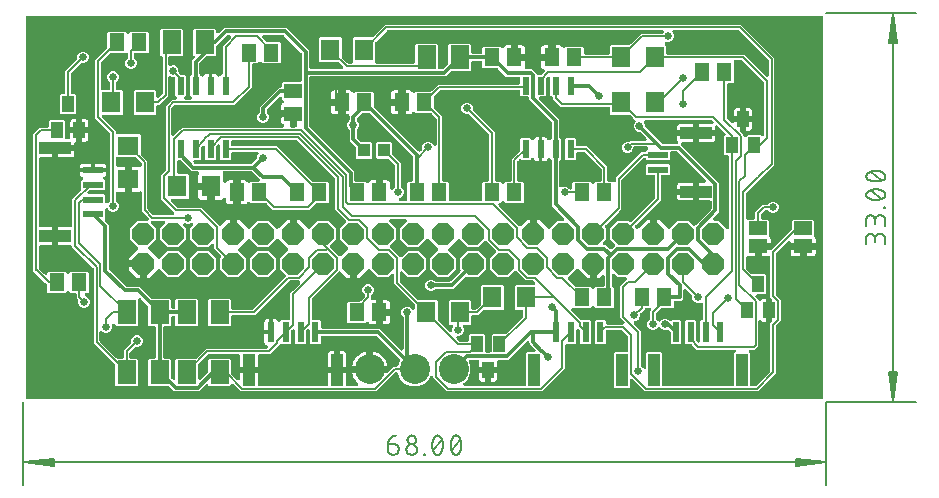
<source format=gbr>
G04 EAGLE Gerber RS-274X export*
G75*
%MOMM*%
%FSLAX34Y34*%
%LPD*%
%INTop Copper*%
%IPPOS*%
%AMOC8*
5,1,8,0,0,1.08239X$1,22.5*%
G01*
%ADD10C,0.130000*%
%ADD11C,0.152400*%
%ADD12R,1.300000X1.500000*%
%ADD13R,1.500000X1.300000*%
%ADD14R,0.600000X1.700000*%
%ADD15R,1.000000X2.700000*%
%ADD16R,1.700000X0.600000*%
%ADD17R,2.700000X1.000000*%
%ADD18R,1.600000X1.803000*%
%ADD19P,2.061953X8X202.500000*%
%ADD20R,1.803000X1.600000*%
%ADD21R,1.000000X1.400000*%
%ADD22R,1.600000X2.000000*%
%ADD23R,1.600200X1.168400*%
%ADD24C,2.540000*%
%ADD25R,0.609600X1.524000*%
%ADD26R,1.000000X1.100000*%
%ADD27C,0.654800*%
%ADD28C,0.304800*%

G36*
X675962Y2544D02*
X675962Y2544D01*
X675988Y2542D01*
X676135Y2564D01*
X676282Y2581D01*
X676307Y2589D01*
X676333Y2593D01*
X676471Y2648D01*
X676610Y2698D01*
X676632Y2712D01*
X676657Y2722D01*
X676778Y2807D01*
X676903Y2887D01*
X676921Y2906D01*
X676943Y2921D01*
X677042Y3031D01*
X677145Y3138D01*
X677159Y3160D01*
X677176Y3180D01*
X677248Y3310D01*
X677324Y3437D01*
X677332Y3462D01*
X677345Y3485D01*
X677385Y3628D01*
X677430Y3769D01*
X677432Y3795D01*
X677440Y3820D01*
X677459Y4064D01*
X677459Y325936D01*
X677456Y325962D01*
X677458Y325988D01*
X677436Y326135D01*
X677419Y326282D01*
X677411Y326307D01*
X677407Y326333D01*
X677352Y326471D01*
X677302Y326610D01*
X677288Y326632D01*
X677278Y326657D01*
X677193Y326778D01*
X677113Y326903D01*
X677094Y326921D01*
X677079Y326943D01*
X676969Y327042D01*
X676862Y327145D01*
X676840Y327159D01*
X676820Y327176D01*
X676690Y327248D01*
X676563Y327324D01*
X676538Y327332D01*
X676515Y327345D01*
X676372Y327385D01*
X676231Y327430D01*
X676205Y327432D01*
X676180Y327440D01*
X675936Y327459D01*
X4064Y327459D01*
X4038Y327456D01*
X4012Y327458D01*
X3865Y327436D01*
X3718Y327419D01*
X3693Y327411D01*
X3667Y327407D01*
X3529Y327352D01*
X3390Y327302D01*
X3368Y327288D01*
X3343Y327278D01*
X3222Y327193D01*
X3097Y327113D01*
X3079Y327094D01*
X3057Y327079D01*
X2958Y326969D01*
X2855Y326862D01*
X2841Y326840D01*
X2824Y326820D01*
X2752Y326690D01*
X2676Y326563D01*
X2668Y326538D01*
X2655Y326515D01*
X2615Y326372D01*
X2570Y326231D01*
X2568Y326205D01*
X2560Y326180D01*
X2541Y325936D01*
X2541Y4064D01*
X2544Y4038D01*
X2542Y4012D01*
X2564Y3865D01*
X2581Y3718D01*
X2589Y3693D01*
X2593Y3667D01*
X2648Y3529D01*
X2698Y3390D01*
X2712Y3368D01*
X2722Y3343D01*
X2807Y3222D01*
X2887Y3097D01*
X2906Y3079D01*
X2921Y3057D01*
X3031Y2958D01*
X3138Y2855D01*
X3160Y2841D01*
X3180Y2824D01*
X3310Y2752D01*
X3437Y2676D01*
X3462Y2668D01*
X3485Y2655D01*
X3628Y2615D01*
X3769Y2570D01*
X3795Y2568D01*
X3820Y2560D01*
X4064Y2541D01*
X675936Y2541D01*
X675962Y2544D01*
G37*
%LPC*%
G36*
X184456Y9227D02*
X184456Y9227D01*
X178497Y15186D01*
X178476Y15203D01*
X178459Y15223D01*
X178340Y15311D01*
X178224Y15403D01*
X178200Y15414D01*
X178179Y15430D01*
X178043Y15489D01*
X177909Y15552D01*
X177883Y15557D01*
X177859Y15568D01*
X177713Y15594D01*
X177568Y15625D01*
X177542Y15625D01*
X177516Y15629D01*
X177367Y15622D01*
X177220Y15619D01*
X177194Y15613D01*
X177168Y15612D01*
X177025Y15570D01*
X176882Y15534D01*
X176858Y15522D01*
X176833Y15515D01*
X176704Y15443D01*
X176572Y15375D01*
X176552Y15358D01*
X176529Y15345D01*
X176343Y15186D01*
X175032Y13875D01*
X157768Y13875D01*
X156710Y14934D01*
X156689Y14950D01*
X156672Y14970D01*
X156553Y15058D01*
X156437Y15150D01*
X156413Y15162D01*
X156392Y15177D01*
X156256Y15236D01*
X156122Y15299D01*
X156096Y15305D01*
X156072Y15315D01*
X155926Y15341D01*
X155781Y15373D01*
X155755Y15372D01*
X155729Y15377D01*
X155581Y15369D01*
X155433Y15367D01*
X155407Y15360D01*
X155381Y15359D01*
X155238Y15318D01*
X155095Y15282D01*
X155071Y15270D01*
X155046Y15262D01*
X154916Y15190D01*
X154785Y15122D01*
X154765Y15105D01*
X154742Y15092D01*
X154556Y14934D01*
X148925Y9303D01*
X127875Y9303D01*
X123749Y13429D01*
X123650Y13508D01*
X123556Y13592D01*
X123514Y13616D01*
X123476Y13646D01*
X123362Y13700D01*
X123251Y13761D01*
X123204Y13774D01*
X123161Y13795D01*
X123037Y13821D01*
X122915Y13856D01*
X122855Y13861D01*
X122820Y13868D01*
X122772Y13867D01*
X122672Y13875D01*
X106968Y13875D01*
X106075Y14768D01*
X106075Y36032D01*
X106968Y36925D01*
X111028Y36925D01*
X111054Y36928D01*
X111080Y36926D01*
X111227Y36948D01*
X111374Y36965D01*
X111399Y36973D01*
X111425Y36977D01*
X111563Y37032D01*
X111702Y37082D01*
X111724Y37096D01*
X111749Y37106D01*
X111870Y37191D01*
X111995Y37271D01*
X112013Y37290D01*
X112035Y37305D01*
X112134Y37415D01*
X112237Y37522D01*
X112251Y37544D01*
X112268Y37564D01*
X112340Y37694D01*
X112416Y37821D01*
X112424Y37846D01*
X112437Y37869D01*
X112477Y38012D01*
X112522Y38153D01*
X112524Y38179D01*
X112532Y38204D01*
X112551Y38448D01*
X112551Y63152D01*
X112548Y63178D01*
X112550Y63204D01*
X112528Y63351D01*
X112511Y63498D01*
X112503Y63523D01*
X112499Y63549D01*
X112444Y63687D01*
X112394Y63826D01*
X112380Y63848D01*
X112370Y63873D01*
X112285Y63994D01*
X112205Y64119D01*
X112186Y64137D01*
X112171Y64159D01*
X112061Y64258D01*
X111954Y64361D01*
X111932Y64375D01*
X111912Y64392D01*
X111782Y64464D01*
X111655Y64540D01*
X111630Y64548D01*
X111607Y64561D01*
X111464Y64601D01*
X111323Y64646D01*
X111297Y64648D01*
X111272Y64656D01*
X111028Y64675D01*
X106968Y64675D01*
X106075Y65568D01*
X106075Y80782D01*
X106061Y80908D01*
X106054Y81034D01*
X106041Y81080D01*
X106035Y81128D01*
X105993Y81247D01*
X105958Y81369D01*
X105934Y81411D01*
X105918Y81457D01*
X105849Y81563D01*
X105788Y81673D01*
X105748Y81719D01*
X105729Y81749D01*
X105694Y81783D01*
X105629Y81859D01*
X99725Y87763D01*
X99647Y87826D01*
X99574Y87896D01*
X99510Y87934D01*
X99452Y87980D01*
X99361Y88023D01*
X99275Y88074D01*
X99204Y88097D01*
X99137Y88129D01*
X99039Y88150D01*
X98943Y88181D01*
X98869Y88187D01*
X98796Y88202D01*
X98696Y88201D01*
X98596Y88209D01*
X98522Y88198D01*
X98448Y88196D01*
X98351Y88172D01*
X98251Y88157D01*
X98182Y88129D01*
X98110Y88111D01*
X98020Y88065D01*
X97927Y88028D01*
X97866Y87986D01*
X97800Y87952D01*
X97723Y87886D01*
X97641Y87829D01*
X97591Y87774D01*
X97535Y87726D01*
X97475Y87645D01*
X97408Y87570D01*
X97372Y87505D01*
X97327Y87446D01*
X97288Y87353D01*
X97239Y87265D01*
X97219Y87194D01*
X97189Y87126D01*
X97172Y87027D01*
X97144Y86930D01*
X97136Y86830D01*
X97128Y86783D01*
X97130Y86747D01*
X97125Y86686D01*
X97125Y65568D01*
X96232Y64675D01*
X78968Y64675D01*
X77673Y65971D01*
X77633Y66003D01*
X77599Y66040D01*
X77497Y66111D01*
X77399Y66188D01*
X77354Y66209D01*
X77312Y66238D01*
X77197Y66284D01*
X77084Y66337D01*
X77035Y66347D01*
X76988Y66366D01*
X76865Y66384D01*
X76744Y66410D01*
X76693Y66409D01*
X76643Y66417D01*
X76519Y66406D01*
X76395Y66404D01*
X76346Y66392D01*
X76296Y66388D01*
X76178Y66349D01*
X76057Y66319D01*
X76012Y66296D01*
X75964Y66281D01*
X75858Y66216D01*
X75747Y66160D01*
X75709Y66127D01*
X75666Y66101D01*
X75577Y66014D01*
X75482Y65934D01*
X75452Y65893D01*
X75416Y65858D01*
X75349Y65753D01*
X75275Y65653D01*
X75255Y65607D01*
X75228Y65565D01*
X75186Y65447D01*
X75137Y65333D01*
X75128Y65284D01*
X75111Y65236D01*
X75097Y65112D01*
X75075Y64990D01*
X75078Y64940D01*
X75072Y64890D01*
X75087Y64766D01*
X75093Y64642D01*
X75107Y64594D01*
X75113Y64544D01*
X75129Y64495D01*
X75129Y62545D01*
X74398Y60782D01*
X73048Y59432D01*
X71285Y58701D01*
X69375Y58701D01*
X69170Y58787D01*
X69169Y58787D01*
X67612Y59432D01*
X67117Y59926D01*
X67039Y59989D01*
X66966Y60059D01*
X66902Y60097D01*
X66844Y60143D01*
X66753Y60186D01*
X66667Y60238D01*
X66596Y60260D01*
X66529Y60292D01*
X66431Y60313D01*
X66335Y60344D01*
X66261Y60350D01*
X66188Y60365D01*
X66088Y60364D01*
X65988Y60372D01*
X65914Y60361D01*
X65840Y60359D01*
X65743Y60335D01*
X65643Y60320D01*
X65574Y60293D01*
X65502Y60274D01*
X65413Y60228D01*
X65319Y60191D01*
X65258Y60149D01*
X65192Y60115D01*
X65115Y60050D01*
X65033Y59992D01*
X64983Y59937D01*
X64927Y59889D01*
X64867Y59808D01*
X64800Y59734D01*
X64764Y59668D01*
X64719Y59609D01*
X64680Y59517D01*
X64631Y59429D01*
X64611Y59357D01*
X64581Y59289D01*
X64564Y59190D01*
X64536Y59093D01*
X64528Y58993D01*
X64520Y58946D01*
X64522Y58910D01*
X64517Y58849D01*
X64517Y52348D01*
X64531Y52223D01*
X64538Y52096D01*
X64551Y52050D01*
X64557Y52002D01*
X64599Y51883D01*
X64634Y51762D01*
X64658Y51719D01*
X64674Y51674D01*
X64743Y51568D01*
X64804Y51457D01*
X64844Y51411D01*
X64863Y51381D01*
X64898Y51348D01*
X64963Y51271D01*
X78863Y37371D01*
X78962Y37292D01*
X79056Y37208D01*
X79098Y37184D01*
X79136Y37154D01*
X79250Y37100D01*
X79361Y37039D01*
X79408Y37026D01*
X79451Y37005D01*
X79575Y36979D01*
X79696Y36944D01*
X79757Y36939D01*
X79792Y36932D01*
X79840Y36933D01*
X79940Y36925D01*
X83790Y36925D01*
X83816Y36928D01*
X83842Y36926D01*
X83989Y36948D01*
X84136Y36965D01*
X84161Y36973D01*
X84187Y36977D01*
X84325Y37032D01*
X84464Y37082D01*
X84486Y37096D01*
X84511Y37106D01*
X84632Y37191D01*
X84757Y37271D01*
X84775Y37290D01*
X84797Y37305D01*
X84896Y37415D01*
X84999Y37522D01*
X85013Y37544D01*
X85030Y37564D01*
X85102Y37694D01*
X85178Y37821D01*
X85186Y37846D01*
X85199Y37869D01*
X85239Y38012D01*
X85284Y38153D01*
X85286Y38179D01*
X85294Y38204D01*
X85313Y38448D01*
X85313Y44097D01*
X91275Y50059D01*
X91354Y50158D01*
X91438Y50252D01*
X91462Y50294D01*
X91492Y50332D01*
X91546Y50446D01*
X91607Y50557D01*
X91620Y50604D01*
X91641Y50647D01*
X91667Y50771D01*
X91702Y50892D01*
X91707Y50953D01*
X91714Y50988D01*
X91713Y51036D01*
X91721Y51136D01*
X91721Y53025D01*
X92452Y54788D01*
X93802Y56138D01*
X95565Y56869D01*
X97475Y56869D01*
X99238Y56138D01*
X100588Y54788D01*
X101319Y53025D01*
X101319Y51115D01*
X100588Y49352D01*
X99238Y48002D01*
X97475Y47271D01*
X95586Y47271D01*
X95461Y47257D01*
X95334Y47250D01*
X95288Y47237D01*
X95240Y47231D01*
X95121Y47189D01*
X95000Y47154D01*
X94957Y47130D01*
X94912Y47114D01*
X94806Y47045D01*
X94695Y46984D01*
X94649Y46944D01*
X94619Y46925D01*
X94586Y46890D01*
X94509Y46825D01*
X90333Y42649D01*
X90254Y42550D01*
X90170Y42456D01*
X90146Y42414D01*
X90116Y42376D01*
X90062Y42262D01*
X90001Y42151D01*
X89988Y42104D01*
X89967Y42061D01*
X89941Y41937D01*
X89906Y41816D01*
X89901Y41755D01*
X89894Y41720D01*
X89895Y41672D01*
X89887Y41572D01*
X89887Y38448D01*
X89890Y38422D01*
X89888Y38396D01*
X89910Y38249D01*
X89927Y38102D01*
X89935Y38077D01*
X89939Y38051D01*
X89994Y37913D01*
X90044Y37774D01*
X90058Y37752D01*
X90068Y37727D01*
X90153Y37606D01*
X90233Y37481D01*
X90252Y37463D01*
X90267Y37441D01*
X90377Y37342D01*
X90484Y37239D01*
X90506Y37225D01*
X90526Y37208D01*
X90656Y37136D01*
X90783Y37060D01*
X90808Y37052D01*
X90831Y37039D01*
X90974Y36999D01*
X91115Y36954D01*
X91141Y36952D01*
X91166Y36944D01*
X91410Y36925D01*
X96232Y36925D01*
X97125Y36032D01*
X97125Y14768D01*
X96232Y13875D01*
X78968Y13875D01*
X78075Y14768D01*
X78075Y31060D01*
X78061Y31185D01*
X78054Y31312D01*
X78041Y31358D01*
X78035Y31406D01*
X77993Y31525D01*
X77958Y31646D01*
X77934Y31689D01*
X77918Y31734D01*
X77849Y31840D01*
X77788Y31951D01*
X77748Y31997D01*
X77729Y32027D01*
X77694Y32060D01*
X77629Y32137D01*
X59943Y49823D01*
X59943Y112722D01*
X59929Y112847D01*
X59922Y112974D01*
X59909Y113020D01*
X59903Y113068D01*
X59861Y113187D01*
X59826Y113309D01*
X59802Y113351D01*
X59786Y113396D01*
X59717Y113502D01*
X59656Y113613D01*
X59616Y113659D01*
X59597Y113689D01*
X59562Y113723D01*
X59497Y113799D01*
X41636Y131660D01*
X41632Y131685D01*
X41615Y131832D01*
X41607Y131857D01*
X41603Y131883D01*
X41548Y132021D01*
X41498Y132160D01*
X41484Y132182D01*
X41474Y132207D01*
X41389Y132328D01*
X41309Y132453D01*
X41290Y132471D01*
X41275Y132493D01*
X41165Y132592D01*
X41058Y132695D01*
X41036Y132709D01*
X41016Y132726D01*
X40886Y132798D01*
X40759Y132874D01*
X40734Y132882D01*
X40711Y132895D01*
X40568Y132935D01*
X40427Y132980D01*
X40401Y132982D01*
X40376Y132990D01*
X40132Y133009D01*
X29799Y133009D01*
X29799Y139574D01*
X29796Y139600D01*
X29798Y139626D01*
X29776Y139773D01*
X29759Y139920D01*
X29751Y139945D01*
X29747Y139971D01*
X29692Y140108D01*
X29642Y140248D01*
X29628Y140270D01*
X29618Y140295D01*
X29533Y140416D01*
X29453Y140541D01*
X29440Y140553D01*
X29485Y140600D01*
X29499Y140623D01*
X29516Y140642D01*
X29588Y140772D01*
X29664Y140899D01*
X29672Y140924D01*
X29685Y140947D01*
X29725Y141090D01*
X29770Y141231D01*
X29772Y141257D01*
X29780Y141282D01*
X29799Y141526D01*
X29799Y148091D01*
X40132Y148091D01*
X40158Y148094D01*
X40184Y148092D01*
X40331Y148114D01*
X40478Y148131D01*
X40503Y148139D01*
X40529Y148143D01*
X40667Y148198D01*
X40806Y148248D01*
X40828Y148262D01*
X40853Y148272D01*
X40974Y148357D01*
X41099Y148437D01*
X41117Y148456D01*
X41139Y148471D01*
X41238Y148581D01*
X41341Y148688D01*
X41355Y148710D01*
X41372Y148730D01*
X41444Y148860D01*
X41520Y148987D01*
X41528Y149012D01*
X41541Y149035D01*
X41581Y149178D01*
X41626Y149319D01*
X41628Y149345D01*
X41636Y149370D01*
X41655Y149614D01*
X41655Y171872D01*
X48829Y179046D01*
X48908Y179145D01*
X48992Y179239D01*
X49016Y179281D01*
X49046Y179319D01*
X49100Y179433D01*
X49161Y179544D01*
X49174Y179590D01*
X49195Y179634D01*
X49221Y179757D01*
X49256Y179879D01*
X49261Y179940D01*
X49268Y179975D01*
X49267Y180023D01*
X49275Y180123D01*
X49275Y187682D01*
X50290Y188696D01*
X50322Y188736D01*
X50360Y188771D01*
X50430Y188872D01*
X50507Y188969D01*
X50529Y189016D01*
X50558Y189058D01*
X50603Y189173D01*
X50656Y189285D01*
X50666Y189334D01*
X50685Y189382D01*
X50703Y189504D01*
X50729Y189625D01*
X50728Y189676D01*
X50736Y189727D01*
X50725Y189850D01*
X50723Y189974D01*
X50711Y190023D01*
X50706Y190074D01*
X50668Y190192D01*
X50638Y190312D01*
X50615Y190357D01*
X50599Y190406D01*
X50535Y190511D01*
X50478Y190622D01*
X50445Y190660D01*
X50419Y190704D01*
X50333Y190793D01*
X50253Y190887D01*
X50212Y190917D01*
X50176Y190954D01*
X49975Y191093D01*
X49240Y191517D01*
X48767Y191990D01*
X48432Y192569D01*
X48259Y193215D01*
X48259Y195027D01*
X59300Y195027D01*
X70341Y195027D01*
X70341Y193215D01*
X70168Y192569D01*
X69833Y191990D01*
X69360Y191517D01*
X68625Y191093D01*
X68584Y191062D01*
X68539Y191039D01*
X68445Y190959D01*
X68345Y190885D01*
X68312Y190846D01*
X68274Y190813D01*
X68200Y190714D01*
X68120Y190619D01*
X68097Y190574D01*
X68066Y190533D01*
X68017Y190419D01*
X67961Y190309D01*
X67949Y190260D01*
X67928Y190213D01*
X67907Y190091D01*
X67877Y189971D01*
X67876Y189920D01*
X67867Y189870D01*
X67873Y189746D01*
X67871Y189623D01*
X67882Y189573D01*
X67885Y189522D01*
X67919Y189403D01*
X67945Y189282D01*
X67967Y189236D01*
X67981Y189187D01*
X68042Y189079D01*
X68095Y188967D01*
X68126Y188927D01*
X68151Y188883D01*
X68310Y188696D01*
X69325Y187682D01*
X69325Y180418D01*
X68432Y179525D01*
X56407Y179525D01*
X56282Y179511D01*
X56155Y179504D01*
X56109Y179491D01*
X56061Y179485D01*
X55942Y179443D01*
X55821Y179408D01*
X55778Y179384D01*
X55733Y179368D01*
X55627Y179299D01*
X55516Y179238D01*
X55470Y179198D01*
X55440Y179179D01*
X55407Y179144D01*
X55330Y179079D01*
X54926Y178675D01*
X54864Y178597D01*
X54794Y178524D01*
X54756Y178460D01*
X54710Y178402D01*
X54667Y178311D01*
X54615Y178225D01*
X54592Y178154D01*
X54561Y178087D01*
X54539Y177989D01*
X54509Y177893D01*
X54503Y177819D01*
X54487Y177746D01*
X54489Y177646D01*
X54481Y177546D01*
X54492Y177472D01*
X54493Y177398D01*
X54518Y177301D01*
X54533Y177201D01*
X54560Y177132D01*
X54578Y177060D01*
X54624Y176970D01*
X54661Y176877D01*
X54704Y176816D01*
X54738Y176750D01*
X54803Y176673D01*
X54860Y176591D01*
X54915Y176541D01*
X54964Y176485D01*
X55044Y176425D01*
X55119Y176358D01*
X55184Y176322D01*
X55244Y176277D01*
X55336Y176238D01*
X55424Y176189D01*
X55496Y176169D01*
X55564Y176139D01*
X55663Y176122D01*
X55759Y176094D01*
X55860Y176086D01*
X55907Y176078D01*
X55943Y176080D01*
X56003Y176075D01*
X68432Y176075D01*
X69325Y175182D01*
X69325Y169959D01*
X69336Y169859D01*
X69338Y169758D01*
X69356Y169686D01*
X69365Y169612D01*
X69398Y169518D01*
X69423Y169420D01*
X69457Y169354D01*
X69482Y169284D01*
X69537Y169200D01*
X69583Y169111D01*
X69631Y169054D01*
X69671Y168991D01*
X69743Y168922D01*
X69808Y168845D01*
X69868Y168801D01*
X69922Y168749D01*
X70008Y168698D01*
X70089Y168638D01*
X70157Y168609D01*
X70221Y168570D01*
X70317Y168540D01*
X70409Y168500D01*
X70482Y168487D01*
X70553Y168464D01*
X70653Y168456D01*
X70752Y168438D01*
X70826Y168442D01*
X70900Y168436D01*
X71000Y168451D01*
X71100Y168456D01*
X71171Y168477D01*
X71245Y168488D01*
X71338Y168525D01*
X71435Y168553D01*
X71500Y168589D01*
X71569Y168617D01*
X71651Y168674D01*
X71739Y168723D01*
X71815Y168788D01*
X71855Y168816D01*
X71879Y168842D01*
X71925Y168881D01*
X73467Y170424D01*
X73546Y170523D01*
X73630Y170616D01*
X73654Y170659D01*
X73684Y170697D01*
X73738Y170811D01*
X73799Y170921D01*
X73812Y170968D01*
X73833Y171012D01*
X73859Y171135D01*
X73894Y171257D01*
X73899Y171317D01*
X73906Y171352D01*
X73905Y171401D01*
X73913Y171501D01*
X73913Y227022D01*
X73899Y227147D01*
X73892Y227274D01*
X73879Y227320D01*
X73873Y227368D01*
X73831Y227487D01*
X73796Y227609D01*
X73772Y227651D01*
X73756Y227696D01*
X73687Y227802D01*
X73626Y227913D01*
X73586Y227959D01*
X73567Y227989D01*
X73532Y228023D01*
X73467Y228099D01*
X62999Y238567D01*
X61213Y240353D01*
X61213Y289847D01*
X70929Y299563D01*
X71008Y299662D01*
X71092Y299756D01*
X71116Y299798D01*
X71146Y299836D01*
X71200Y299950D01*
X71261Y300061D01*
X71274Y300108D01*
X71295Y300151D01*
X71321Y300275D01*
X71356Y300396D01*
X71361Y300457D01*
X71368Y300492D01*
X71367Y300540D01*
X71375Y300640D01*
X71375Y312932D01*
X72268Y313825D01*
X86532Y313825D01*
X87823Y312533D01*
X87843Y312517D01*
X87860Y312497D01*
X87980Y312409D01*
X88096Y312317D01*
X88120Y312306D01*
X88141Y312290D01*
X88277Y312231D01*
X88411Y312168D01*
X88437Y312162D01*
X88461Y312152D01*
X88607Y312126D01*
X88752Y312094D01*
X88778Y312095D01*
X88804Y312090D01*
X88952Y312098D01*
X89100Y312100D01*
X89126Y312107D01*
X89152Y312108D01*
X89294Y312149D01*
X89438Y312185D01*
X89461Y312197D01*
X89487Y312205D01*
X89616Y312277D01*
X89748Y312345D01*
X89768Y312362D01*
X89791Y312375D01*
X89977Y312533D01*
X91268Y313825D01*
X105532Y313825D01*
X106425Y312932D01*
X106425Y296668D01*
X105532Y295775D01*
X95250Y295775D01*
X95224Y295772D01*
X95198Y295774D01*
X95051Y295752D01*
X94904Y295735D01*
X94879Y295727D01*
X94853Y295723D01*
X94715Y295668D01*
X94576Y295618D01*
X94554Y295604D01*
X94529Y295594D01*
X94408Y295509D01*
X94283Y295429D01*
X94265Y295410D01*
X94243Y295395D01*
X94144Y295285D01*
X94041Y295178D01*
X94027Y295156D01*
X94010Y295136D01*
X93938Y295006D01*
X93862Y294879D01*
X93854Y294854D01*
X93841Y294831D01*
X93801Y294688D01*
X93756Y294547D01*
X93754Y294521D01*
X93746Y294496D01*
X93727Y294252D01*
X93727Y292151D01*
X93741Y292025D01*
X93748Y291899D01*
X93761Y291852D01*
X93767Y291804D01*
X93809Y291685D01*
X93844Y291564D01*
X93868Y291522D01*
X93884Y291476D01*
X93953Y291370D01*
X94014Y291260D01*
X94054Y291214D01*
X94073Y291184D01*
X94108Y291150D01*
X94173Y291074D01*
X95508Y289738D01*
X96239Y287975D01*
X96239Y286065D01*
X95508Y284302D01*
X94158Y282952D01*
X92395Y282221D01*
X90485Y282221D01*
X88722Y282952D01*
X87372Y284302D01*
X86641Y286065D01*
X86641Y287975D01*
X87372Y289738D01*
X88707Y291074D01*
X88786Y291173D01*
X88870Y291266D01*
X88894Y291309D01*
X88924Y291347D01*
X88978Y291461D01*
X89039Y291571D01*
X89052Y291618D01*
X89073Y291662D01*
X89099Y291785D01*
X89134Y291907D01*
X89139Y291968D01*
X89146Y292002D01*
X89145Y292050D01*
X89153Y292151D01*
X89153Y294720D01*
X89142Y294819D01*
X89140Y294920D01*
X89122Y294992D01*
X89113Y295066D01*
X89080Y295160D01*
X89055Y295258D01*
X89021Y295324D01*
X88996Y295394D01*
X88941Y295478D01*
X88895Y295568D01*
X88847Y295624D01*
X88807Y295687D01*
X88735Y295756D01*
X88670Y295833D01*
X88610Y295877D01*
X88556Y295929D01*
X88470Y295980D01*
X88389Y296040D01*
X88321Y296070D01*
X88257Y296108D01*
X88162Y296138D01*
X88069Y296178D01*
X87996Y296191D01*
X87925Y296214D01*
X87825Y296222D01*
X87726Y296240D01*
X87652Y296236D01*
X87578Y296242D01*
X87479Y296227D01*
X87378Y296222D01*
X87307Y296201D01*
X87233Y296190D01*
X87140Y296153D01*
X87043Y296125D01*
X86978Y296089D01*
X86909Y296061D01*
X86827Y296004D01*
X86739Y295955D01*
X86663Y295890D01*
X86623Y295863D01*
X86599Y295836D01*
X86553Y295797D01*
X86532Y295775D01*
X74240Y295775D01*
X74115Y295761D01*
X73988Y295754D01*
X73942Y295741D01*
X73894Y295735D01*
X73775Y295693D01*
X73654Y295658D01*
X73611Y295634D01*
X73566Y295618D01*
X73460Y295549D01*
X73349Y295488D01*
X73303Y295448D01*
X73273Y295429D01*
X73240Y295394D01*
X73163Y295329D01*
X66233Y288399D01*
X66154Y288300D01*
X66070Y288206D01*
X66046Y288164D01*
X66016Y288126D01*
X65962Y288012D01*
X65901Y287901D01*
X65888Y287854D01*
X65867Y287811D01*
X65841Y287687D01*
X65806Y287566D01*
X65801Y287505D01*
X65794Y287470D01*
X65795Y287422D01*
X65787Y287322D01*
X65787Y266063D01*
X65790Y266037D01*
X65788Y266011D01*
X65810Y265864D01*
X65827Y265717D01*
X65835Y265692D01*
X65839Y265666D01*
X65894Y265528D01*
X65944Y265389D01*
X65958Y265367D01*
X65968Y265342D01*
X66053Y265221D01*
X66133Y265096D01*
X66152Y265078D01*
X66167Y265056D01*
X66277Y264957D01*
X66384Y264854D01*
X66406Y264840D01*
X66426Y264823D01*
X66556Y264751D01*
X66683Y264675D01*
X66708Y264667D01*
X66731Y264654D01*
X66874Y264614D01*
X67015Y264569D01*
X67041Y264567D01*
X67066Y264559D01*
X67310Y264540D01*
X72390Y264540D01*
X72416Y264543D01*
X72442Y264541D01*
X72589Y264563D01*
X72736Y264580D01*
X72761Y264588D01*
X72787Y264592D01*
X72925Y264647D01*
X73064Y264697D01*
X73086Y264711D01*
X73111Y264721D01*
X73232Y264806D01*
X73357Y264886D01*
X73375Y264905D01*
X73397Y264920D01*
X73496Y265030D01*
X73599Y265137D01*
X73613Y265159D01*
X73630Y265179D01*
X73702Y265309D01*
X73778Y265436D01*
X73786Y265461D01*
X73799Y265484D01*
X73839Y265627D01*
X73884Y265768D01*
X73886Y265794D01*
X73894Y265819D01*
X73913Y266063D01*
X73913Y270459D01*
X73899Y270585D01*
X73892Y270711D01*
X73879Y270758D01*
X73873Y270806D01*
X73831Y270925D01*
X73796Y271046D01*
X73772Y271088D01*
X73756Y271134D01*
X73687Y271240D01*
X73626Y271350D01*
X73586Y271396D01*
X73567Y271426D01*
X73532Y271460D01*
X73467Y271536D01*
X72132Y272872D01*
X71401Y274635D01*
X71401Y276545D01*
X72132Y278308D01*
X73482Y279658D01*
X75245Y280389D01*
X77155Y280389D01*
X78918Y279658D01*
X80268Y278308D01*
X80999Y276545D01*
X80999Y274635D01*
X80268Y272872D01*
X78933Y271536D01*
X78854Y271437D01*
X78770Y271344D01*
X78746Y271301D01*
X78716Y271263D01*
X78662Y271149D01*
X78601Y271039D01*
X78588Y270992D01*
X78567Y270948D01*
X78541Y270825D01*
X78506Y270703D01*
X78501Y270642D01*
X78494Y270608D01*
X78495Y270560D01*
X78487Y270459D01*
X78487Y266063D01*
X78490Y266037D01*
X78488Y266011D01*
X78510Y265864D01*
X78527Y265717D01*
X78535Y265692D01*
X78539Y265666D01*
X78594Y265528D01*
X78644Y265389D01*
X78658Y265367D01*
X78668Y265342D01*
X78753Y265221D01*
X78833Y265096D01*
X78852Y265078D01*
X78867Y265056D01*
X78977Y264957D01*
X79084Y264854D01*
X79106Y264840D01*
X79126Y264823D01*
X79256Y264751D01*
X79383Y264675D01*
X79408Y264667D01*
X79431Y264654D01*
X79574Y264614D01*
X79715Y264569D01*
X79741Y264567D01*
X79766Y264559D01*
X80010Y264540D01*
X83312Y264540D01*
X84205Y263647D01*
X84205Y244353D01*
X83312Y243460D01*
X68251Y243460D01*
X68151Y243449D01*
X68051Y243447D01*
X67979Y243429D01*
X67905Y243420D01*
X67810Y243387D01*
X67713Y243362D01*
X67647Y243328D01*
X67577Y243303D01*
X67492Y243248D01*
X67403Y243202D01*
X67346Y243154D01*
X67284Y243114D01*
X67214Y243042D01*
X67138Y242977D01*
X67094Y242917D01*
X67042Y242863D01*
X66990Y242777D01*
X66931Y242696D01*
X66901Y242628D01*
X66863Y242564D01*
X66832Y242468D01*
X66793Y242376D01*
X66779Y242303D01*
X66757Y242232D01*
X66749Y242132D01*
X66731Y242033D01*
X66735Y241959D01*
X66729Y241885D01*
X66744Y241785D01*
X66749Y241685D01*
X66769Y241614D01*
X66780Y241540D01*
X66818Y241447D01*
X66845Y241350D01*
X66882Y241285D01*
X66909Y241216D01*
X66966Y241134D01*
X67016Y241046D01*
X67081Y240970D01*
X67108Y240930D01*
X67135Y240906D01*
X67174Y240860D01*
X76701Y231333D01*
X78487Y229547D01*
X78487Y228468D01*
X78490Y228442D01*
X78488Y228416D01*
X78510Y228269D01*
X78527Y228122D01*
X78535Y228097D01*
X78539Y228071D01*
X78594Y227933D01*
X78644Y227794D01*
X78658Y227772D01*
X78668Y227747D01*
X78753Y227626D01*
X78833Y227501D01*
X78852Y227483D01*
X78867Y227461D01*
X78977Y227362D01*
X79084Y227259D01*
X79106Y227245D01*
X79126Y227228D01*
X79256Y227156D01*
X79383Y227080D01*
X79408Y227072D01*
X79431Y227059D01*
X79574Y227019D01*
X79715Y226974D01*
X79741Y226972D01*
X79766Y226964D01*
X80010Y226945D01*
X98547Y226945D01*
X99440Y226052D01*
X99440Y210745D01*
X99454Y210620D01*
X99461Y210493D01*
X99474Y210447D01*
X99480Y210399D01*
X99522Y210280D01*
X99557Y210158D01*
X99581Y210116D01*
X99597Y210071D01*
X99666Y209965D01*
X99727Y209854D01*
X99767Y209808D01*
X99786Y209778D01*
X99821Y209744D01*
X99886Y209668D01*
X103371Y206183D01*
X105157Y204397D01*
X105157Y164138D01*
X105171Y164013D01*
X105178Y163886D01*
X105191Y163840D01*
X105197Y163792D01*
X105239Y163673D01*
X105274Y163552D01*
X105298Y163509D01*
X105314Y163464D01*
X105383Y163358D01*
X105444Y163247D01*
X105484Y163201D01*
X105503Y163171D01*
X105538Y163138D01*
X105603Y163061D01*
X109721Y158943D01*
X109820Y158864D01*
X109914Y158780D01*
X109956Y158756D01*
X109994Y158726D01*
X110108Y158672D01*
X110219Y158611D01*
X110266Y158598D01*
X110309Y158577D01*
X110433Y158551D01*
X110554Y158516D01*
X110615Y158511D01*
X110650Y158504D01*
X110698Y158505D01*
X110798Y158497D01*
X126514Y158497D01*
X126614Y158508D01*
X126714Y158510D01*
X126786Y158528D01*
X126860Y158537D01*
X126955Y158571D01*
X127052Y158595D01*
X127118Y158629D01*
X127188Y158654D01*
X127273Y158709D01*
X127362Y158755D01*
X127419Y158803D01*
X127481Y158843D01*
X127551Y158915D01*
X127627Y158980D01*
X127672Y159040D01*
X127723Y159094D01*
X127775Y159180D01*
X127835Y159261D01*
X127864Y159329D01*
X127902Y159393D01*
X127933Y159488D01*
X127973Y159581D01*
X127986Y159654D01*
X128008Y159725D01*
X128016Y159825D01*
X128034Y159924D01*
X128030Y159998D01*
X128036Y160072D01*
X128021Y160172D01*
X128016Y160272D01*
X127996Y160343D01*
X127985Y160417D01*
X127948Y160510D01*
X127920Y160607D01*
X127883Y160672D01*
X127856Y160741D01*
X127799Y160823D01*
X127750Y160911D01*
X127684Y160987D01*
X127657Y161027D01*
X127631Y161051D01*
X127591Y161097D01*
X126629Y162059D01*
X118503Y170185D01*
X116717Y171971D01*
X116717Y192519D01*
X118503Y194305D01*
X120457Y196259D01*
X120536Y196358D01*
X120620Y196452D01*
X120644Y196494D01*
X120674Y196532D01*
X120728Y196646D01*
X120789Y196757D01*
X120802Y196803D01*
X120823Y196847D01*
X120849Y196970D01*
X120884Y197092D01*
X120889Y197153D01*
X120896Y197188D01*
X120895Y197236D01*
X120903Y197336D01*
X120903Y251137D01*
X126053Y256287D01*
X128786Y256287D01*
X128885Y256298D01*
X128986Y256300D01*
X129058Y256318D01*
X129132Y256327D01*
X129226Y256360D01*
X129324Y256385D01*
X129390Y256419D01*
X129460Y256444D01*
X129544Y256499D01*
X129634Y256545D01*
X129690Y256593D01*
X129753Y256633D01*
X129822Y256705D01*
X129899Y256770D01*
X129943Y256830D01*
X129995Y256884D01*
X130046Y256970D01*
X130106Y257051D01*
X130136Y257119D01*
X130174Y257183D01*
X130204Y257279D01*
X130244Y257371D01*
X130257Y257444D01*
X130280Y257515D01*
X130288Y257615D01*
X130306Y257714D01*
X130302Y257788D01*
X130308Y257862D01*
X130293Y257962D01*
X130288Y258062D01*
X130267Y258133D01*
X130256Y258207D01*
X130219Y258300D01*
X130191Y258397D01*
X130155Y258462D01*
X130127Y258531D01*
X130070Y258613D01*
X130021Y258701D01*
X129956Y258777D01*
X129929Y258817D01*
X129902Y258841D01*
X129863Y258887D01*
X128777Y259972D01*
X128777Y274348D01*
X128774Y274374D01*
X128776Y274400D01*
X128754Y274547D01*
X128737Y274694D01*
X128729Y274719D01*
X128725Y274745D01*
X128670Y274883D01*
X128620Y275022D01*
X128606Y275044D01*
X128596Y275069D01*
X128511Y275190D01*
X128431Y275315D01*
X128412Y275333D01*
X128397Y275355D01*
X128287Y275454D01*
X128180Y275557D01*
X128158Y275571D01*
X128138Y275588D01*
X128008Y275660D01*
X127881Y275736D01*
X127856Y275744D01*
X127833Y275757D01*
X127690Y275797D01*
X127549Y275842D01*
X127523Y275844D01*
X127498Y275852D01*
X127254Y275871D01*
X125733Y275871D01*
X125013Y276170D01*
X124868Y276211D01*
X124725Y276257D01*
X124701Y276259D01*
X124678Y276265D01*
X124527Y276273D01*
X124378Y276285D01*
X124354Y276281D01*
X124330Y276282D01*
X124182Y276255D01*
X124033Y276233D01*
X124011Y276224D01*
X123987Y276220D01*
X123849Y276160D01*
X123709Y276104D01*
X123689Y276091D01*
X123667Y276081D01*
X123546Y275991D01*
X123423Y275905D01*
X123407Y275888D01*
X123387Y275873D01*
X123290Y275758D01*
X123190Y275647D01*
X123178Y275625D01*
X123162Y275607D01*
X123094Y275474D01*
X123021Y275342D01*
X123015Y275318D01*
X123004Y275297D01*
X122967Y275151D01*
X122926Y275006D01*
X122924Y274977D01*
X122919Y274959D01*
X122919Y274912D01*
X122907Y274762D01*
X122907Y259373D01*
X115247Y251713D01*
X114168Y251713D01*
X114142Y251710D01*
X114116Y251712D01*
X113969Y251690D01*
X113822Y251673D01*
X113797Y251665D01*
X113771Y251661D01*
X113633Y251606D01*
X113494Y251556D01*
X113472Y251542D01*
X113447Y251532D01*
X113326Y251447D01*
X113201Y251367D01*
X113183Y251348D01*
X113161Y251333D01*
X113062Y251223D01*
X112959Y251116D01*
X112945Y251094D01*
X112928Y251074D01*
X112856Y250944D01*
X112780Y250817D01*
X112772Y250792D01*
X112759Y250769D01*
X112719Y250626D01*
X112674Y250485D01*
X112672Y250459D01*
X112664Y250434D01*
X112645Y250190D01*
X112645Y244353D01*
X111752Y243460D01*
X94488Y243460D01*
X93595Y244353D01*
X93595Y263647D01*
X94488Y264540D01*
X111752Y264540D01*
X112645Y263647D01*
X112645Y259256D01*
X112656Y259156D01*
X112658Y259056D01*
X112676Y258984D01*
X112685Y258910D01*
X112718Y258815D01*
X112743Y258718D01*
X112777Y258652D01*
X112802Y258582D01*
X112857Y258497D01*
X112903Y258408D01*
X112951Y258351D01*
X112991Y258289D01*
X113063Y258219D01*
X113128Y258143D01*
X113188Y258099D01*
X113242Y258047D01*
X113328Y257995D01*
X113409Y257936D01*
X113477Y257906D01*
X113541Y257868D01*
X113637Y257837D01*
X113729Y257798D01*
X113802Y257784D01*
X113873Y257762D01*
X113973Y257754D01*
X114072Y257736D01*
X114146Y257740D01*
X114220Y257734D01*
X114320Y257749D01*
X114420Y257754D01*
X114491Y257774D01*
X114565Y257785D01*
X114658Y257823D01*
X114755Y257850D01*
X114820Y257887D01*
X114889Y257914D01*
X114971Y257971D01*
X115059Y258021D01*
X115135Y258086D01*
X115175Y258113D01*
X115199Y258140D01*
X115245Y258179D01*
X117887Y260821D01*
X117966Y260920D01*
X118050Y261014D01*
X118074Y261056D01*
X118104Y261094D01*
X118158Y261208D01*
X118219Y261319D01*
X118232Y261366D01*
X118253Y261409D01*
X118279Y261532D01*
X118314Y261654D01*
X118319Y261715D01*
X118326Y261750D01*
X118325Y261798D01*
X118333Y261898D01*
X118333Y291752D01*
X118330Y291778D01*
X118332Y291804D01*
X118310Y291951D01*
X118293Y292098D01*
X118285Y292123D01*
X118281Y292149D01*
X118226Y292287D01*
X118176Y292426D01*
X118162Y292448D01*
X118152Y292473D01*
X118067Y292594D01*
X117987Y292719D01*
X117968Y292737D01*
X117953Y292759D01*
X117843Y292858D01*
X117736Y292961D01*
X117714Y292975D01*
X117694Y292992D01*
X117564Y293064D01*
X117437Y293140D01*
X117412Y293148D01*
X117389Y293161D01*
X117246Y293201D01*
X117105Y293246D01*
X117097Y293247D01*
X116175Y294168D01*
X116175Y315432D01*
X117068Y316325D01*
X134332Y316325D01*
X135225Y315432D01*
X135225Y294168D01*
X134332Y293275D01*
X124430Y293275D01*
X124404Y293272D01*
X124378Y293274D01*
X124231Y293252D01*
X124084Y293235D01*
X124059Y293227D01*
X124033Y293223D01*
X123895Y293168D01*
X123756Y293118D01*
X123734Y293104D01*
X123709Y293094D01*
X123588Y293009D01*
X123463Y292929D01*
X123445Y292910D01*
X123423Y292895D01*
X123324Y292785D01*
X123221Y292678D01*
X123207Y292656D01*
X123190Y292636D01*
X123118Y292506D01*
X123042Y292379D01*
X123034Y292354D01*
X123021Y292331D01*
X122981Y292188D01*
X122936Y292047D01*
X122934Y292021D01*
X122926Y291996D01*
X122907Y291752D01*
X122907Y286578D01*
X122924Y286428D01*
X122936Y286278D01*
X122944Y286255D01*
X122947Y286231D01*
X122997Y286089D01*
X123044Y285947D01*
X123056Y285926D01*
X123064Y285903D01*
X123146Y285777D01*
X123223Y285648D01*
X123240Y285631D01*
X123253Y285610D01*
X123361Y285506D01*
X123466Y285398D01*
X123486Y285385D01*
X123504Y285368D01*
X123633Y285291D01*
X123759Y285210D01*
X123782Y285202D01*
X123803Y285189D01*
X123946Y285144D01*
X124088Y285093D01*
X124112Y285091D01*
X124135Y285083D01*
X124284Y285071D01*
X124434Y285054D01*
X124458Y285057D01*
X124482Y285055D01*
X124631Y285078D01*
X124780Y285095D01*
X124808Y285104D01*
X124827Y285107D01*
X124871Y285124D01*
X125013Y285170D01*
X125733Y285469D01*
X127643Y285469D01*
X129406Y284738D01*
X130756Y283388D01*
X131487Y281625D01*
X131487Y279736D01*
X131488Y279725D01*
X131488Y279720D01*
X131492Y279693D01*
X131501Y279611D01*
X131508Y279484D01*
X131521Y279438D01*
X131527Y279390D01*
X131569Y279271D01*
X131604Y279150D01*
X131628Y279107D01*
X131644Y279062D01*
X131713Y278956D01*
X131774Y278845D01*
X131814Y278799D01*
X131833Y278769D01*
X131868Y278736D01*
X131933Y278659D01*
X132777Y277815D01*
X132876Y277736D01*
X132970Y277652D01*
X133012Y277628D01*
X133050Y277598D01*
X133164Y277544D01*
X133275Y277483D01*
X133322Y277470D01*
X133365Y277449D01*
X133489Y277423D01*
X133610Y277388D01*
X133671Y277383D01*
X133706Y277376D01*
X133754Y277377D01*
X133854Y277369D01*
X137030Y277369D01*
X137923Y276476D01*
X137923Y259972D01*
X136837Y258887D01*
X136775Y258808D01*
X136705Y258736D01*
X136667Y258672D01*
X136621Y258614D01*
X136578Y258523D01*
X136526Y258437D01*
X136504Y258366D01*
X136472Y258299D01*
X136451Y258201D01*
X136420Y258105D01*
X136414Y258031D01*
X136398Y257958D01*
X136400Y257858D01*
X136392Y257758D01*
X136403Y257684D01*
X136404Y257610D01*
X136429Y257513D01*
X136444Y257413D01*
X136471Y257344D01*
X136489Y257272D01*
X136535Y257183D01*
X136573Y257089D01*
X136615Y257028D01*
X136649Y256962D01*
X136714Y256886D01*
X136771Y256803D01*
X136827Y256753D01*
X136875Y256697D01*
X136956Y256637D01*
X137030Y256570D01*
X137095Y256534D01*
X137155Y256489D01*
X137247Y256450D01*
X137335Y256401D01*
X137407Y256381D01*
X137475Y256351D01*
X137574Y256334D01*
X137671Y256306D01*
X137771Y256298D01*
X137818Y256290D01*
X137854Y256292D01*
X137914Y256287D01*
X141486Y256287D01*
X141585Y256298D01*
X141686Y256300D01*
X141758Y256318D01*
X141832Y256327D01*
X141926Y256360D01*
X142024Y256385D01*
X142090Y256419D01*
X142160Y256444D01*
X142244Y256499D01*
X142334Y256545D01*
X142390Y256593D01*
X142453Y256633D01*
X142522Y256705D01*
X142599Y256770D01*
X142643Y256830D01*
X142695Y256884D01*
X142746Y256970D01*
X142806Y257051D01*
X142836Y257119D01*
X142874Y257183D01*
X142904Y257279D01*
X142944Y257371D01*
X142957Y257444D01*
X142980Y257515D01*
X142988Y257615D01*
X143006Y257714D01*
X143002Y257788D01*
X143008Y257862D01*
X142993Y257962D01*
X142988Y258062D01*
X142967Y258133D01*
X142956Y258207D01*
X142919Y258300D01*
X142891Y258397D01*
X142855Y258462D01*
X142827Y258531D01*
X142770Y258613D01*
X142721Y258701D01*
X142656Y258777D01*
X142629Y258817D01*
X142602Y258841D01*
X142563Y258887D01*
X141477Y259972D01*
X141477Y276476D01*
X142555Y277553D01*
X142634Y277652D01*
X142718Y277746D01*
X142742Y277789D01*
X142772Y277826D01*
X142826Y277941D01*
X142887Y278051D01*
X142900Y278098D01*
X142921Y278141D01*
X142947Y278265D01*
X142982Y278387D01*
X142987Y278447D01*
X142994Y278482D01*
X142993Y278530D01*
X143001Y278630D01*
X143001Y289553D01*
X144819Y291371D01*
X144835Y291391D01*
X144855Y291408D01*
X144944Y291527D01*
X145036Y291644D01*
X145047Y291667D01*
X145062Y291688D01*
X145121Y291824D01*
X145185Y291959D01*
X145190Y291984D01*
X145200Y292008D01*
X145227Y292154D01*
X145258Y292299D01*
X145257Y292325D01*
X145262Y292351D01*
X145254Y292500D01*
X145252Y292648D01*
X145246Y292673D01*
X145244Y292699D01*
X145203Y292842D01*
X145167Y292986D01*
X145155Y293009D01*
X145148Y293034D01*
X145075Y293164D01*
X145007Y293296D01*
X144990Y293316D01*
X144977Y293338D01*
X144819Y293525D01*
X144175Y294168D01*
X144175Y315432D01*
X145068Y316325D01*
X162332Y316325D01*
X163225Y315432D01*
X163225Y313762D01*
X163236Y313662D01*
X163238Y313562D01*
X163256Y313490D01*
X163265Y313416D01*
X163298Y313321D01*
X163323Y313224D01*
X163357Y313158D01*
X163382Y313088D01*
X163437Y313003D01*
X163483Y312914D01*
X163531Y312857D01*
X163571Y312795D01*
X163643Y312725D01*
X163708Y312649D01*
X163768Y312604D01*
X163822Y312553D01*
X163908Y312501D01*
X163989Y312441D01*
X164057Y312412D01*
X164121Y312374D01*
X164217Y312343D01*
X164309Y312303D01*
X164382Y312290D01*
X164453Y312268D01*
X164553Y312259D01*
X164652Y312242D01*
X164726Y312246D01*
X164800Y312240D01*
X164900Y312254D01*
X165000Y312260D01*
X165071Y312280D01*
X165145Y312291D01*
X165238Y312328D01*
X165335Y312356D01*
X165400Y312393D01*
X165469Y312420D01*
X165551Y312477D01*
X165639Y312526D01*
X165715Y312591D01*
X165755Y312619D01*
X165779Y312645D01*
X165825Y312685D01*
X167955Y314815D01*
X170187Y317047D01*
X223075Y317047D01*
X242197Y297925D01*
X242197Y283624D01*
X242200Y283598D01*
X242198Y283572D01*
X242220Y283425D01*
X242237Y283278D01*
X242245Y283253D01*
X242249Y283227D01*
X242304Y283089D01*
X242354Y282950D01*
X242368Y282928D01*
X242378Y282903D01*
X242463Y282782D01*
X242543Y282657D01*
X242562Y282639D01*
X242577Y282617D01*
X242687Y282518D01*
X242794Y282415D01*
X242816Y282401D01*
X242836Y282384D01*
X242966Y282312D01*
X243093Y282236D01*
X243118Y282228D01*
X243141Y282215D01*
X243284Y282175D01*
X243425Y282130D01*
X243451Y282128D01*
X243476Y282120D01*
X243720Y282101D01*
X269538Y282101D01*
X269638Y282112D01*
X269738Y282114D01*
X269810Y282132D01*
X269884Y282141D01*
X269979Y282174D01*
X270076Y282199D01*
X270142Y282233D01*
X270212Y282258D01*
X270297Y282313D01*
X270386Y282359D01*
X270443Y282407D01*
X270505Y282447D01*
X270575Y282519D01*
X270651Y282584D01*
X270695Y282644D01*
X270747Y282698D01*
X270799Y282784D01*
X270858Y282865D01*
X270888Y282933D01*
X270926Y282997D01*
X270957Y283093D01*
X270996Y283185D01*
X271010Y283258D01*
X271032Y283329D01*
X271040Y283429D01*
X271058Y283528D01*
X271054Y283602D01*
X271060Y283676D01*
X271045Y283776D01*
X271040Y283876D01*
X271020Y283947D01*
X271009Y284021D01*
X270971Y284114D01*
X270944Y284211D01*
X270907Y284276D01*
X270880Y284345D01*
X270823Y284427D01*
X270773Y284515D01*
X270708Y284591D01*
X270681Y284631D01*
X270654Y284655D01*
X270615Y284701D01*
X267852Y287464D01*
X267753Y287543D01*
X267659Y287627D01*
X267617Y287651D01*
X267579Y287681D01*
X267465Y287735D01*
X267354Y287796D01*
X267307Y287809D01*
X267264Y287830D01*
X267141Y287856D01*
X267019Y287891D01*
X266958Y287896D01*
X266923Y287903D01*
X266875Y287902D01*
X266775Y287910D01*
X251468Y287910D01*
X250575Y288803D01*
X250575Y308097D01*
X251468Y308990D01*
X268732Y308990D01*
X269625Y308097D01*
X269625Y292790D01*
X269639Y292665D01*
X269646Y292538D01*
X269659Y292492D01*
X269665Y292444D01*
X269707Y292325D01*
X269742Y292204D01*
X269766Y292161D01*
X269782Y292116D01*
X269851Y292010D01*
X269912Y291899D01*
X269952Y291853D01*
X269971Y291823D01*
X270006Y291790D01*
X270071Y291713D01*
X274571Y287213D01*
X274670Y287134D01*
X274764Y287050D01*
X274806Y287026D01*
X274844Y286996D01*
X274958Y286942D01*
X275069Y286881D01*
X275116Y286868D01*
X275159Y286847D01*
X275283Y286821D01*
X275404Y286786D01*
X275465Y286781D01*
X275500Y286774D01*
X275548Y286775D01*
X275648Y286767D01*
X277492Y286767D01*
X277518Y286770D01*
X277544Y286768D01*
X277691Y286790D01*
X277838Y286807D01*
X277863Y286815D01*
X277889Y286819D01*
X278027Y286874D01*
X278166Y286924D01*
X278188Y286938D01*
X278213Y286948D01*
X278334Y287033D01*
X278459Y287113D01*
X278477Y287132D01*
X278499Y287147D01*
X278598Y287257D01*
X278701Y287364D01*
X278715Y287386D01*
X278732Y287406D01*
X278804Y287536D01*
X278880Y287663D01*
X278888Y287688D01*
X278901Y287711D01*
X278941Y287854D01*
X278986Y287995D01*
X278988Y288021D01*
X278996Y288046D01*
X279015Y288290D01*
X279015Y308097D01*
X279908Y308990D01*
X295215Y308990D01*
X295340Y309004D01*
X295467Y309011D01*
X295513Y309024D01*
X295561Y309030D01*
X295680Y309072D01*
X295801Y309107D01*
X295844Y309131D01*
X295889Y309147D01*
X295995Y309216D01*
X296106Y309277D01*
X296152Y309317D01*
X296182Y309336D01*
X296215Y309371D01*
X296292Y309436D01*
X306643Y319787D01*
X608007Y319787D01*
X636017Y291777D01*
X636017Y200983D01*
X612333Y177299D01*
X612254Y177200D01*
X612170Y177106D01*
X612146Y177064D01*
X612116Y177026D01*
X612062Y176912D01*
X612001Y176801D01*
X611988Y176754D01*
X611967Y176711D01*
X611941Y176587D01*
X611906Y176466D01*
X611901Y176405D01*
X611894Y176370D01*
X611895Y176322D01*
X611887Y176222D01*
X611887Y156210D01*
X611890Y156184D01*
X611888Y156158D01*
X611910Y156011D01*
X611927Y155864D01*
X611935Y155839D01*
X611939Y155813D01*
X611994Y155675D01*
X612044Y155536D01*
X612058Y155514D01*
X612068Y155489D01*
X612153Y155368D01*
X612233Y155243D01*
X612252Y155225D01*
X612267Y155203D01*
X612377Y155104D01*
X612484Y155001D01*
X612506Y154987D01*
X612526Y154970D01*
X612656Y154898D01*
X612783Y154822D01*
X612808Y154814D01*
X612831Y154801D01*
X612974Y154761D01*
X613115Y154716D01*
X613141Y154714D01*
X613166Y154706D01*
X613410Y154687D01*
X618490Y154687D01*
X618516Y154690D01*
X618542Y154688D01*
X618689Y154710D01*
X618836Y154727D01*
X618861Y154735D01*
X618887Y154739D01*
X619025Y154794D01*
X619164Y154844D01*
X619186Y154858D01*
X619211Y154868D01*
X619332Y154953D01*
X619457Y155033D01*
X619475Y155052D01*
X619497Y155067D01*
X619596Y155177D01*
X619699Y155284D01*
X619713Y155306D01*
X619730Y155326D01*
X619802Y155456D01*
X619878Y155583D01*
X619886Y155608D01*
X619899Y155631D01*
X619939Y155774D01*
X619984Y155915D01*
X619986Y155941D01*
X619994Y155966D01*
X620013Y156210D01*
X620013Y160967D01*
X626433Y167387D01*
X629869Y167387D01*
X629995Y167401D01*
X630121Y167408D01*
X630168Y167421D01*
X630216Y167427D01*
X630335Y167469D01*
X630456Y167504D01*
X630498Y167528D01*
X630544Y167544D01*
X630650Y167613D01*
X630760Y167674D01*
X630806Y167714D01*
X630836Y167733D01*
X630870Y167768D01*
X630946Y167833D01*
X632282Y169168D01*
X634045Y169899D01*
X635955Y169899D01*
X637718Y169168D01*
X639068Y167818D01*
X639799Y166055D01*
X639799Y164145D01*
X639068Y162382D01*
X637718Y161032D01*
X635955Y160301D01*
X634045Y160301D01*
X632282Y161032D01*
X630946Y162367D01*
X630847Y162446D01*
X630754Y162530D01*
X630711Y162554D01*
X630673Y162584D01*
X630559Y162638D01*
X630449Y162699D01*
X630402Y162712D01*
X630358Y162733D01*
X630235Y162759D01*
X630113Y162794D01*
X630052Y162799D01*
X630018Y162806D01*
X629970Y162805D01*
X629869Y162813D01*
X628958Y162813D01*
X628833Y162799D01*
X628706Y162792D01*
X628660Y162779D01*
X628612Y162773D01*
X628493Y162731D01*
X628372Y162696D01*
X628329Y162672D01*
X628284Y162656D01*
X628178Y162587D01*
X628067Y162526D01*
X628021Y162486D01*
X627991Y162467D01*
X627958Y162432D01*
X627881Y162367D01*
X625033Y159519D01*
X624954Y159420D01*
X624870Y159326D01*
X624846Y159284D01*
X624816Y159246D01*
X624762Y159132D01*
X624701Y159021D01*
X624688Y158974D01*
X624667Y158931D01*
X624641Y158807D01*
X624606Y158686D01*
X624601Y158625D01*
X624594Y158590D01*
X624595Y158542D01*
X624587Y158442D01*
X624587Y156210D01*
X624590Y156184D01*
X624588Y156158D01*
X624610Y156011D01*
X624627Y155864D01*
X624635Y155839D01*
X624639Y155813D01*
X624694Y155675D01*
X624744Y155536D01*
X624758Y155514D01*
X624768Y155489D01*
X624853Y155368D01*
X624933Y155243D01*
X624952Y155225D01*
X624967Y155203D01*
X625077Y155104D01*
X625184Y155001D01*
X625206Y154987D01*
X625226Y154970D01*
X625356Y154898D01*
X625483Y154822D01*
X625508Y154814D01*
X625531Y154801D01*
X625674Y154761D01*
X625815Y154716D01*
X625841Y154714D01*
X625866Y154706D01*
X626110Y154687D01*
X630933Y154687D01*
X631826Y153794D01*
X631826Y140621D01*
X631840Y140496D01*
X631847Y140370D01*
X631860Y140323D01*
X631866Y140275D01*
X631908Y140156D01*
X631943Y140035D01*
X631967Y139993D01*
X631983Y139947D01*
X632052Y139841D01*
X632113Y139731D01*
X632153Y139684D01*
X632172Y139654D01*
X632207Y139621D01*
X632272Y139544D01*
X632334Y139482D01*
X632669Y138903D01*
X632842Y138257D01*
X632842Y135000D01*
X623697Y135000D01*
X623671Y134997D01*
X623645Y134999D01*
X623498Y134977D01*
X623351Y134960D01*
X623326Y134952D01*
X623300Y134948D01*
X623163Y134893D01*
X623023Y134843D01*
X623001Y134829D01*
X622976Y134819D01*
X622855Y134734D01*
X622730Y134654D01*
X622712Y134635D01*
X622690Y134620D01*
X622591Y134510D01*
X622488Y134403D01*
X622474Y134381D01*
X622457Y134361D01*
X622385Y134231D01*
X622309Y134104D01*
X622301Y134079D01*
X622288Y134056D01*
X622248Y133913D01*
X622203Y133772D01*
X622201Y133746D01*
X622194Y133721D01*
X622174Y133477D01*
X622174Y132206D01*
X620903Y132206D01*
X620877Y132203D01*
X620851Y132205D01*
X620704Y132183D01*
X620557Y132166D01*
X620532Y132157D01*
X620506Y132153D01*
X620368Y132099D01*
X620229Y132049D01*
X620207Y132034D01*
X620182Y132025D01*
X620061Y131940D01*
X619936Y131860D01*
X619918Y131841D01*
X619896Y131826D01*
X619797Y131716D01*
X619694Y131609D01*
X619680Y131586D01*
X619663Y131567D01*
X619591Y131437D01*
X619515Y131310D01*
X619507Y131285D01*
X619494Y131262D01*
X619454Y131119D01*
X619409Y130978D01*
X619406Y130952D01*
X619399Y130927D01*
X619380Y130683D01*
X619380Y123697D01*
X613964Y123697D01*
X613804Y123740D01*
X613754Y123748D01*
X613705Y123763D01*
X613582Y123773D01*
X613459Y123791D01*
X613409Y123787D01*
X613358Y123791D01*
X613235Y123773D01*
X613112Y123763D01*
X613064Y123747D01*
X613013Y123740D01*
X612898Y123694D01*
X612780Y123656D01*
X612737Y123630D01*
X612689Y123611D01*
X612588Y123540D01*
X612482Y123477D01*
X612445Y123441D01*
X612403Y123412D01*
X612320Y123320D01*
X612231Y123234D01*
X612204Y123191D01*
X612170Y123153D01*
X612110Y123045D01*
X612043Y122941D01*
X612026Y122893D01*
X612001Y122848D01*
X611967Y122729D01*
X611926Y122612D01*
X611920Y122562D01*
X611906Y122513D01*
X611887Y122269D01*
X611887Y114178D01*
X611901Y114053D01*
X611908Y113926D01*
X611921Y113880D01*
X611927Y113832D01*
X611969Y113713D01*
X612004Y113591D01*
X612028Y113549D01*
X612044Y113504D01*
X612113Y113398D01*
X612174Y113287D01*
X612214Y113241D01*
X612233Y113211D01*
X612268Y113177D01*
X612333Y113101D01*
X616563Y108871D01*
X616662Y108792D01*
X616756Y108708D01*
X616798Y108684D01*
X616836Y108654D01*
X616950Y108600D01*
X617061Y108539D01*
X617108Y108526D01*
X617151Y108505D01*
X617275Y108479D01*
X617396Y108444D01*
X617457Y108439D01*
X617492Y108432D01*
X617540Y108433D01*
X617640Y108425D01*
X627932Y108425D01*
X628825Y107532D01*
X628825Y92268D01*
X627932Y91375D01*
X621469Y91375D01*
X621369Y91364D01*
X621269Y91362D01*
X621197Y91344D01*
X621123Y91335D01*
X621028Y91302D01*
X620931Y91277D01*
X620865Y91243D01*
X620795Y91218D01*
X620710Y91163D01*
X620621Y91117D01*
X620564Y91069D01*
X620502Y91029D01*
X620432Y90957D01*
X620356Y90892D01*
X620311Y90832D01*
X620260Y90778D01*
X620208Y90692D01*
X620148Y90611D01*
X620119Y90543D01*
X620081Y90479D01*
X620050Y90383D01*
X620010Y90291D01*
X619997Y90218D01*
X619975Y90147D01*
X619967Y90047D01*
X619949Y89948D01*
X619953Y89874D01*
X619947Y89800D01*
X619962Y89700D01*
X619967Y89600D01*
X619987Y89529D01*
X619998Y89455D01*
X620035Y89362D01*
X620063Y89265D01*
X620100Y89200D01*
X620127Y89131D01*
X620184Y89049D01*
X620233Y88961D01*
X620299Y88885D01*
X620326Y88845D01*
X620352Y88821D01*
X620392Y88775D01*
X620587Y88580D01*
X622660Y86507D01*
X622680Y86491D01*
X622697Y86471D01*
X622817Y86383D01*
X622933Y86290D01*
X622957Y86279D01*
X622978Y86264D01*
X623114Y86205D01*
X623248Y86142D01*
X623273Y86136D01*
X623298Y86126D01*
X623444Y86099D01*
X623589Y86068D01*
X623615Y86069D01*
X623641Y86064D01*
X623789Y86072D01*
X623937Y86074D01*
X623962Y86081D01*
X623989Y86082D01*
X624131Y86123D01*
X624275Y86159D01*
X624298Y86171D01*
X624324Y86178D01*
X624453Y86251D01*
X624585Y86319D01*
X624605Y86336D01*
X624628Y86349D01*
X624814Y86507D01*
X625240Y86933D01*
X625819Y87268D01*
X626465Y87441D01*
X629301Y87441D01*
X629301Y78876D01*
X629304Y78850D01*
X629302Y78824D01*
X629324Y78677D01*
X629341Y78530D01*
X629349Y78505D01*
X629353Y78479D01*
X629408Y78342D01*
X629458Y78202D01*
X629472Y78180D01*
X629482Y78155D01*
X629567Y78034D01*
X629647Y77909D01*
X629660Y77897D01*
X629615Y77850D01*
X629601Y77827D01*
X629584Y77808D01*
X629512Y77678D01*
X629436Y77551D01*
X629428Y77526D01*
X629415Y77503D01*
X629375Y77360D01*
X629330Y77219D01*
X629327Y77193D01*
X629320Y77168D01*
X629301Y76924D01*
X629301Y68359D01*
X626465Y68359D01*
X625819Y68532D01*
X625240Y68867D01*
X624973Y69134D01*
X624894Y69196D01*
X624822Y69266D01*
X624758Y69304D01*
X624700Y69350D01*
X624609Y69393D01*
X624523Y69445D01*
X624452Y69467D01*
X624385Y69499D01*
X624287Y69521D01*
X624191Y69551D01*
X624117Y69557D01*
X624044Y69573D01*
X623944Y69571D01*
X623844Y69579D01*
X623770Y69568D01*
X623696Y69567D01*
X623598Y69542D01*
X623499Y69527D01*
X623430Y69500D01*
X623358Y69482D01*
X623269Y69436D01*
X623175Y69399D01*
X623114Y69356D01*
X623048Y69322D01*
X622972Y69257D01*
X622889Y69200D01*
X622839Y69145D01*
X622783Y69096D01*
X622723Y69015D01*
X622656Y68941D01*
X622620Y68876D01*
X622575Y68816D01*
X622536Y68724D01*
X622487Y68636D01*
X622467Y68564D01*
X622437Y68496D01*
X622420Y68397D01*
X622408Y68354D01*
X622402Y68336D01*
X622401Y68332D01*
X622392Y68300D01*
X622384Y68200D01*
X622376Y68153D01*
X622378Y68117D01*
X622373Y68057D01*
X622373Y47639D01*
X619437Y44703D01*
X615680Y44703D01*
X615581Y44692D01*
X615480Y44690D01*
X615408Y44672D01*
X615334Y44663D01*
X615240Y44629D01*
X615142Y44605D01*
X615076Y44571D01*
X615006Y44546D01*
X614922Y44491D01*
X614832Y44445D01*
X614776Y44397D01*
X614713Y44357D01*
X614644Y44285D01*
X614567Y44220D01*
X614523Y44160D01*
X614471Y44106D01*
X614420Y44020D01*
X614360Y43939D01*
X614330Y43871D01*
X614292Y43807D01*
X614262Y43711D01*
X614222Y43619D01*
X614209Y43546D01*
X614186Y43475D01*
X614178Y43375D01*
X614160Y43276D01*
X614164Y43202D01*
X614158Y43128D01*
X614173Y43028D01*
X614178Y42928D01*
X614199Y42857D01*
X614210Y42783D01*
X614247Y42690D01*
X614275Y42593D01*
X614311Y42528D01*
X614339Y42459D01*
X614396Y42377D01*
X614445Y42289D01*
X614510Y42213D01*
X614537Y42173D01*
X614564Y42149D01*
X614603Y42103D01*
X615275Y41432D01*
X615275Y15324D01*
X615278Y15298D01*
X615276Y15272D01*
X615298Y15125D01*
X615315Y14978D01*
X615323Y14953D01*
X615327Y14927D01*
X615382Y14789D01*
X615432Y14650D01*
X615446Y14628D01*
X615456Y14603D01*
X615541Y14482D01*
X615621Y14357D01*
X615640Y14339D01*
X615655Y14317D01*
X615765Y14218D01*
X615872Y14115D01*
X615894Y14101D01*
X615914Y14084D01*
X616044Y14012D01*
X616171Y13936D01*
X616196Y13928D01*
X616219Y13915D01*
X616362Y13875D01*
X616503Y13830D01*
X616529Y13828D01*
X616554Y13820D01*
X616798Y13801D01*
X619536Y13801D01*
X619661Y13815D01*
X619788Y13822D01*
X619834Y13835D01*
X619882Y13841D01*
X620001Y13883D01*
X620122Y13918D01*
X620165Y13942D01*
X620210Y13958D01*
X620316Y14027D01*
X620427Y14088D01*
X620473Y14128D01*
X620503Y14147D01*
X620536Y14182D01*
X620613Y14247D01*
X632267Y25901D01*
X632346Y26000D01*
X632430Y26094D01*
X632454Y26136D01*
X632484Y26174D01*
X632538Y26288D01*
X632599Y26399D01*
X632612Y26446D01*
X632633Y26489D01*
X632659Y26613D01*
X632694Y26734D01*
X632699Y26795D01*
X632706Y26830D01*
X632705Y26878D01*
X632713Y26978D01*
X632713Y66814D01*
X633853Y67954D01*
X633932Y68053D01*
X634016Y68147D01*
X634040Y68189D01*
X634070Y68227D01*
X634124Y68341D01*
X634185Y68452D01*
X634198Y68499D01*
X634219Y68542D01*
X634245Y68666D01*
X634280Y68788D01*
X634285Y68848D01*
X634292Y68883D01*
X634291Y68931D01*
X634299Y69031D01*
X634299Y76924D01*
X634296Y76950D01*
X634298Y76976D01*
X634276Y77123D01*
X634259Y77270D01*
X634251Y77295D01*
X634247Y77321D01*
X634192Y77458D01*
X634142Y77598D01*
X634128Y77620D01*
X634118Y77645D01*
X634033Y77766D01*
X633953Y77891D01*
X633940Y77903D01*
X633985Y77950D01*
X633999Y77973D01*
X634016Y77992D01*
X634088Y78122D01*
X634164Y78249D01*
X634172Y78274D01*
X634185Y78297D01*
X634225Y78440D01*
X634270Y78581D01*
X634272Y78607D01*
X634280Y78632D01*
X634299Y78876D01*
X634299Y86769D01*
X634285Y86894D01*
X634278Y87021D01*
X634265Y87067D01*
X634259Y87115D01*
X634217Y87234D01*
X634182Y87355D01*
X634158Y87398D01*
X634142Y87443D01*
X634073Y87549D01*
X634012Y87660D01*
X633972Y87706D01*
X633953Y87736D01*
X633918Y87769D01*
X633853Y87846D01*
X632713Y88986D01*
X632713Y122269D01*
X632707Y122320D01*
X632710Y122371D01*
X632688Y122492D01*
X632673Y122615D01*
X632656Y122663D01*
X632647Y122713D01*
X632598Y122827D01*
X632556Y122943D01*
X632528Y122986D01*
X632508Y123033D01*
X632434Y123132D01*
X632367Y123236D01*
X632330Y123271D01*
X632300Y123312D01*
X632205Y123392D01*
X632116Y123478D01*
X632072Y123504D01*
X632033Y123537D01*
X631923Y123594D01*
X631817Y123657D01*
X631769Y123673D01*
X631723Y123696D01*
X631603Y123726D01*
X631485Y123763D01*
X631434Y123767D01*
X631385Y123780D01*
X631261Y123781D01*
X631138Y123791D01*
X631087Y123784D01*
X631036Y123784D01*
X630796Y123740D01*
X630793Y123740D01*
X630793Y123739D01*
X630636Y123697D01*
X625220Y123697D01*
X625220Y129160D01*
X633295Y129160D01*
X633420Y129174D01*
X633547Y129181D01*
X633593Y129194D01*
X633641Y129200D01*
X633760Y129242D01*
X633881Y129277D01*
X633924Y129301D01*
X633969Y129317D01*
X634075Y129386D01*
X634186Y129447D01*
X634232Y129487D01*
X634262Y129506D01*
X634295Y129541D01*
X634372Y129606D01*
X650428Y145662D01*
X650507Y145761D01*
X650591Y145855D01*
X650615Y145897D01*
X650645Y145935D01*
X650699Y146049D01*
X650760Y146160D01*
X650773Y146206D01*
X650794Y146250D01*
X650820Y146374D01*
X650855Y146495D01*
X650860Y146556D01*
X650867Y146591D01*
X650866Y146639D01*
X650874Y146739D01*
X650874Y153794D01*
X651767Y154687D01*
X669033Y154687D01*
X669926Y153794D01*
X669926Y140621D01*
X669940Y140496D01*
X669947Y140370D01*
X669960Y140323D01*
X669966Y140275D01*
X670008Y140156D01*
X670043Y140035D01*
X670067Y139993D01*
X670083Y139947D01*
X670152Y139841D01*
X670213Y139731D01*
X670253Y139684D01*
X670272Y139654D01*
X670307Y139621D01*
X670372Y139544D01*
X670434Y139482D01*
X670769Y138903D01*
X670942Y138257D01*
X670942Y135000D01*
X661797Y135000D01*
X661771Y134997D01*
X661745Y134999D01*
X661598Y134977D01*
X661451Y134960D01*
X661426Y134952D01*
X661400Y134948D01*
X661263Y134893D01*
X661123Y134843D01*
X661101Y134829D01*
X661076Y134819D01*
X660955Y134734D01*
X660830Y134654D01*
X660812Y134635D01*
X660790Y134620D01*
X660691Y134510D01*
X660588Y134403D01*
X660574Y134381D01*
X660557Y134361D01*
X660485Y134231D01*
X660409Y134104D01*
X660401Y134079D01*
X660397Y134072D01*
X660369Y134151D01*
X660354Y134173D01*
X660345Y134198D01*
X660260Y134319D01*
X660180Y134444D01*
X660161Y134462D01*
X660146Y134484D01*
X660036Y134583D01*
X659929Y134686D01*
X659906Y134700D01*
X659887Y134717D01*
X659757Y134789D01*
X659630Y134865D01*
X659605Y134873D01*
X659582Y134886D01*
X659439Y134926D01*
X659298Y134971D01*
X659272Y134973D01*
X659247Y134981D01*
X659003Y135000D01*
X649852Y135000D01*
X649847Y135047D01*
X649845Y135147D01*
X649827Y135219D01*
X649818Y135293D01*
X649785Y135387D01*
X649760Y135485D01*
X649726Y135551D01*
X649701Y135621D01*
X649646Y135705D01*
X649600Y135795D01*
X649552Y135851D01*
X649512Y135914D01*
X649440Y135984D01*
X649375Y136060D01*
X649315Y136104D01*
X649261Y136156D01*
X649175Y136208D01*
X649094Y136267D01*
X649026Y136297D01*
X648962Y136335D01*
X648866Y136366D01*
X648774Y136405D01*
X648701Y136419D01*
X648630Y136441D01*
X648530Y136449D01*
X648431Y136467D01*
X648357Y136463D01*
X648283Y136469D01*
X648184Y136454D01*
X648083Y136449D01*
X648012Y136429D01*
X647938Y136418D01*
X647845Y136380D01*
X647748Y136353D01*
X647683Y136316D01*
X647614Y136289D01*
X647532Y136231D01*
X647444Y136182D01*
X647368Y136117D01*
X647328Y136090D01*
X647304Y136063D01*
X647258Y136024D01*
X637733Y126499D01*
X637654Y126400D01*
X637570Y126306D01*
X637546Y126264D01*
X637516Y126226D01*
X637462Y126112D01*
X637401Y126001D01*
X637388Y125954D01*
X637367Y125911D01*
X637341Y125787D01*
X637306Y125666D01*
X637301Y125605D01*
X637294Y125570D01*
X637295Y125522D01*
X637287Y125422D01*
X637287Y91511D01*
X637301Y91385D01*
X637308Y91259D01*
X637321Y91213D01*
X637327Y91165D01*
X637369Y91046D01*
X637404Y90924D01*
X637428Y90882D01*
X637444Y90837D01*
X637513Y90730D01*
X637574Y90620D01*
X637614Y90574D01*
X637633Y90544D01*
X637668Y90510D01*
X637733Y90434D01*
X641373Y86794D01*
X641373Y69006D01*
X637733Y65366D01*
X637654Y65267D01*
X637570Y65173D01*
X637546Y65131D01*
X637516Y65093D01*
X637462Y64979D01*
X637401Y64868D01*
X637388Y64822D01*
X637367Y64778D01*
X637341Y64655D01*
X637306Y64533D01*
X637301Y64472D01*
X637294Y64437D01*
X637295Y64389D01*
X637287Y64289D01*
X637287Y24453D01*
X622061Y9227D01*
X526327Y9227D01*
X524542Y11013D01*
X516275Y19279D01*
X516197Y19342D01*
X516124Y19412D01*
X516060Y19450D01*
X516002Y19496D01*
X515911Y19539D01*
X515825Y19591D01*
X515754Y19613D01*
X515687Y19645D01*
X515589Y19666D01*
X515493Y19697D01*
X515419Y19703D01*
X515346Y19718D01*
X515246Y19717D01*
X515146Y19725D01*
X515072Y19714D01*
X514998Y19712D01*
X514901Y19688D01*
X514801Y19673D01*
X514732Y19646D01*
X514660Y19627D01*
X514570Y19581D01*
X514477Y19544D01*
X514416Y19502D01*
X514350Y19468D01*
X514273Y19403D01*
X514191Y19345D01*
X514141Y19290D01*
X514085Y19242D01*
X514025Y19161D01*
X513958Y19087D01*
X513922Y19022D01*
X513877Y18962D01*
X513838Y18869D01*
X513789Y18782D01*
X513769Y18710D01*
X513739Y18642D01*
X513722Y18543D01*
X513694Y18446D01*
X513686Y18346D01*
X513678Y18299D01*
X513680Y18263D01*
X513675Y18202D01*
X513675Y13168D01*
X512782Y12275D01*
X501518Y12275D01*
X500625Y13168D01*
X500625Y41432D01*
X501518Y42325D01*
X510822Y42325D01*
X510848Y42328D01*
X510874Y42326D01*
X511021Y42348D01*
X511168Y42365D01*
X511193Y42373D01*
X511219Y42377D01*
X511357Y42432D01*
X511496Y42482D01*
X511518Y42496D01*
X511543Y42506D01*
X511664Y42591D01*
X511789Y42671D01*
X511807Y42690D01*
X511829Y42705D01*
X511928Y42815D01*
X512031Y42922D01*
X512045Y42944D01*
X512062Y42964D01*
X512134Y43094D01*
X512210Y43221D01*
X512218Y43246D01*
X512231Y43269D01*
X512271Y43412D01*
X512316Y43553D01*
X512318Y43579D01*
X512326Y43604D01*
X512345Y43848D01*
X512345Y55290D01*
X512331Y55415D01*
X512324Y55542D01*
X512311Y55588D01*
X512305Y55636D01*
X512263Y55755D01*
X512228Y55876D01*
X512204Y55919D01*
X512188Y55964D01*
X512119Y56070D01*
X512058Y56181D01*
X512018Y56227D01*
X511999Y56257D01*
X511964Y56290D01*
X511899Y56367D01*
X507499Y60767D01*
X507400Y60846D01*
X507306Y60930D01*
X507264Y60954D01*
X507226Y60984D01*
X507112Y61038D01*
X507001Y61099D01*
X506954Y61112D01*
X506911Y61133D01*
X506787Y61159D01*
X506666Y61194D01*
X506605Y61199D01*
X506570Y61206D01*
X506522Y61205D01*
X506422Y61213D01*
X494698Y61213D01*
X494672Y61210D01*
X494646Y61212D01*
X494499Y61190D01*
X494352Y61173D01*
X494327Y61165D01*
X494301Y61161D01*
X494163Y61106D01*
X494024Y61056D01*
X494002Y61042D01*
X493977Y61032D01*
X493856Y60947D01*
X493731Y60867D01*
X493713Y60848D01*
X493691Y60833D01*
X493592Y60723D01*
X493489Y60616D01*
X493475Y60594D01*
X493458Y60574D01*
X493386Y60444D01*
X493310Y60317D01*
X493302Y60292D01*
X493289Y60269D01*
X493249Y60126D01*
X493204Y59985D01*
X493202Y59959D01*
X493194Y59934D01*
X493175Y59690D01*
X493175Y50168D01*
X492282Y49275D01*
X485018Y49275D01*
X484125Y50168D01*
X484125Y68432D01*
X485018Y69325D01*
X492282Y69325D01*
X493175Y68432D01*
X493175Y67310D01*
X493178Y67284D01*
X493176Y67258D01*
X493198Y67111D01*
X493215Y66964D01*
X493223Y66939D01*
X493227Y66913D01*
X493282Y66775D01*
X493332Y66636D01*
X493346Y66614D01*
X493356Y66589D01*
X493441Y66468D01*
X493521Y66343D01*
X493540Y66325D01*
X493555Y66303D01*
X493665Y66204D01*
X493772Y66101D01*
X493794Y66087D01*
X493814Y66070D01*
X493944Y65998D01*
X494071Y65922D01*
X494096Y65914D01*
X494119Y65901D01*
X494262Y65861D01*
X494403Y65816D01*
X494429Y65814D01*
X494454Y65806D01*
X494698Y65787D01*
X507692Y65787D01*
X507792Y65798D01*
X507892Y65800D01*
X507964Y65818D01*
X508038Y65827D01*
X508133Y65860D01*
X508230Y65885D01*
X508296Y65919D01*
X508366Y65944D01*
X508451Y65999D01*
X508540Y66045D01*
X508597Y66093D01*
X508659Y66133D01*
X508729Y66205D01*
X508805Y66270D01*
X508849Y66330D01*
X508901Y66384D01*
X508953Y66470D01*
X509012Y66551D01*
X509042Y66619D01*
X509080Y66683D01*
X509111Y66779D01*
X509150Y66871D01*
X509164Y66944D01*
X509186Y67015D01*
X509194Y67115D01*
X509212Y67214D01*
X509208Y67288D01*
X509214Y67362D01*
X509199Y67462D01*
X509194Y67562D01*
X509174Y67633D01*
X509163Y67707D01*
X509125Y67800D01*
X509098Y67897D01*
X509061Y67962D01*
X509034Y68031D01*
X508977Y68113D01*
X508927Y68201D01*
X508862Y68277D01*
X508835Y68317D01*
X508808Y68341D01*
X508769Y68387D01*
X507499Y69657D01*
X505713Y71443D01*
X505713Y98737D01*
X507499Y100523D01*
X510626Y103650D01*
X510688Y103728D01*
X510758Y103801D01*
X510796Y103865D01*
X510843Y103923D01*
X510886Y104014D01*
X510937Y104100D01*
X510960Y104171D01*
X510992Y104238D01*
X511013Y104336D01*
X511043Y104432D01*
X511049Y104506D01*
X511065Y104579D01*
X511063Y104679D01*
X511071Y104779D01*
X511060Y104853D01*
X511059Y104927D01*
X511034Y105024D01*
X511020Y105124D01*
X510992Y105193D01*
X510974Y105265D01*
X510928Y105354D01*
X510891Y105448D01*
X510848Y105509D01*
X510814Y105575D01*
X510749Y105651D01*
X510692Y105734D01*
X510637Y105784D01*
X510588Y105840D01*
X510508Y105900D01*
X510433Y105967D01*
X510368Y106003D01*
X510308Y106048D01*
X510216Y106087D01*
X510128Y106136D01*
X510056Y106156D01*
X509988Y106186D01*
X509889Y106203D01*
X509793Y106231D01*
X509693Y106239D01*
X509645Y106247D01*
X509609Y106245D01*
X509549Y106250D01*
X503423Y106250D01*
X501076Y108597D01*
X500998Y108660D01*
X500925Y108729D01*
X500861Y108768D01*
X500803Y108814D01*
X500712Y108857D01*
X500626Y108908D01*
X500555Y108931D01*
X500488Y108963D01*
X500390Y108984D01*
X500294Y109015D01*
X500220Y109021D01*
X500147Y109036D01*
X500047Y109034D01*
X499947Y109043D01*
X499873Y109031D01*
X499799Y109030D01*
X499702Y109006D01*
X499602Y108991D01*
X499533Y108963D01*
X499461Y108945D01*
X499372Y108899D01*
X499278Y108862D01*
X499217Y108820D01*
X499151Y108786D01*
X499075Y108720D01*
X498992Y108663D01*
X498942Y108608D01*
X498886Y108560D01*
X498826Y108479D01*
X498759Y108404D01*
X498723Y108339D01*
X498678Y108279D01*
X498639Y108187D01*
X498590Y108099D01*
X498570Y108028D01*
X498540Y107959D01*
X498523Y107861D01*
X498495Y107764D01*
X498487Y107664D01*
X498479Y107616D01*
X498481Y107581D01*
X498476Y107520D01*
X498476Y99312D01*
X498490Y99186D01*
X498497Y99060D01*
X498510Y99013D01*
X498516Y98965D01*
X498558Y98846D01*
X498593Y98725D01*
X498617Y98683D01*
X498633Y98637D01*
X498702Y98531D01*
X498763Y98421D01*
X498803Y98374D01*
X498822Y98344D01*
X498857Y98311D01*
X498922Y98234D01*
X500125Y97032D01*
X500125Y80768D01*
X499232Y79875D01*
X484968Y79875D01*
X483677Y81167D01*
X483657Y81183D01*
X483640Y81203D01*
X483520Y81291D01*
X483404Y81383D01*
X483380Y81394D01*
X483359Y81410D01*
X483223Y81469D01*
X483089Y81532D01*
X483063Y81538D01*
X483039Y81548D01*
X482893Y81574D01*
X482748Y81606D01*
X482722Y81605D01*
X482696Y81610D01*
X482548Y81602D01*
X482400Y81600D01*
X482374Y81593D01*
X482348Y81592D01*
X482206Y81551D01*
X482062Y81515D01*
X482039Y81503D01*
X482013Y81495D01*
X481884Y81423D01*
X481752Y81355D01*
X481732Y81338D01*
X481709Y81325D01*
X481523Y81167D01*
X480232Y79875D01*
X465516Y79875D01*
X465416Y79864D01*
X465316Y79862D01*
X465244Y79844D01*
X465170Y79835D01*
X465075Y79802D01*
X464978Y79777D01*
X464912Y79743D01*
X464842Y79718D01*
X464757Y79663D01*
X464668Y79617D01*
X464611Y79569D01*
X464549Y79529D01*
X464479Y79457D01*
X464403Y79392D01*
X464359Y79332D01*
X464307Y79278D01*
X464255Y79192D01*
X464196Y79111D01*
X464166Y79043D01*
X464128Y78979D01*
X464097Y78883D01*
X464058Y78791D01*
X464044Y78718D01*
X464022Y78647D01*
X464014Y78547D01*
X463996Y78448D01*
X464000Y78374D01*
X463994Y78300D01*
X464009Y78200D01*
X464014Y78100D01*
X464034Y78029D01*
X464045Y77955D01*
X464083Y77862D01*
X464110Y77765D01*
X464147Y77700D01*
X464174Y77631D01*
X464231Y77549D01*
X464281Y77461D01*
X464346Y77385D01*
X464373Y77345D01*
X464400Y77321D01*
X464439Y77275D01*
X471943Y69771D01*
X472042Y69692D01*
X472136Y69608D01*
X472178Y69584D01*
X472216Y69554D01*
X472330Y69500D01*
X472441Y69439D01*
X472488Y69426D01*
X472531Y69405D01*
X472655Y69379D01*
X472776Y69344D01*
X472837Y69339D01*
X472872Y69332D01*
X472920Y69333D01*
X473020Y69325D01*
X479782Y69325D01*
X480675Y68432D01*
X480675Y50168D01*
X479782Y49275D01*
X472518Y49275D01*
X471625Y50168D01*
X471625Y59960D01*
X471611Y60085D01*
X471604Y60212D01*
X471591Y60258D01*
X471585Y60306D01*
X471543Y60425D01*
X471508Y60546D01*
X471484Y60589D01*
X471468Y60634D01*
X471399Y60740D01*
X471338Y60851D01*
X471298Y60897D01*
X471279Y60927D01*
X471244Y60960D01*
X471179Y61037D01*
X470775Y61441D01*
X470696Y61503D01*
X470624Y61573D01*
X470560Y61611D01*
X470502Y61658D01*
X470411Y61701D01*
X470325Y61752D01*
X470254Y61775D01*
X470187Y61807D01*
X470089Y61828D01*
X469993Y61858D01*
X469919Y61864D01*
X469846Y61880D01*
X469746Y61878D01*
X469646Y61886D01*
X469572Y61875D01*
X469498Y61874D01*
X469400Y61849D01*
X469301Y61835D01*
X469232Y61807D01*
X469160Y61789D01*
X469071Y61743D01*
X468977Y61706D01*
X468916Y61663D01*
X468850Y61629D01*
X468774Y61564D01*
X468691Y61507D01*
X468641Y61452D01*
X468585Y61403D01*
X468525Y61323D01*
X468458Y61248D01*
X468422Y61183D01*
X468377Y61123D01*
X468338Y61031D01*
X468289Y60943D01*
X468269Y60872D01*
X468239Y60803D01*
X468222Y60704D01*
X468194Y60608D01*
X468186Y60507D01*
X468178Y60460D01*
X468180Y60425D01*
X468175Y60364D01*
X468175Y50168D01*
X467282Y49275D01*
X460246Y49275D01*
X460220Y49272D01*
X460194Y49274D01*
X460047Y49252D01*
X459900Y49235D01*
X459875Y49227D01*
X459849Y49223D01*
X459711Y49168D01*
X459572Y49118D01*
X459550Y49104D01*
X459525Y49094D01*
X459404Y49009D01*
X459279Y48929D01*
X459261Y48910D01*
X459239Y48895D01*
X459140Y48785D01*
X459037Y48678D01*
X459023Y48656D01*
X459006Y48636D01*
X458934Y48506D01*
X458858Y48379D01*
X458850Y48354D01*
X458837Y48331D01*
X458797Y48188D01*
X458752Y48047D01*
X458750Y48021D01*
X458742Y47996D01*
X458723Y47752D01*
X458723Y28406D01*
X439544Y9227D01*
X358775Y9227D01*
X347217Y20785D01*
X347217Y21128D01*
X347212Y21178D01*
X347214Y21229D01*
X347192Y21351D01*
X347177Y21475D01*
X347160Y21522D01*
X347151Y21572D01*
X347102Y21686D01*
X347060Y21803D01*
X347033Y21845D01*
X347013Y21891D01*
X346938Y21991D01*
X346871Y22096D01*
X346835Y22131D01*
X346805Y22171D01*
X346710Y22251D01*
X346620Y22338D01*
X346577Y22364D01*
X346539Y22396D01*
X346428Y22453D01*
X346321Y22517D01*
X346273Y22532D01*
X346228Y22555D01*
X346108Y22585D01*
X345989Y22623D01*
X345939Y22627D01*
X345890Y22639D01*
X345766Y22641D01*
X345642Y22651D01*
X345592Y22643D01*
X345542Y22644D01*
X345420Y22618D01*
X345297Y22599D01*
X345250Y22580D01*
X345201Y22570D01*
X345089Y22516D01*
X344973Y22470D01*
X344932Y22442D01*
X344886Y22420D01*
X344789Y22342D01*
X344687Y22271D01*
X344653Y22234D01*
X344614Y22203D01*
X344537Y22105D01*
X344454Y22013D01*
X344429Y21969D01*
X344398Y21929D01*
X344287Y21711D01*
X343529Y19882D01*
X339528Y15881D01*
X334299Y13715D01*
X328641Y13715D01*
X323412Y15881D01*
X319411Y19882D01*
X317451Y24615D01*
X317378Y24746D01*
X317309Y24880D01*
X317293Y24898D01*
X317281Y24919D01*
X317180Y25031D01*
X317083Y25145D01*
X317063Y25160D01*
X317047Y25178D01*
X316923Y25263D01*
X316803Y25352D01*
X316780Y25362D01*
X316760Y25376D01*
X316620Y25431D01*
X316483Y25490D01*
X316459Y25495D01*
X316436Y25504D01*
X316288Y25525D01*
X316140Y25552D01*
X316115Y25551D01*
X316091Y25554D01*
X315941Y25542D01*
X315792Y25534D01*
X315768Y25527D01*
X315744Y25525D01*
X315601Y25479D01*
X315457Y25438D01*
X315436Y25426D01*
X315413Y25418D01*
X315284Y25341D01*
X315152Y25267D01*
X315130Y25248D01*
X315114Y25239D01*
X315080Y25206D01*
X314966Y25109D01*
X299085Y9227D01*
X184456Y9227D01*
G37*
%LPD*%
G36*
X127478Y19092D02*
X127478Y19092D01*
X127552Y19093D01*
X127649Y19118D01*
X127749Y19133D01*
X127818Y19160D01*
X127890Y19178D01*
X127979Y19224D01*
X128073Y19261D01*
X128134Y19304D01*
X128200Y19338D01*
X128277Y19403D01*
X128359Y19460D01*
X128409Y19515D01*
X128465Y19564D01*
X128525Y19644D01*
X128592Y19719D01*
X128628Y19784D01*
X128673Y19844D01*
X128712Y19936D01*
X128761Y20024D01*
X128781Y20096D01*
X128811Y20164D01*
X128828Y20263D01*
X128856Y20359D01*
X128864Y20459D01*
X128872Y20507D01*
X128870Y20543D01*
X128875Y20603D01*
X128875Y36032D01*
X129768Y36925D01*
X146060Y36925D01*
X146185Y36939D01*
X146312Y36946D01*
X146358Y36959D01*
X146406Y36965D01*
X146525Y37007D01*
X146647Y37042D01*
X146689Y37066D01*
X146734Y37082D01*
X146840Y37151D01*
X146951Y37212D01*
X146997Y37252D01*
X147027Y37271D01*
X147061Y37306D01*
X147137Y37371D01*
X153353Y43587D01*
X155139Y45373D01*
X205718Y45373D01*
X205867Y45390D01*
X206016Y45402D01*
X206040Y45410D01*
X206064Y45413D01*
X206205Y45463D01*
X206348Y45509D01*
X206369Y45522D01*
X206392Y45530D01*
X206518Y45611D01*
X206646Y45688D01*
X206664Y45706D01*
X206685Y45719D01*
X206789Y45827D01*
X206897Y45931D01*
X206910Y45952D01*
X206927Y45970D01*
X207004Y46098D01*
X207085Y46224D01*
X207093Y46248D01*
X207106Y46269D01*
X207152Y46411D01*
X207202Y46553D01*
X207205Y46577D01*
X207212Y46601D01*
X207224Y46750D01*
X207241Y46899D01*
X207238Y46924D01*
X207240Y46948D01*
X207218Y47096D01*
X207201Y47245D01*
X207192Y47268D01*
X207189Y47293D01*
X207133Y47432D01*
X207083Y47573D01*
X207069Y47594D01*
X207060Y47617D01*
X206975Y47739D01*
X206893Y47865D01*
X206875Y47883D01*
X206861Y47903D01*
X206750Y48003D01*
X206642Y48107D01*
X206621Y48120D01*
X206602Y48136D01*
X206471Y48209D01*
X206343Y48285D01*
X206314Y48295D01*
X206297Y48305D01*
X206251Y48318D01*
X206112Y48367D01*
X205869Y48432D01*
X205290Y48767D01*
X204817Y49240D01*
X204482Y49819D01*
X204309Y50465D01*
X204309Y57777D01*
X209850Y57777D01*
X209876Y57780D01*
X209902Y57777D01*
X210049Y57799D01*
X210196Y57816D01*
X210221Y57825D01*
X210247Y57829D01*
X210384Y57884D01*
X210524Y57934D01*
X210546Y57948D01*
X210570Y57958D01*
X210692Y58042D01*
X210817Y58123D01*
X210835Y58142D01*
X210857Y58157D01*
X210956Y58267D01*
X211026Y58340D01*
X211059Y58374D01*
X211073Y58397D01*
X211090Y58416D01*
X211162Y58546D01*
X211238Y58673D01*
X211246Y58698D01*
X211259Y58721D01*
X211299Y58864D01*
X211345Y59005D01*
X211347Y59031D01*
X211354Y59057D01*
X211373Y59300D01*
X211373Y70341D01*
X213185Y70341D01*
X213831Y70168D01*
X214410Y69833D01*
X214883Y69360D01*
X215307Y68625D01*
X215338Y68584D01*
X215361Y68539D01*
X215441Y68445D01*
X215515Y68345D01*
X215554Y68312D01*
X215587Y68274D01*
X215686Y68200D01*
X215781Y68120D01*
X215826Y68097D01*
X215867Y68066D01*
X215981Y68017D01*
X216091Y67961D01*
X216140Y67949D01*
X216187Y67928D01*
X216309Y67907D01*
X216429Y67877D01*
X216480Y67876D01*
X216530Y67867D01*
X216654Y67873D01*
X216777Y67871D01*
X216827Y67882D01*
X216878Y67885D01*
X216997Y67919D01*
X217118Y67945D01*
X217164Y67967D01*
X217213Y67981D01*
X217321Y68042D01*
X217433Y68095D01*
X217473Y68126D01*
X217517Y68151D01*
X217704Y68310D01*
X218718Y69325D01*
X224790Y69325D01*
X224816Y69328D01*
X224842Y69326D01*
X224989Y69348D01*
X225136Y69365D01*
X225161Y69373D01*
X225187Y69377D01*
X225325Y69432D01*
X225464Y69482D01*
X225486Y69496D01*
X225511Y69506D01*
X225632Y69591D01*
X225757Y69671D01*
X225775Y69690D01*
X225797Y69705D01*
X225896Y69815D01*
X225999Y69922D01*
X226013Y69944D01*
X226030Y69964D01*
X226102Y70094D01*
X226178Y70221D01*
X226186Y70246D01*
X226199Y70269D01*
X226239Y70412D01*
X226284Y70553D01*
X226286Y70579D01*
X226294Y70604D01*
X226313Y70848D01*
X226313Y92847D01*
X228099Y94633D01*
X234068Y100602D01*
X234130Y100680D01*
X234200Y100753D01*
X234238Y100817D01*
X234285Y100875D01*
X234328Y100966D01*
X234379Y101052D01*
X234402Y101123D01*
X234434Y101190D01*
X234455Y101288D01*
X234485Y101384D01*
X234491Y101458D01*
X234507Y101531D01*
X234505Y101631D01*
X234513Y101731D01*
X234502Y101805D01*
X234501Y101879D01*
X234476Y101976D01*
X234462Y102076D01*
X234434Y102145D01*
X234416Y102217D01*
X234370Y102307D01*
X234333Y102400D01*
X234290Y102461D01*
X234256Y102527D01*
X234191Y102604D01*
X234134Y102686D01*
X234079Y102736D01*
X234030Y102792D01*
X233950Y102852D01*
X233875Y102919D01*
X233810Y102955D01*
X233750Y103000D01*
X233658Y103039D01*
X233570Y103088D01*
X233498Y103108D01*
X233430Y103138D01*
X233331Y103155D01*
X233235Y103183D01*
X233135Y103191D01*
X233087Y103199D01*
X233051Y103197D01*
X232991Y103202D01*
X226204Y103202D01*
X226079Y103188D01*
X225952Y103181D01*
X225906Y103168D01*
X225858Y103162D01*
X225739Y103120D01*
X225617Y103085D01*
X225575Y103061D01*
X225530Y103045D01*
X225424Y102976D01*
X225313Y102915D01*
X225267Y102875D01*
X225237Y102856D01*
X225203Y102821D01*
X225127Y102756D01*
X196284Y73913D01*
X177448Y73913D01*
X177422Y73910D01*
X177396Y73912D01*
X177249Y73890D01*
X177102Y73873D01*
X177077Y73865D01*
X177051Y73861D01*
X176913Y73806D01*
X176774Y73756D01*
X176752Y73742D01*
X176727Y73732D01*
X176606Y73647D01*
X176481Y73567D01*
X176463Y73548D01*
X176441Y73533D01*
X176342Y73423D01*
X176239Y73316D01*
X176225Y73294D01*
X176208Y73274D01*
X176136Y73144D01*
X176060Y73017D01*
X176052Y72992D01*
X176039Y72969D01*
X175999Y72826D01*
X175954Y72685D01*
X175952Y72659D01*
X175944Y72634D01*
X175925Y72390D01*
X175925Y65568D01*
X175032Y64675D01*
X157768Y64675D01*
X156875Y65568D01*
X156875Y86832D01*
X157768Y87725D01*
X175032Y87725D01*
X175925Y86832D01*
X175925Y80010D01*
X175928Y79984D01*
X175926Y79958D01*
X175948Y79811D01*
X175965Y79664D01*
X175973Y79639D01*
X175977Y79613D01*
X176032Y79475D01*
X176082Y79336D01*
X176096Y79314D01*
X176106Y79289D01*
X176191Y79168D01*
X176271Y79043D01*
X176290Y79025D01*
X176305Y79003D01*
X176415Y78904D01*
X176522Y78801D01*
X176544Y78787D01*
X176564Y78770D01*
X176694Y78698D01*
X176821Y78622D01*
X176846Y78614D01*
X176869Y78601D01*
X177012Y78561D01*
X177153Y78516D01*
X177179Y78514D01*
X177204Y78506D01*
X177448Y78487D01*
X193759Y78487D01*
X193884Y78501D01*
X194011Y78508D01*
X194057Y78521D01*
X194105Y78527D01*
X194224Y78569D01*
X194345Y78604D01*
X194388Y78628D01*
X194433Y78644D01*
X194539Y78713D01*
X194650Y78774D01*
X194696Y78814D01*
X194726Y78833D01*
X194759Y78868D01*
X194836Y78933D01*
X221893Y105990D01*
X222011Y106108D01*
X222027Y106129D01*
X222047Y106146D01*
X222135Y106265D01*
X222228Y106381D01*
X222239Y106405D01*
X222255Y106426D01*
X222313Y106562D01*
X222377Y106696D01*
X222382Y106722D01*
X222393Y106746D01*
X222419Y106892D01*
X222450Y107037D01*
X222450Y107063D01*
X222454Y107089D01*
X222447Y107237D01*
X222444Y107385D01*
X222438Y107411D01*
X222436Y107437D01*
X222395Y107579D01*
X222359Y107723D01*
X222347Y107747D01*
X222340Y107772D01*
X222267Y107901D01*
X222200Y108033D01*
X222182Y108053D01*
X222170Y108076D01*
X222011Y108262D01*
X217550Y112723D01*
X217550Y121877D01*
X223878Y128204D01*
X223894Y128225D01*
X223914Y128242D01*
X224002Y128362D01*
X224094Y128477D01*
X224106Y128501D01*
X224121Y128522D01*
X224180Y128659D01*
X224243Y128793D01*
X224249Y128818D01*
X224259Y128842D01*
X224286Y128988D01*
X224317Y129133D01*
X224316Y129159D01*
X224321Y129185D01*
X224313Y129334D01*
X224311Y129482D01*
X224304Y129507D01*
X224303Y129533D01*
X224262Y129676D01*
X224226Y129820D01*
X224214Y129843D01*
X224206Y129868D01*
X224134Y129998D01*
X224066Y130130D01*
X224049Y130150D01*
X224036Y130172D01*
X223878Y130359D01*
X216259Y137978D01*
X216238Y137994D01*
X216221Y138014D01*
X216102Y138102D01*
X215986Y138194D01*
X215962Y138206D01*
X215941Y138221D01*
X215805Y138280D01*
X215671Y138343D01*
X215645Y138349D01*
X215621Y138359D01*
X215475Y138386D01*
X215330Y138417D01*
X215304Y138416D01*
X215278Y138421D01*
X215129Y138413D01*
X214981Y138411D01*
X214956Y138404D01*
X214930Y138403D01*
X214787Y138362D01*
X214643Y138326D01*
X214620Y138314D01*
X214595Y138306D01*
X214465Y138234D01*
X214334Y138166D01*
X214314Y138149D01*
X214291Y138136D01*
X214104Y137978D01*
X207777Y131650D01*
X198623Y131650D01*
X192296Y137978D01*
X192275Y137994D01*
X192258Y138014D01*
X192138Y138102D01*
X192023Y138194D01*
X191999Y138206D01*
X191978Y138221D01*
X191841Y138280D01*
X191707Y138343D01*
X191682Y138349D01*
X191658Y138359D01*
X191512Y138386D01*
X191367Y138417D01*
X191341Y138416D01*
X191315Y138421D01*
X191166Y138413D01*
X191018Y138411D01*
X190993Y138404D01*
X190967Y138403D01*
X190824Y138362D01*
X190680Y138326D01*
X190657Y138314D01*
X190632Y138306D01*
X190502Y138234D01*
X190370Y138166D01*
X190350Y138149D01*
X190328Y138136D01*
X190141Y137978D01*
X182522Y130359D01*
X182506Y130338D01*
X182486Y130321D01*
X182398Y130202D01*
X182306Y130086D01*
X182294Y130062D01*
X182279Y130041D01*
X182220Y129905D01*
X182157Y129771D01*
X182151Y129745D01*
X182141Y129721D01*
X182114Y129575D01*
X182083Y129430D01*
X182084Y129404D01*
X182079Y129378D01*
X182087Y129229D01*
X182089Y129081D01*
X182096Y129056D01*
X182097Y129030D01*
X182138Y128887D01*
X182174Y128743D01*
X182186Y128720D01*
X182194Y128695D01*
X182266Y128565D01*
X182334Y128434D01*
X182351Y128414D01*
X182364Y128391D01*
X182522Y128204D01*
X188850Y121877D01*
X188850Y112723D01*
X182377Y106250D01*
X173223Y106250D01*
X166750Y112723D01*
X166750Y121877D01*
X167293Y122419D01*
X167309Y122440D01*
X167329Y122457D01*
X167417Y122576D01*
X167509Y122692D01*
X167520Y122716D01*
X167536Y122737D01*
X167595Y122873D01*
X167658Y123007D01*
X167664Y123033D01*
X167674Y123057D01*
X167700Y123203D01*
X167732Y123348D01*
X167731Y123374D01*
X167736Y123400D01*
X167728Y123549D01*
X167726Y123697D01*
X167719Y123722D01*
X167718Y123748D01*
X167677Y123891D01*
X167641Y124034D01*
X167629Y124058D01*
X167621Y124083D01*
X167549Y124213D01*
X167481Y124344D01*
X167464Y124364D01*
X167451Y124387D01*
X167293Y124573D01*
X161924Y129942D01*
X161924Y132920D01*
X161913Y133020D01*
X161911Y133120D01*
X161893Y133193D01*
X161884Y133266D01*
X161851Y133361D01*
X161826Y133458D01*
X161792Y133524D01*
X161767Y133594D01*
X161712Y133679D01*
X161666Y133768D01*
X161618Y133825D01*
X161578Y133887D01*
X161506Y133957D01*
X161441Y134034D01*
X161381Y134078D01*
X161327Y134129D01*
X161241Y134181D01*
X161160Y134241D01*
X161092Y134270D01*
X161028Y134308D01*
X160932Y134339D01*
X160840Y134379D01*
X160767Y134392D01*
X160696Y134415D01*
X160596Y134423D01*
X160497Y134440D01*
X160423Y134437D01*
X160349Y134443D01*
X160249Y134428D01*
X160149Y134422D01*
X160078Y134402D01*
X160004Y134391D01*
X159911Y134354D01*
X159814Y134326D01*
X159749Y134290D01*
X159680Y134262D01*
X159598Y134205D01*
X159510Y134156D01*
X159434Y134091D01*
X159394Y134063D01*
X159370Y134037D01*
X159324Y133997D01*
X156977Y131650D01*
X147823Y131650D01*
X141350Y138123D01*
X141350Y147277D01*
X143485Y149412D01*
X143516Y149451D01*
X143554Y149485D01*
X143624Y149587D01*
X143702Y149685D01*
X143723Y149730D01*
X143752Y149772D01*
X143797Y149887D01*
X143851Y150000D01*
X143861Y150049D01*
X143880Y150096D01*
X143898Y150219D01*
X143924Y150341D01*
X143923Y150391D01*
X143930Y150441D01*
X143920Y150565D01*
X143918Y150689D01*
X143906Y150738D01*
X143902Y150788D01*
X143863Y150907D01*
X143833Y151027D01*
X143810Y151072D01*
X143794Y151120D01*
X143730Y151227D01*
X143673Y151337D01*
X143641Y151375D01*
X143615Y151418D01*
X143528Y151508D01*
X143448Y151602D01*
X143407Y151632D01*
X143372Y151668D01*
X143267Y151735D01*
X143167Y151809D01*
X143121Y151829D01*
X143079Y151856D01*
X142962Y151898D01*
X142847Y151947D01*
X142798Y151956D01*
X142750Y151973D01*
X142627Y151987D01*
X142504Y152009D01*
X142454Y152006D01*
X142404Y152012D01*
X142280Y151998D01*
X142156Y151991D01*
X142108Y151977D01*
X142058Y151971D01*
X141825Y151896D01*
X141821Y151895D01*
X140655Y151411D01*
X138745Y151411D01*
X137575Y151896D01*
X137527Y151910D01*
X137481Y151931D01*
X137360Y151958D01*
X137240Y151992D01*
X137189Y151994D01*
X137140Y152005D01*
X137016Y152003D01*
X136892Y152009D01*
X136842Y152000D01*
X136792Y151999D01*
X136671Y151969D01*
X136549Y151946D01*
X136503Y151926D01*
X136454Y151914D01*
X136343Y151857D01*
X136229Y151807D01*
X136189Y151777D01*
X136144Y151754D01*
X136049Y151674D01*
X135950Y151599D01*
X135917Y151561D01*
X135879Y151528D01*
X135805Y151428D01*
X135724Y151333D01*
X135701Y151289D01*
X135671Y151248D01*
X135622Y151134D01*
X135566Y151023D01*
X135553Y150974D01*
X135533Y150928D01*
X135511Y150806D01*
X135481Y150685D01*
X135481Y150635D01*
X135472Y150585D01*
X135478Y150461D01*
X135476Y150337D01*
X135487Y150287D01*
X135490Y150237D01*
X135524Y150117D01*
X135551Y149996D01*
X135572Y149951D01*
X135586Y149902D01*
X135647Y149793D01*
X135700Y149681D01*
X135732Y149642D01*
X135756Y149598D01*
X135915Y149412D01*
X138050Y147277D01*
X138050Y138123D01*
X131577Y131650D01*
X122423Y131650D01*
X115950Y138123D01*
X115950Y147277D01*
X119996Y151323D01*
X120059Y151401D01*
X120128Y151474D01*
X120167Y151538D01*
X120213Y151596D01*
X120256Y151687D01*
X120307Y151773D01*
X120330Y151844D01*
X120362Y151911D01*
X120383Y152009D01*
X120414Y152105D01*
X120420Y152179D01*
X120435Y152252D01*
X120433Y152352D01*
X120442Y152452D01*
X120430Y152526D01*
X120429Y152600D01*
X120405Y152697D01*
X120390Y152797D01*
X120362Y152866D01*
X120344Y152938D01*
X120298Y153028D01*
X120261Y153121D01*
X120219Y153182D01*
X120185Y153248D01*
X120119Y153325D01*
X120062Y153407D01*
X120007Y153457D01*
X119959Y153513D01*
X119878Y153573D01*
X119803Y153640D01*
X119738Y153676D01*
X119678Y153721D01*
X119586Y153760D01*
X119498Y153809D01*
X119427Y153829D01*
X119358Y153859D01*
X119260Y153876D01*
X119163Y153904D01*
X119063Y153912D01*
X119015Y153920D01*
X118980Y153918D01*
X118919Y153923D01*
X109681Y153923D01*
X109581Y153912D01*
X109481Y153910D01*
X109409Y153892D01*
X109335Y153883D01*
X109240Y153850D01*
X109143Y153825D01*
X109077Y153791D01*
X109007Y153766D01*
X108922Y153711D01*
X108833Y153665D01*
X108776Y153617D01*
X108714Y153577D01*
X108644Y153505D01*
X108567Y153440D01*
X108523Y153380D01*
X108472Y153326D01*
X108420Y153240D01*
X108360Y153159D01*
X108331Y153091D01*
X108293Y153027D01*
X108262Y152931D01*
X108222Y152839D01*
X108209Y152766D01*
X108186Y152695D01*
X108178Y152595D01*
X108161Y152496D01*
X108164Y152422D01*
X108158Y152348D01*
X108173Y152248D01*
X108179Y152148D01*
X108199Y152077D01*
X108210Y152003D01*
X108247Y151910D01*
X108275Y151813D01*
X108311Y151748D01*
X108339Y151679D01*
X108396Y151597D01*
X108445Y151509D01*
X108510Y151433D01*
X108538Y151393D01*
X108564Y151369D01*
X108604Y151323D01*
X112650Y147277D01*
X112650Y138123D01*
X106322Y131796D01*
X106306Y131775D01*
X106286Y131758D01*
X106198Y131638D01*
X106106Y131523D01*
X106094Y131499D01*
X106079Y131478D01*
X106020Y131341D01*
X105957Y131207D01*
X105951Y131182D01*
X105941Y131158D01*
X105914Y131012D01*
X105883Y130867D01*
X105884Y130841D01*
X105879Y130815D01*
X105887Y130666D01*
X105889Y130518D01*
X105896Y130493D01*
X105897Y130467D01*
X105938Y130324D01*
X105974Y130180D01*
X105986Y130157D01*
X105994Y130132D01*
X106066Y130002D01*
X106134Y129870D01*
X106151Y129850D01*
X106164Y129828D01*
X106322Y129641D01*
X113941Y122022D01*
X113962Y122006D01*
X113979Y121986D01*
X114098Y121898D01*
X114214Y121806D01*
X114238Y121794D01*
X114259Y121779D01*
X114395Y121720D01*
X114529Y121657D01*
X114555Y121651D01*
X114579Y121641D01*
X114725Y121614D01*
X114870Y121583D01*
X114896Y121584D01*
X114922Y121579D01*
X115071Y121587D01*
X115219Y121589D01*
X115244Y121596D01*
X115270Y121597D01*
X115413Y121638D01*
X115557Y121674D01*
X115580Y121686D01*
X115605Y121694D01*
X115735Y121766D01*
X115866Y121834D01*
X115886Y121851D01*
X115909Y121864D01*
X116096Y122022D01*
X122423Y128350D01*
X131577Y128350D01*
X138050Y121877D01*
X138050Y112723D01*
X131577Y106250D01*
X122423Y106250D01*
X116096Y112578D01*
X116075Y112594D01*
X116058Y112614D01*
X115938Y112702D01*
X115823Y112794D01*
X115799Y112806D01*
X115778Y112821D01*
X115641Y112880D01*
X115507Y112943D01*
X115482Y112949D01*
X115458Y112959D01*
X115312Y112986D01*
X115167Y113017D01*
X115141Y113016D01*
X115115Y113021D01*
X114966Y113013D01*
X114818Y113011D01*
X114793Y113004D01*
X114767Y113003D01*
X114624Y112962D01*
X114480Y112926D01*
X114457Y112914D01*
X114432Y112906D01*
X114302Y112834D01*
X114170Y112766D01*
X114150Y112749D01*
X114128Y112736D01*
X113941Y112578D01*
X106598Y105234D01*
X104647Y105234D01*
X104647Y115776D01*
X104644Y115802D01*
X104646Y115828D01*
X104624Y115975D01*
X104607Y116122D01*
X104599Y116147D01*
X104595Y116173D01*
X104540Y116311D01*
X104490Y116450D01*
X104476Y116472D01*
X104466Y116497D01*
X104381Y116618D01*
X104301Y116743D01*
X104282Y116761D01*
X104267Y116783D01*
X104157Y116882D01*
X104050Y116985D01*
X104028Y116999D01*
X104008Y117016D01*
X103878Y117088D01*
X103751Y117164D01*
X103726Y117172D01*
X103703Y117185D01*
X103560Y117225D01*
X103419Y117270D01*
X103393Y117272D01*
X103368Y117279D01*
X103124Y117299D01*
X101599Y117299D01*
X101599Y118824D01*
X101596Y118850D01*
X101598Y118876D01*
X101576Y119023D01*
X101559Y119170D01*
X101550Y119195D01*
X101547Y119221D01*
X101492Y119359D01*
X101442Y119498D01*
X101427Y119520D01*
X101418Y119545D01*
X101333Y119666D01*
X101253Y119791D01*
X101234Y119809D01*
X101219Y119831D01*
X101109Y119930D01*
X101002Y120033D01*
X100980Y120047D01*
X100960Y120064D01*
X100830Y120136D01*
X100703Y120212D01*
X100678Y120220D01*
X100655Y120233D01*
X100512Y120273D01*
X100371Y120318D01*
X100345Y120320D01*
X100320Y120328D01*
X100076Y120347D01*
X89534Y120347D01*
X89534Y122298D01*
X96878Y129641D01*
X96894Y129662D01*
X96914Y129679D01*
X97002Y129798D01*
X97094Y129914D01*
X97106Y129938D01*
X97121Y129959D01*
X97180Y130095D01*
X97243Y130229D01*
X97249Y130255D01*
X97259Y130279D01*
X97286Y130425D01*
X97317Y130570D01*
X97316Y130596D01*
X97321Y130622D01*
X97313Y130771D01*
X97311Y130919D01*
X97304Y130944D01*
X97303Y130970D01*
X97262Y131113D01*
X97226Y131257D01*
X97214Y131280D01*
X97206Y131305D01*
X97134Y131435D01*
X97066Y131566D01*
X97049Y131586D01*
X97036Y131609D01*
X96878Y131796D01*
X90550Y138123D01*
X90550Y147277D01*
X97023Y153750D01*
X104769Y153750D01*
X104869Y153761D01*
X104969Y153763D01*
X105041Y153781D01*
X105115Y153790D01*
X105210Y153823D01*
X105307Y153848D01*
X105373Y153882D01*
X105443Y153907D01*
X105528Y153962D01*
X105617Y154008D01*
X105674Y154056D01*
X105736Y154096D01*
X105806Y154168D01*
X105882Y154233D01*
X105926Y154293D01*
X105978Y154347D01*
X106030Y154433D01*
X106089Y154514D01*
X106119Y154582D01*
X106157Y154646D01*
X106188Y154742D01*
X106227Y154834D01*
X106241Y154907D01*
X106263Y154978D01*
X106271Y155078D01*
X106289Y155177D01*
X106285Y155251D01*
X106291Y155325D01*
X106276Y155425D01*
X106271Y155525D01*
X106251Y155596D01*
X106240Y155670D01*
X106202Y155763D01*
X106175Y155860D01*
X106138Y155925D01*
X106111Y155994D01*
X106054Y156076D01*
X106004Y156164D01*
X105939Y156240D01*
X105912Y156280D01*
X105885Y156304D01*
X105846Y156350D01*
X100583Y161613D01*
X100583Y177079D01*
X100577Y177130D01*
X100580Y177181D01*
X100558Y177303D01*
X100543Y177426D01*
X100526Y177474D01*
X100517Y177524D01*
X100468Y177637D01*
X100426Y177754D01*
X100398Y177797D01*
X100378Y177843D01*
X100304Y177943D01*
X100237Y178047D01*
X100200Y178082D01*
X100170Y178123D01*
X100075Y178203D01*
X99986Y178289D01*
X99942Y178315D01*
X99903Y178348D01*
X99793Y178404D01*
X99687Y178468D01*
X99639Y178483D01*
X99593Y178506D01*
X99473Y178536D01*
X99355Y178574D01*
X99304Y178578D01*
X99255Y178590D01*
X99131Y178592D01*
X99008Y178602D01*
X98957Y178594D01*
X98906Y178595D01*
X98666Y178551D01*
X98663Y178550D01*
X98250Y178439D01*
X91947Y178439D01*
X91947Y187456D01*
X91944Y187482D01*
X91946Y187508D01*
X91924Y187655D01*
X91907Y187802D01*
X91898Y187827D01*
X91895Y187853D01*
X91840Y187991D01*
X91790Y188130D01*
X91776Y188152D01*
X91766Y188177D01*
X91681Y188298D01*
X91601Y188423D01*
X91582Y188441D01*
X91567Y188463D01*
X91457Y188562D01*
X91350Y188665D01*
X91328Y188679D01*
X91308Y188696D01*
X91178Y188768D01*
X91051Y188844D01*
X91026Y188852D01*
X91003Y188865D01*
X90860Y188905D01*
X90719Y188950D01*
X90693Y188952D01*
X90668Y188960D01*
X90424Y188979D01*
X87376Y188979D01*
X87350Y188976D01*
X87324Y188978D01*
X87177Y188956D01*
X87030Y188939D01*
X87005Y188930D01*
X86979Y188927D01*
X86841Y188872D01*
X86702Y188822D01*
X86680Y188808D01*
X86655Y188798D01*
X86534Y188713D01*
X86409Y188633D01*
X86391Y188614D01*
X86369Y188599D01*
X86270Y188489D01*
X86167Y188382D01*
X86153Y188360D01*
X86136Y188340D01*
X86064Y188210D01*
X85988Y188083D01*
X85980Y188058D01*
X85967Y188035D01*
X85927Y187892D01*
X85882Y187751D01*
X85880Y187725D01*
X85872Y187700D01*
X85853Y187456D01*
X85853Y178439D01*
X80010Y178439D01*
X79984Y178436D01*
X79958Y178438D01*
X79811Y178416D01*
X79664Y178399D01*
X79639Y178391D01*
X79613Y178387D01*
X79475Y178332D01*
X79336Y178282D01*
X79314Y178268D01*
X79289Y178258D01*
X79168Y178173D01*
X79043Y178093D01*
X79025Y178074D01*
X79003Y178059D01*
X78904Y177949D01*
X78801Y177842D01*
X78787Y177820D01*
X78770Y177800D01*
X78698Y177670D01*
X78622Y177543D01*
X78614Y177518D01*
X78601Y177495D01*
X78561Y177352D01*
X78516Y177211D01*
X78514Y177185D01*
X78506Y177160D01*
X78487Y176916D01*
X78487Y171501D01*
X78501Y171375D01*
X78508Y171249D01*
X78521Y171202D01*
X78527Y171154D01*
X78569Y171035D01*
X78604Y170914D01*
X78628Y170872D01*
X78644Y170826D01*
X78713Y170720D01*
X78774Y170610D01*
X78814Y170564D01*
X78833Y170534D01*
X78868Y170500D01*
X78933Y170424D01*
X80268Y169088D01*
X80999Y167325D01*
X80999Y165415D01*
X80268Y163652D01*
X78918Y162302D01*
X77155Y161571D01*
X75245Y161571D01*
X73482Y162302D01*
X71925Y163859D01*
X71846Y163921D01*
X71774Y163991D01*
X71710Y164029D01*
X71652Y164075D01*
X71561Y164118D01*
X71475Y164170D01*
X71404Y164192D01*
X71337Y164224D01*
X71239Y164245D01*
X71143Y164276D01*
X71069Y164282D01*
X70996Y164297D01*
X70896Y164296D01*
X70796Y164304D01*
X70722Y164293D01*
X70648Y164291D01*
X70551Y164267D01*
X70451Y164252D01*
X70382Y164225D01*
X70310Y164206D01*
X70221Y164160D01*
X70127Y164123D01*
X70066Y164081D01*
X70000Y164047D01*
X69924Y163982D01*
X69841Y163924D01*
X69791Y163869D01*
X69735Y163821D01*
X69675Y163740D01*
X69608Y163666D01*
X69572Y163601D01*
X69527Y163541D01*
X69488Y163448D01*
X69439Y163361D01*
X69419Y163289D01*
X69389Y163221D01*
X69372Y163122D01*
X69344Y163025D01*
X69336Y162925D01*
X69328Y162878D01*
X69330Y162842D01*
X69325Y162781D01*
X69325Y155417D01*
X69237Y155298D01*
X69144Y155182D01*
X69133Y155158D01*
X69118Y155137D01*
X69059Y155001D01*
X68995Y154867D01*
X68990Y154841D01*
X68980Y154817D01*
X68953Y154671D01*
X68922Y154526D01*
X68923Y154500D01*
X68918Y154474D01*
X68926Y154326D01*
X68928Y154178D01*
X68934Y154152D01*
X68936Y154126D01*
X68977Y153983D01*
X69013Y153840D01*
X69025Y153816D01*
X69032Y153791D01*
X69105Y153662D01*
X69173Y153530D01*
X69190Y153510D01*
X69203Y153487D01*
X69361Y153301D01*
X70159Y152503D01*
X72391Y150271D01*
X72391Y113353D01*
X72405Y113227D01*
X72412Y113101D01*
X72425Y113055D01*
X72431Y113007D01*
X72473Y112888D01*
X72508Y112766D01*
X72532Y112724D01*
X72548Y112679D01*
X72617Y112572D01*
X72678Y112462D01*
X72718Y112416D01*
X72737Y112386D01*
X72772Y112352D01*
X72837Y112276D01*
X86876Y98237D01*
X86975Y98158D01*
X87069Y98074D01*
X87111Y98050D01*
X87149Y98020D01*
X87263Y97966D01*
X87374Y97905D01*
X87420Y97892D01*
X87464Y97871D01*
X87587Y97845D01*
X87709Y97810D01*
X87770Y97805D01*
X87805Y97798D01*
X87853Y97799D01*
X87953Y97791D01*
X98321Y97791D01*
X107941Y88171D01*
X108040Y88092D01*
X108134Y88008D01*
X108176Y87984D01*
X108214Y87954D01*
X108328Y87900D01*
X108439Y87839D01*
X108485Y87826D01*
X108529Y87805D01*
X108652Y87779D01*
X108774Y87744D01*
X108835Y87739D01*
X108870Y87732D01*
X108918Y87733D01*
X109018Y87725D01*
X124232Y87725D01*
X125125Y86832D01*
X125125Y80772D01*
X125128Y80746D01*
X125126Y80720D01*
X125148Y80573D01*
X125165Y80426D01*
X125173Y80401D01*
X125177Y80375D01*
X125232Y80237D01*
X125282Y80098D01*
X125296Y80076D01*
X125306Y80051D01*
X125391Y79930D01*
X125471Y79805D01*
X125490Y79787D01*
X125505Y79765D01*
X125615Y79666D01*
X125722Y79563D01*
X125744Y79549D01*
X125764Y79532D01*
X125894Y79460D01*
X126021Y79384D01*
X126046Y79376D01*
X126069Y79363D01*
X126212Y79323D01*
X126353Y79278D01*
X126379Y79276D01*
X126404Y79268D01*
X126648Y79249D01*
X127352Y79249D01*
X127378Y79252D01*
X127404Y79250D01*
X127551Y79272D01*
X127698Y79289D01*
X127723Y79297D01*
X127749Y79301D01*
X127887Y79356D01*
X128026Y79406D01*
X128048Y79420D01*
X128073Y79430D01*
X128194Y79515D01*
X128319Y79595D01*
X128337Y79614D01*
X128359Y79629D01*
X128458Y79739D01*
X128561Y79846D01*
X128575Y79868D01*
X128592Y79888D01*
X128664Y80018D01*
X128740Y80145D01*
X128748Y80170D01*
X128761Y80193D01*
X128801Y80336D01*
X128846Y80477D01*
X128848Y80503D01*
X128856Y80528D01*
X128875Y80772D01*
X128875Y86832D01*
X129768Y87725D01*
X147032Y87725D01*
X147925Y86832D01*
X147925Y65568D01*
X147032Y64675D01*
X129768Y64675D01*
X128875Y65568D01*
X128875Y71628D01*
X128872Y71654D01*
X128874Y71680D01*
X128852Y71827D01*
X128835Y71974D01*
X128827Y71999D01*
X128823Y72025D01*
X128768Y72163D01*
X128718Y72302D01*
X128704Y72324D01*
X128694Y72349D01*
X128609Y72470D01*
X128529Y72595D01*
X128510Y72613D01*
X128495Y72635D01*
X128385Y72734D01*
X128278Y72837D01*
X128256Y72851D01*
X128236Y72868D01*
X128106Y72940D01*
X127979Y73016D01*
X127954Y73024D01*
X127931Y73037D01*
X127788Y73077D01*
X127647Y73122D01*
X127621Y73124D01*
X127596Y73132D01*
X127352Y73151D01*
X126648Y73151D01*
X126622Y73148D01*
X126596Y73150D01*
X126449Y73128D01*
X126302Y73111D01*
X126277Y73103D01*
X126251Y73099D01*
X126113Y73044D01*
X125974Y72994D01*
X125952Y72980D01*
X125927Y72970D01*
X125806Y72885D01*
X125681Y72805D01*
X125663Y72786D01*
X125641Y72771D01*
X125542Y72661D01*
X125439Y72554D01*
X125425Y72532D01*
X125408Y72512D01*
X125336Y72382D01*
X125260Y72255D01*
X125252Y72230D01*
X125239Y72207D01*
X125199Y72064D01*
X125154Y71923D01*
X125152Y71897D01*
X125144Y71872D01*
X125125Y71628D01*
X125125Y65568D01*
X124232Y64675D01*
X120172Y64675D01*
X120146Y64672D01*
X120120Y64674D01*
X119973Y64652D01*
X119826Y64635D01*
X119801Y64627D01*
X119775Y64623D01*
X119637Y64568D01*
X119498Y64518D01*
X119476Y64504D01*
X119451Y64494D01*
X119330Y64409D01*
X119205Y64329D01*
X119187Y64310D01*
X119165Y64295D01*
X119066Y64185D01*
X118963Y64078D01*
X118949Y64056D01*
X118932Y64036D01*
X118860Y63906D01*
X118784Y63779D01*
X118776Y63754D01*
X118763Y63731D01*
X118723Y63588D01*
X118678Y63447D01*
X118676Y63421D01*
X118668Y63396D01*
X118649Y63152D01*
X118649Y38448D01*
X118652Y38422D01*
X118650Y38396D01*
X118672Y38249D01*
X118689Y38102D01*
X118697Y38077D01*
X118701Y38051D01*
X118756Y37913D01*
X118806Y37774D01*
X118820Y37752D01*
X118830Y37727D01*
X118915Y37606D01*
X118995Y37481D01*
X119014Y37463D01*
X119029Y37441D01*
X119139Y37342D01*
X119246Y37239D01*
X119268Y37225D01*
X119288Y37208D01*
X119418Y37136D01*
X119545Y37060D01*
X119570Y37052D01*
X119593Y37039D01*
X119736Y36999D01*
X119877Y36954D01*
X119903Y36952D01*
X119928Y36944D01*
X120172Y36925D01*
X124232Y36925D01*
X125125Y36032D01*
X125125Y21307D01*
X125139Y21182D01*
X125146Y21056D01*
X125159Y21009D01*
X125165Y20961D01*
X125207Y20842D01*
X125242Y20721D01*
X125266Y20679D01*
X125282Y20633D01*
X125351Y20527D01*
X125412Y20416D01*
X125452Y20370D01*
X125471Y20340D01*
X125506Y20307D01*
X125571Y20230D01*
X126275Y19526D01*
X126353Y19464D01*
X126426Y19394D01*
X126490Y19356D01*
X126548Y19310D01*
X126639Y19267D01*
X126725Y19215D01*
X126796Y19192D01*
X126863Y19161D01*
X126961Y19139D01*
X127057Y19109D01*
X127131Y19103D01*
X127204Y19087D01*
X127304Y19089D01*
X127404Y19081D01*
X127478Y19092D01*
G37*
G36*
X433350Y142704D02*
X433350Y142704D01*
X433376Y142702D01*
X433523Y142724D01*
X433670Y142741D01*
X433695Y142750D01*
X433721Y142753D01*
X433859Y142808D01*
X433998Y142858D01*
X434020Y142873D01*
X434045Y142882D01*
X434166Y142967D01*
X434291Y143047D01*
X434309Y143066D01*
X434331Y143081D01*
X434430Y143191D01*
X434533Y143298D01*
X434547Y143320D01*
X434564Y143340D01*
X434636Y143470D01*
X434712Y143597D01*
X434720Y143622D01*
X434733Y143645D01*
X434773Y143788D01*
X434818Y143929D01*
X434820Y143955D01*
X434828Y143980D01*
X434847Y144224D01*
X434847Y154766D01*
X436798Y154766D01*
X444141Y147422D01*
X444162Y147406D01*
X444179Y147386D01*
X444298Y147298D01*
X444414Y147206D01*
X444438Y147194D01*
X444459Y147179D01*
X444595Y147120D01*
X444729Y147057D01*
X444755Y147051D01*
X444779Y147041D01*
X444925Y147014D01*
X445070Y146983D01*
X445096Y146984D01*
X445122Y146979D01*
X445271Y146987D01*
X445419Y146989D01*
X445444Y146996D01*
X445470Y146997D01*
X445613Y147038D01*
X445757Y147074D01*
X445780Y147086D01*
X445805Y147094D01*
X445935Y147166D01*
X446066Y147234D01*
X446086Y147251D01*
X446109Y147264D01*
X446296Y147422D01*
X452623Y153750D01*
X456858Y153750D01*
X456958Y153761D01*
X457058Y153763D01*
X457130Y153781D01*
X457204Y153790D01*
X457299Y153823D01*
X457396Y153848D01*
X457462Y153882D01*
X457532Y153907D01*
X457617Y153962D01*
X457706Y154008D01*
X457763Y154056D01*
X457825Y154096D01*
X457895Y154168D01*
X457971Y154233D01*
X458016Y154293D01*
X458067Y154347D01*
X458119Y154433D01*
X458178Y154514D01*
X458208Y154582D01*
X458246Y154646D01*
X458277Y154742D01*
X458316Y154834D01*
X458330Y154907D01*
X458352Y154978D01*
X458360Y155078D01*
X458378Y155177D01*
X458374Y155251D01*
X458380Y155325D01*
X458365Y155425D01*
X458360Y155525D01*
X458340Y155596D01*
X458329Y155670D01*
X458292Y155763D01*
X458264Y155860D01*
X458227Y155925D01*
X458200Y155994D01*
X458143Y156076D01*
X458094Y156164D01*
X458028Y156240D01*
X458001Y156280D01*
X457974Y156304D01*
X457935Y156350D01*
X447801Y166484D01*
X447801Y203969D01*
X447787Y204095D01*
X447780Y204221D01*
X447767Y204268D01*
X447761Y204316D01*
X447719Y204435D01*
X447684Y204556D01*
X447660Y204598D01*
X447644Y204644D01*
X447575Y204750D01*
X447514Y204860D01*
X447474Y204907D01*
X447455Y204937D01*
X447420Y204970D01*
X447355Y205047D01*
X446078Y206324D01*
X446019Y206371D01*
X445966Y206425D01*
X445883Y206479D01*
X445805Y206540D01*
X445736Y206573D01*
X445673Y206614D01*
X445579Y206647D01*
X445490Y206689D01*
X445416Y206705D01*
X445344Y206731D01*
X445246Y206742D01*
X445149Y206763D01*
X445074Y206761D01*
X444998Y206770D01*
X444900Y206758D01*
X444801Y206757D01*
X444727Y206738D01*
X444652Y206729D01*
X444559Y206696D01*
X444463Y206672D01*
X444395Y206637D01*
X444324Y206611D01*
X444241Y206557D01*
X444153Y206512D01*
X444095Y206463D01*
X444032Y206422D01*
X443963Y206350D01*
X443888Y206286D01*
X443843Y206225D01*
X443790Y206171D01*
X443739Y206085D01*
X443680Y206006D01*
X443650Y205936D01*
X443612Y205871D01*
X443597Y205829D01*
X443231Y205196D01*
X442758Y204723D01*
X442179Y204388D01*
X441533Y204215D01*
X439673Y204215D01*
X439673Y214376D01*
X439673Y224537D01*
X441533Y224537D01*
X442179Y224364D01*
X442758Y224029D01*
X443231Y223556D01*
X443616Y222889D01*
X443621Y222879D01*
X443658Y222787D01*
X443701Y222725D01*
X443736Y222657D01*
X443800Y222582D01*
X443856Y222501D01*
X443912Y222450D01*
X443961Y222392D01*
X444041Y222333D01*
X444114Y222267D01*
X444181Y222230D01*
X444242Y222185D01*
X444333Y222146D01*
X444419Y222098D01*
X444492Y222077D01*
X444562Y222047D01*
X444659Y222029D01*
X444754Y222002D01*
X444830Y221999D01*
X444905Y221985D01*
X445004Y221990D01*
X445103Y221986D01*
X445177Y221999D01*
X445253Y222003D01*
X445348Y222031D01*
X445445Y222048D01*
X445515Y222079D01*
X445588Y222100D01*
X445674Y222148D01*
X445765Y222188D01*
X445826Y222233D01*
X445892Y222270D01*
X446007Y222368D01*
X446044Y222396D01*
X446056Y222410D01*
X446078Y222428D01*
X447355Y223705D01*
X447434Y223804D01*
X447518Y223898D01*
X447542Y223941D01*
X447572Y223978D01*
X447626Y224093D01*
X447687Y224203D01*
X447700Y224250D01*
X447721Y224294D01*
X447747Y224417D01*
X447782Y224539D01*
X447787Y224599D01*
X447794Y224634D01*
X447793Y224683D01*
X447801Y224783D01*
X447801Y236256D01*
X447787Y236382D01*
X447780Y236508D01*
X447767Y236554D01*
X447761Y236602D01*
X447719Y236721D01*
X447684Y236843D01*
X447660Y236885D01*
X447644Y236931D01*
X447575Y237037D01*
X447514Y237147D01*
X447474Y237193D01*
X447455Y237223D01*
X447420Y237257D01*
X447355Y237333D01*
X428497Y256191D01*
X428497Y257556D01*
X428494Y257582D01*
X428496Y257608D01*
X428474Y257755D01*
X428457Y257902D01*
X428449Y257927D01*
X428445Y257953D01*
X428390Y258091D01*
X428340Y258230D01*
X428326Y258252D01*
X428316Y258277D01*
X428231Y258398D01*
X428151Y258523D01*
X428132Y258541D01*
X428117Y258563D01*
X428007Y258662D01*
X427900Y258765D01*
X427878Y258779D01*
X427858Y258796D01*
X427728Y258868D01*
X427601Y258944D01*
X427576Y258952D01*
X427553Y258965D01*
X427410Y259005D01*
X427269Y259050D01*
X427243Y259052D01*
X427218Y259060D01*
X426974Y259079D01*
X421770Y259079D01*
X420877Y259972D01*
X420877Y262890D01*
X420874Y262916D01*
X420876Y262942D01*
X420854Y263089D01*
X420837Y263236D01*
X420829Y263261D01*
X420825Y263287D01*
X420770Y263425D01*
X420720Y263564D01*
X420706Y263586D01*
X420696Y263611D01*
X420611Y263732D01*
X420531Y263857D01*
X420512Y263875D01*
X420497Y263897D01*
X420387Y263996D01*
X420280Y264099D01*
X420258Y264113D01*
X420238Y264130D01*
X420108Y264202D01*
X419981Y264278D01*
X419956Y264286D01*
X419933Y264299D01*
X419790Y264339D01*
X419649Y264384D01*
X419623Y264386D01*
X419598Y264394D01*
X419354Y264413D01*
X353978Y264413D01*
X353853Y264399D01*
X353726Y264392D01*
X353680Y264379D01*
X353632Y264373D01*
X353513Y264331D01*
X353392Y264296D01*
X353349Y264272D01*
X353304Y264256D01*
X353198Y264187D01*
X353087Y264126D01*
X353041Y264086D01*
X353011Y264067D01*
X352978Y264032D01*
X352901Y263967D01*
X348171Y259237D01*
X348092Y259138D01*
X348008Y259044D01*
X347984Y259002D01*
X347954Y258964D01*
X347900Y258850D01*
X347839Y258739D01*
X347826Y258692D01*
X347805Y258649D01*
X347779Y258525D01*
X347744Y258404D01*
X347739Y258343D01*
X347732Y258308D01*
X347733Y258260D01*
X347725Y258160D01*
X347725Y249840D01*
X347739Y249715D01*
X347746Y249588D01*
X347759Y249542D01*
X347765Y249494D01*
X347807Y249375D01*
X347842Y249254D01*
X347866Y249211D01*
X347882Y249166D01*
X347951Y249060D01*
X348012Y248949D01*
X348052Y248903D01*
X348071Y248873D01*
X348106Y248840D01*
X348171Y248763D01*
X354687Y242247D01*
X354687Y188348D01*
X354688Y188334D01*
X354688Y188325D01*
X354689Y188315D01*
X354688Y188296D01*
X354710Y188149D01*
X354727Y188002D01*
X354735Y187977D01*
X354739Y187951D01*
X354794Y187813D01*
X354844Y187674D01*
X354858Y187652D01*
X354868Y187627D01*
X354953Y187506D01*
X355033Y187381D01*
X355052Y187363D01*
X355067Y187341D01*
X355177Y187242D01*
X355284Y187139D01*
X355306Y187125D01*
X355326Y187108D01*
X355456Y187036D01*
X355583Y186960D01*
X355608Y186952D01*
X355631Y186939D01*
X355774Y186899D01*
X355915Y186854D01*
X355941Y186852D01*
X355966Y186844D01*
X356210Y186825D01*
X359532Y186825D01*
X360425Y185932D01*
X360425Y171824D01*
X360428Y171798D01*
X360426Y171772D01*
X360448Y171625D01*
X360465Y171478D01*
X360473Y171453D01*
X360477Y171427D01*
X360532Y171289D01*
X360582Y171150D01*
X360596Y171128D01*
X360606Y171103D01*
X360691Y170982D01*
X360771Y170857D01*
X360790Y170839D01*
X360805Y170817D01*
X360915Y170718D01*
X361022Y170615D01*
X361044Y170601D01*
X361064Y170584D01*
X361194Y170512D01*
X361321Y170436D01*
X361346Y170428D01*
X361369Y170415D01*
X361512Y170375D01*
X361653Y170330D01*
X361679Y170328D01*
X361704Y170320D01*
X361948Y170301D01*
X387352Y170301D01*
X387378Y170304D01*
X387404Y170302D01*
X387551Y170324D01*
X387698Y170341D01*
X387723Y170349D01*
X387749Y170353D01*
X387887Y170408D01*
X388026Y170458D01*
X388048Y170472D01*
X388073Y170482D01*
X388194Y170567D01*
X388319Y170647D01*
X388337Y170666D01*
X388359Y170681D01*
X388458Y170791D01*
X388561Y170898D01*
X388575Y170920D01*
X388592Y170940D01*
X388664Y171070D01*
X388740Y171197D01*
X388748Y171222D01*
X388761Y171245D01*
X388801Y171388D01*
X388846Y171529D01*
X388848Y171555D01*
X388856Y171580D01*
X388875Y171824D01*
X388875Y185932D01*
X389768Y186825D01*
X393090Y186825D01*
X393116Y186828D01*
X393142Y186826D01*
X393289Y186848D01*
X393436Y186865D01*
X393461Y186873D01*
X393487Y186877D01*
X393625Y186932D01*
X393764Y186982D01*
X393786Y186996D01*
X393811Y187006D01*
X393932Y187091D01*
X394057Y187171D01*
X394075Y187190D01*
X394097Y187205D01*
X394196Y187315D01*
X394299Y187422D01*
X394313Y187444D01*
X394330Y187464D01*
X394402Y187594D01*
X394478Y187721D01*
X394486Y187746D01*
X394499Y187769D01*
X394539Y187912D01*
X394584Y188053D01*
X394586Y188079D01*
X394594Y188104D01*
X394613Y188348D01*
X394613Y226362D01*
X394599Y226487D01*
X394592Y226614D01*
X394579Y226660D01*
X394573Y226708D01*
X394531Y226827D01*
X394496Y226948D01*
X394472Y226991D01*
X394456Y227036D01*
X394387Y227142D01*
X394326Y227253D01*
X394286Y227299D01*
X394267Y227329D01*
X394232Y227362D01*
X394167Y227439D01*
X377931Y243675D01*
X377832Y243754D01*
X377738Y243838D01*
X377696Y243862D01*
X377658Y243892D01*
X377544Y243946D01*
X377433Y244007D01*
X377386Y244020D01*
X377343Y244041D01*
X377219Y244067D01*
X377098Y244102D01*
X377037Y244107D01*
X377002Y244114D01*
X376954Y244113D01*
X376854Y244121D01*
X374965Y244121D01*
X373202Y244852D01*
X371852Y246202D01*
X371121Y247965D01*
X371121Y249875D01*
X371852Y251638D01*
X373202Y252988D01*
X374965Y253719D01*
X376875Y253719D01*
X378638Y252988D01*
X379988Y251638D01*
X380719Y249875D01*
X380719Y247986D01*
X380733Y247861D01*
X380740Y247734D01*
X380753Y247688D01*
X380759Y247640D01*
X380801Y247521D01*
X380836Y247400D01*
X380860Y247357D01*
X380876Y247312D01*
X380945Y247206D01*
X381006Y247095D01*
X381046Y247049D01*
X381065Y247019D01*
X381100Y246986D01*
X381165Y246909D01*
X399187Y228887D01*
X399187Y188348D01*
X399188Y188334D01*
X399188Y188325D01*
X399189Y188315D01*
X399188Y188296D01*
X399210Y188149D01*
X399227Y188002D01*
X399235Y187977D01*
X399239Y187951D01*
X399294Y187813D01*
X399344Y187674D01*
X399358Y187652D01*
X399368Y187627D01*
X399453Y187506D01*
X399533Y187381D01*
X399552Y187363D01*
X399567Y187341D01*
X399677Y187242D01*
X399784Y187139D01*
X399806Y187125D01*
X399826Y187108D01*
X399956Y187036D01*
X400083Y186960D01*
X400108Y186952D01*
X400131Y186939D01*
X400274Y186899D01*
X400415Y186854D01*
X400441Y186852D01*
X400466Y186844D01*
X400710Y186825D01*
X404032Y186825D01*
X405323Y185533D01*
X405343Y185517D01*
X405360Y185497D01*
X405480Y185409D01*
X405596Y185317D01*
X405620Y185306D01*
X405641Y185290D01*
X405777Y185231D01*
X405911Y185168D01*
X405937Y185162D01*
X405961Y185152D01*
X406107Y185126D01*
X406252Y185094D01*
X406278Y185095D01*
X406304Y185090D01*
X406452Y185098D01*
X406600Y185100D01*
X406626Y185107D01*
X406652Y185108D01*
X406794Y185149D01*
X406938Y185185D01*
X406961Y185197D01*
X406987Y185205D01*
X407116Y185277D01*
X407248Y185345D01*
X407268Y185362D01*
X407291Y185375D01*
X407477Y185533D01*
X408768Y186825D01*
X412090Y186825D01*
X412116Y186828D01*
X412142Y186826D01*
X412289Y186848D01*
X412436Y186865D01*
X412461Y186873D01*
X412487Y186877D01*
X412625Y186932D01*
X412764Y186982D01*
X412786Y186996D01*
X412811Y187006D01*
X412932Y187091D01*
X413057Y187171D01*
X413075Y187190D01*
X413097Y187205D01*
X413196Y187315D01*
X413299Y187422D01*
X413313Y187444D01*
X413330Y187464D01*
X413402Y187594D01*
X413478Y187721D01*
X413486Y187746D01*
X413499Y187769D01*
X413539Y187912D01*
X413584Y188053D01*
X413586Y188079D01*
X413594Y188104D01*
X413613Y188348D01*
X413613Y205773D01*
X420431Y212591D01*
X420510Y212690D01*
X420594Y212784D01*
X420618Y212826D01*
X420648Y212864D01*
X420702Y212978D01*
X420763Y213089D01*
X420776Y213136D01*
X420797Y213179D01*
X420823Y213303D01*
X420858Y213424D01*
X420863Y213485D01*
X420870Y213520D01*
X420869Y213568D01*
X420877Y213668D01*
X420877Y222628D01*
X421770Y223521D01*
X429130Y223521D01*
X430222Y222428D01*
X430281Y222381D01*
X430334Y222327D01*
X430417Y222273D01*
X430495Y222212D01*
X430564Y222179D01*
X430627Y222138D01*
X430721Y222105D01*
X430810Y222063D01*
X430884Y222047D01*
X430956Y222021D01*
X431054Y222010D01*
X431151Y221989D01*
X431226Y221991D01*
X431302Y221982D01*
X431400Y221994D01*
X431499Y221995D01*
X431573Y222014D01*
X431648Y222023D01*
X431741Y222056D01*
X431837Y222080D01*
X431905Y222115D01*
X431976Y222141D01*
X432059Y222195D01*
X432147Y222240D01*
X432205Y222289D01*
X432268Y222330D01*
X432337Y222402D01*
X432412Y222466D01*
X432457Y222527D01*
X432510Y222581D01*
X432561Y222666D01*
X432620Y222746D01*
X432650Y222816D01*
X432688Y222881D01*
X432703Y222923D01*
X433069Y223556D01*
X433542Y224029D01*
X434121Y224364D01*
X434767Y224537D01*
X436627Y224537D01*
X436627Y214376D01*
X436627Y204215D01*
X434767Y204215D01*
X434121Y204388D01*
X433542Y204723D01*
X433069Y205196D01*
X432684Y205863D01*
X432679Y205873D01*
X432642Y205965D01*
X432599Y206027D01*
X432564Y206095D01*
X432500Y206170D01*
X432444Y206251D01*
X432388Y206302D01*
X432339Y206360D01*
X432259Y206419D01*
X432186Y206485D01*
X432119Y206522D01*
X432058Y206567D01*
X431967Y206606D01*
X431881Y206654D01*
X431808Y206675D01*
X431738Y206705D01*
X431641Y206723D01*
X431546Y206750D01*
X431470Y206753D01*
X431395Y206767D01*
X431296Y206762D01*
X431197Y206766D01*
X431123Y206753D01*
X431047Y206749D01*
X430952Y206721D01*
X430855Y206704D01*
X430785Y206673D01*
X430712Y206652D01*
X430626Y206604D01*
X430535Y206564D01*
X430474Y206519D01*
X430408Y206482D01*
X430293Y206384D01*
X430256Y206356D01*
X430244Y206342D01*
X430222Y206324D01*
X429130Y205231D01*
X421770Y205231D01*
X421732Y205270D01*
X421711Y205286D01*
X421694Y205306D01*
X421575Y205394D01*
X421459Y205486D01*
X421435Y205498D01*
X421414Y205513D01*
X421278Y205572D01*
X421144Y205635D01*
X421118Y205641D01*
X421094Y205651D01*
X420948Y205678D01*
X420803Y205709D01*
X420777Y205708D01*
X420751Y205713D01*
X420603Y205705D01*
X420455Y205703D01*
X420429Y205696D01*
X420403Y205695D01*
X420261Y205654D01*
X420117Y205618D01*
X420093Y205606D01*
X420068Y205598D01*
X419939Y205526D01*
X419807Y205458D01*
X419787Y205441D01*
X419764Y205428D01*
X419578Y205270D01*
X418633Y204325D01*
X418554Y204226D01*
X418470Y204132D01*
X418446Y204090D01*
X418416Y204052D01*
X418362Y203938D01*
X418301Y203827D01*
X418288Y203780D01*
X418267Y203737D01*
X418241Y203613D01*
X418206Y203492D01*
X418201Y203431D01*
X418194Y203396D01*
X418195Y203348D01*
X418187Y203248D01*
X418187Y188348D01*
X418188Y188334D01*
X418188Y188325D01*
X418189Y188315D01*
X418188Y188296D01*
X418210Y188149D01*
X418227Y188002D01*
X418235Y187977D01*
X418239Y187951D01*
X418294Y187813D01*
X418344Y187674D01*
X418358Y187652D01*
X418368Y187627D01*
X418453Y187506D01*
X418533Y187381D01*
X418552Y187363D01*
X418567Y187341D01*
X418677Y187242D01*
X418784Y187139D01*
X418806Y187125D01*
X418826Y187108D01*
X418956Y187036D01*
X419083Y186960D01*
X419108Y186952D01*
X419131Y186939D01*
X419274Y186899D01*
X419415Y186854D01*
X419441Y186852D01*
X419466Y186844D01*
X419710Y186825D01*
X423032Y186825D01*
X423925Y185932D01*
X423925Y169668D01*
X423032Y168775D01*
X408768Y168775D01*
X407477Y170067D01*
X407457Y170083D01*
X407440Y170103D01*
X407320Y170191D01*
X407204Y170283D01*
X407180Y170294D01*
X407159Y170310D01*
X407023Y170369D01*
X406889Y170432D01*
X406863Y170438D01*
X406839Y170448D01*
X406693Y170474D01*
X406548Y170506D01*
X406522Y170505D01*
X406496Y170510D01*
X406348Y170502D01*
X406200Y170500D01*
X406174Y170493D01*
X406148Y170492D01*
X406006Y170451D01*
X405862Y170415D01*
X405839Y170403D01*
X405813Y170395D01*
X405684Y170323D01*
X405552Y170255D01*
X405532Y170238D01*
X405509Y170225D01*
X405323Y170067D01*
X404032Y168775D01*
X403939Y168775D01*
X403840Y168764D01*
X403739Y168762D01*
X403667Y168744D01*
X403593Y168735D01*
X403499Y168702D01*
X403401Y168677D01*
X403335Y168643D01*
X403265Y168618D01*
X403181Y168563D01*
X403091Y168517D01*
X403035Y168469D01*
X402972Y168429D01*
X402903Y168357D01*
X402826Y168292D01*
X402782Y168232D01*
X402730Y168178D01*
X402679Y168092D01*
X402619Y168011D01*
X402589Y167943D01*
X402551Y167879D01*
X402521Y167783D01*
X402481Y167691D01*
X402468Y167618D01*
X402445Y167547D01*
X402437Y167447D01*
X402419Y167348D01*
X402423Y167274D01*
X402417Y167200D01*
X402432Y167100D01*
X402437Y167000D01*
X402458Y166929D01*
X402469Y166855D01*
X402506Y166762D01*
X402534Y166665D01*
X402570Y166600D01*
X402597Y166531D01*
X402655Y166449D01*
X402704Y166361D01*
X402769Y166285D01*
X402796Y166245D01*
X402823Y166221D01*
X402862Y166175D01*
X419460Y149577D01*
X419480Y149561D01*
X419497Y149541D01*
X419617Y149453D01*
X419733Y149361D01*
X419756Y149350D01*
X419778Y149334D01*
X419914Y149275D01*
X420048Y149212D01*
X420074Y149206D01*
X420098Y149196D01*
X420244Y149170D01*
X420389Y149139D01*
X420415Y149139D01*
X420441Y149134D01*
X420589Y149142D01*
X420737Y149145D01*
X420762Y149151D01*
X420789Y149152D01*
X420931Y149193D01*
X421075Y149230D01*
X421098Y149242D01*
X421124Y149249D01*
X421253Y149321D01*
X421385Y149389D01*
X421405Y149406D01*
X421428Y149419D01*
X421614Y149577D01*
X426802Y154766D01*
X428753Y154766D01*
X428753Y144224D01*
X428756Y144198D01*
X428754Y144172D01*
X428776Y144025D01*
X428793Y143878D01*
X428801Y143853D01*
X428805Y143827D01*
X428860Y143689D01*
X428910Y143550D01*
X428924Y143528D01*
X428934Y143503D01*
X429019Y143382D01*
X429099Y143257D01*
X429118Y143239D01*
X429133Y143217D01*
X429243Y143118D01*
X429350Y143015D01*
X429372Y143001D01*
X429392Y142984D01*
X429522Y142912D01*
X429649Y142836D01*
X429674Y142828D01*
X429697Y142815D01*
X429840Y142775D01*
X429981Y142730D01*
X430007Y142728D01*
X430032Y142721D01*
X430276Y142701D01*
X433324Y142701D01*
X433350Y142704D01*
G37*
G36*
X323878Y170304D02*
X323878Y170304D01*
X323904Y170302D01*
X324051Y170324D01*
X324198Y170341D01*
X324223Y170349D01*
X324249Y170353D01*
X324387Y170408D01*
X324526Y170458D01*
X324548Y170472D01*
X324573Y170482D01*
X324694Y170567D01*
X324819Y170647D01*
X324837Y170666D01*
X324859Y170681D01*
X324958Y170791D01*
X325061Y170898D01*
X325075Y170920D01*
X325092Y170940D01*
X325164Y171070D01*
X325240Y171197D01*
X325248Y171222D01*
X325261Y171245D01*
X325301Y171388D01*
X325346Y171529D01*
X325348Y171555D01*
X325356Y171580D01*
X325375Y171824D01*
X325375Y185932D01*
X326268Y186825D01*
X328828Y186825D01*
X328854Y186828D01*
X328880Y186826D01*
X329027Y186848D01*
X329174Y186865D01*
X329199Y186873D01*
X329225Y186877D01*
X329363Y186932D01*
X329502Y186982D01*
X329524Y186996D01*
X329549Y187006D01*
X329670Y187091D01*
X329795Y187171D01*
X329813Y187190D01*
X329835Y187205D01*
X329934Y187315D01*
X330037Y187422D01*
X330051Y187444D01*
X330068Y187464D01*
X330140Y187594D01*
X330216Y187721D01*
X330224Y187746D01*
X330237Y187769D01*
X330277Y187912D01*
X330322Y188053D01*
X330324Y188079D01*
X330332Y188104D01*
X330351Y188348D01*
X330351Y207606D01*
X330337Y207732D01*
X330330Y207858D01*
X330317Y207904D01*
X330311Y207952D01*
X330269Y208071D01*
X330234Y208193D01*
X330210Y208235D01*
X330194Y208281D01*
X330125Y208387D01*
X330064Y208497D01*
X330024Y208543D01*
X330005Y208573D01*
X329970Y208607D01*
X329905Y208683D01*
X294059Y244529D01*
X293960Y244608D01*
X293866Y244692D01*
X293824Y244716D01*
X293786Y244746D01*
X293672Y244800D01*
X293561Y244861D01*
X293515Y244874D01*
X293471Y244895D01*
X293348Y244921D01*
X293226Y244956D01*
X293165Y244961D01*
X293130Y244968D01*
X293082Y244967D01*
X292982Y244975D01*
X288018Y244975D01*
X287892Y244961D01*
X287766Y244954D01*
X287720Y244941D01*
X287672Y244935D01*
X287553Y244893D01*
X287431Y244858D01*
X287389Y244834D01*
X287343Y244818D01*
X287237Y244749D01*
X287127Y244688D01*
X287081Y244648D01*
X287051Y244629D01*
X287017Y244594D01*
X286941Y244529D01*
X282895Y240483D01*
X282816Y240384D01*
X282732Y240290D01*
X282708Y240248D01*
X282678Y240210D01*
X282624Y240096D01*
X282563Y239985D01*
X282550Y239939D01*
X282529Y239895D01*
X282503Y239772D01*
X282468Y239650D01*
X282463Y239589D01*
X282456Y239554D01*
X282457Y239506D01*
X282449Y239406D01*
X282449Y239319D01*
X282463Y239193D01*
X282470Y239067D01*
X282483Y239020D01*
X282489Y238972D01*
X282531Y238853D01*
X282566Y238732D01*
X282590Y238690D01*
X282606Y238644D01*
X282675Y238538D01*
X282736Y238428D01*
X282776Y238382D01*
X282795Y238352D01*
X282830Y238318D01*
X282895Y238242D01*
X283468Y237668D01*
X284199Y235905D01*
X284199Y233995D01*
X283468Y232232D01*
X282895Y231658D01*
X282816Y231559D01*
X282732Y231466D01*
X282708Y231423D01*
X282678Y231385D01*
X282624Y231271D01*
X282563Y231161D01*
X282550Y231114D01*
X282529Y231070D01*
X282503Y230947D01*
X282468Y230825D01*
X282463Y230764D01*
X282456Y230730D01*
X282457Y230682D01*
X282449Y230581D01*
X282449Y224534D01*
X282463Y224408D01*
X282470Y224282D01*
X282483Y224236D01*
X282489Y224188D01*
X282531Y224069D01*
X282566Y223947D01*
X282590Y223905D01*
X282606Y223859D01*
X282675Y223753D01*
X282736Y223643D01*
X282776Y223597D01*
X282795Y223567D01*
X282830Y223533D01*
X282895Y223457D01*
X285521Y220831D01*
X285620Y220752D01*
X285714Y220668D01*
X285756Y220644D01*
X285794Y220614D01*
X285908Y220560D01*
X286019Y220499D01*
X286065Y220486D01*
X286109Y220465D01*
X286232Y220439D01*
X286354Y220404D01*
X286415Y220399D01*
X286450Y220392D01*
X286498Y220393D01*
X286598Y220385D01*
X294312Y220385D01*
X295205Y219492D01*
X295205Y207228D01*
X294312Y206335D01*
X283048Y206335D01*
X282155Y207228D01*
X282155Y214942D01*
X282141Y215068D01*
X282134Y215194D01*
X282121Y215240D01*
X282115Y215288D01*
X282073Y215407D01*
X282038Y215529D01*
X282014Y215571D01*
X281998Y215617D01*
X281929Y215723D01*
X281868Y215833D01*
X281828Y215879D01*
X281809Y215909D01*
X281774Y215943D01*
X281709Y216019D01*
X276351Y221377D01*
X276351Y230581D01*
X276337Y230707D01*
X276330Y230833D01*
X276317Y230880D01*
X276311Y230928D01*
X276269Y231047D01*
X276234Y231168D01*
X276210Y231210D01*
X276194Y231256D01*
X276125Y231362D01*
X276064Y231472D01*
X276024Y231518D01*
X276005Y231548D01*
X275970Y231582D01*
X275905Y231658D01*
X275332Y232232D01*
X274601Y233995D01*
X274601Y235905D01*
X275332Y237668D01*
X275905Y238242D01*
X275984Y238341D01*
X276068Y238434D01*
X276092Y238477D01*
X276122Y238515D01*
X276176Y238629D01*
X276237Y238739D01*
X276250Y238786D01*
X276271Y238830D01*
X276297Y238953D01*
X276332Y239075D01*
X276337Y239136D01*
X276344Y239170D01*
X276343Y239218D01*
X276351Y239319D01*
X276351Y242436D01*
X276348Y242462D01*
X276350Y242488D01*
X276328Y242635D01*
X276311Y242782D01*
X276303Y242807D01*
X276299Y242833D01*
X276244Y242971D01*
X276194Y243110D01*
X276180Y243132D01*
X276170Y243157D01*
X276085Y243278D01*
X276005Y243403D01*
X275986Y243421D01*
X275971Y243443D01*
X275861Y243542D01*
X275754Y243645D01*
X275732Y243659D01*
X275712Y243676D01*
X275582Y243748D01*
X275455Y243824D01*
X275430Y243832D01*
X275407Y243845D01*
X275264Y243885D01*
X275123Y243930D01*
X275097Y243932D01*
X275072Y243940D01*
X274828Y243959D01*
X272947Y243959D01*
X272947Y252476D01*
X272944Y252502D01*
X272946Y252528D01*
X272924Y252675D01*
X272907Y252822D01*
X272898Y252847D01*
X272895Y252873D01*
X272840Y253011D01*
X272790Y253150D01*
X272776Y253172D01*
X272766Y253197D01*
X272681Y253318D01*
X272601Y253443D01*
X272582Y253461D01*
X272567Y253483D01*
X272457Y253582D01*
X272350Y253685D01*
X272328Y253699D01*
X272308Y253716D01*
X272178Y253788D01*
X272051Y253864D01*
X272026Y253872D01*
X272003Y253885D01*
X271860Y253925D01*
X271719Y253970D01*
X271693Y253972D01*
X271668Y253980D01*
X271424Y253999D01*
X269899Y253999D01*
X269899Y254001D01*
X271424Y254001D01*
X271450Y254004D01*
X271476Y254002D01*
X271623Y254024D01*
X271770Y254041D01*
X271795Y254050D01*
X271821Y254053D01*
X271959Y254108D01*
X272098Y254158D01*
X272120Y254172D01*
X272145Y254182D01*
X272266Y254267D01*
X272391Y254347D01*
X272409Y254366D01*
X272431Y254381D01*
X272530Y254491D01*
X272633Y254598D01*
X272647Y254620D01*
X272664Y254640D01*
X272736Y254770D01*
X272812Y254897D01*
X272820Y254922D01*
X272833Y254945D01*
X272873Y255088D01*
X272918Y255229D01*
X272920Y255255D01*
X272928Y255280D01*
X272947Y255524D01*
X272947Y264041D01*
X276735Y264041D01*
X277381Y263868D01*
X277960Y263533D01*
X278433Y263060D01*
X278674Y262642D01*
X278705Y262601D01*
X278728Y262556D01*
X278808Y262462D01*
X278882Y262362D01*
X278921Y262329D01*
X278954Y262291D01*
X279053Y262217D01*
X279148Y262137D01*
X279193Y262114D01*
X279234Y262083D01*
X279348Y262034D01*
X279458Y261978D01*
X279507Y261966D01*
X279554Y261945D01*
X279676Y261924D01*
X279796Y261894D01*
X279847Y261893D01*
X279897Y261884D01*
X280021Y261890D01*
X280144Y261888D01*
X280194Y261899D01*
X280245Y261902D01*
X280364Y261936D01*
X280485Y261962D01*
X280531Y261984D01*
X280580Y261998D01*
X280688Y262059D01*
X280800Y262112D01*
X280840Y262143D01*
X280884Y262168D01*
X281071Y262327D01*
X281768Y263025D01*
X296032Y263025D01*
X296925Y262132D01*
X296925Y250918D01*
X296939Y250792D01*
X296946Y250666D01*
X296959Y250620D01*
X296965Y250572D01*
X297007Y250453D01*
X297042Y250331D01*
X297066Y250289D01*
X297082Y250243D01*
X297151Y250137D01*
X297212Y250027D01*
X297252Y249981D01*
X297271Y249951D01*
X297306Y249917D01*
X297371Y249841D01*
X334412Y212800D01*
X334432Y212784D01*
X334449Y212764D01*
X334569Y212675D01*
X334685Y212583D01*
X334708Y212572D01*
X334730Y212556D01*
X334866Y212498D01*
X335000Y212434D01*
X335026Y212429D01*
X335050Y212418D01*
X335196Y212392D01*
X335341Y212361D01*
X335367Y212361D01*
X335393Y212357D01*
X335541Y212364D01*
X335689Y212367D01*
X335714Y212373D01*
X335741Y212375D01*
X335883Y212416D01*
X336027Y212452D01*
X336050Y212464D01*
X336075Y212471D01*
X336205Y212544D01*
X336337Y212612D01*
X336357Y212629D01*
X336380Y212641D01*
X336566Y212800D01*
X337655Y213889D01*
X337734Y213988D01*
X337818Y214082D01*
X337842Y214124D01*
X337872Y214162D01*
X337926Y214276D01*
X337987Y214387D01*
X338000Y214433D01*
X338021Y214477D01*
X338047Y214601D01*
X338082Y214722D01*
X338087Y214783D01*
X338094Y214818D01*
X338093Y214866D01*
X338101Y214966D01*
X338101Y216855D01*
X338832Y218618D01*
X340182Y219968D01*
X341945Y220699D01*
X343855Y220699D01*
X345618Y219968D01*
X346968Y218618D01*
X347183Y218100D01*
X347207Y218056D01*
X347224Y218009D01*
X347292Y217904D01*
X347352Y217796D01*
X347386Y217758D01*
X347413Y217716D01*
X347503Y217630D01*
X347586Y217537D01*
X347628Y217509D01*
X347664Y217474D01*
X347771Y217410D01*
X347873Y217339D01*
X347920Y217321D01*
X347963Y217295D01*
X348081Y217257D01*
X348197Y217211D01*
X348247Y217204D01*
X348295Y217189D01*
X348419Y217179D01*
X348542Y217161D01*
X348592Y217165D01*
X348642Y217161D01*
X348765Y217179D01*
X348889Y217190D01*
X348937Y217205D01*
X348987Y217212D01*
X349103Y217258D01*
X349221Y217297D01*
X349264Y217323D01*
X349311Y217341D01*
X349413Y217412D01*
X349519Y217476D01*
X349556Y217511D01*
X349597Y217540D01*
X349680Y217632D01*
X349769Y217719D01*
X349797Y217761D01*
X349830Y217799D01*
X349891Y217908D01*
X349958Y218012D01*
X349974Y218060D01*
X349999Y218104D01*
X350033Y218224D01*
X350074Y218341D01*
X350080Y218391D01*
X350094Y218439D01*
X350113Y218683D01*
X350113Y239722D01*
X350099Y239847D01*
X350092Y239974D01*
X350079Y240020D01*
X350073Y240068D01*
X350031Y240187D01*
X349996Y240308D01*
X349972Y240351D01*
X349956Y240396D01*
X349887Y240502D01*
X349826Y240613D01*
X349786Y240659D01*
X349767Y240689D01*
X349732Y240722D01*
X349667Y240799D01*
X345937Y244529D01*
X345838Y244608D01*
X345744Y244692D01*
X345702Y244716D01*
X345664Y244746D01*
X345550Y244800D01*
X345439Y244861D01*
X345392Y244874D01*
X345349Y244895D01*
X345225Y244921D01*
X345104Y244956D01*
X345043Y244961D01*
X345008Y244968D01*
X344960Y244967D01*
X344860Y244975D01*
X332568Y244975D01*
X331871Y245673D01*
X331830Y245705D01*
X331796Y245743D01*
X331695Y245813D01*
X331598Y245890D01*
X331551Y245912D01*
X331509Y245941D01*
X331394Y245986D01*
X331282Y246039D01*
X331233Y246049D01*
X331185Y246068D01*
X331063Y246086D01*
X330942Y246112D01*
X330891Y246111D01*
X330840Y246119D01*
X330717Y246108D01*
X330593Y246106D01*
X330544Y246094D01*
X330493Y246089D01*
X330375Y246051D01*
X330255Y246021D01*
X330210Y245998D01*
X330161Y245982D01*
X330055Y245918D01*
X329946Y245861D01*
X329907Y245828D01*
X329863Y245802D01*
X329774Y245716D01*
X329680Y245636D01*
X329650Y245595D01*
X329613Y245559D01*
X329474Y245358D01*
X329233Y244940D01*
X328760Y244467D01*
X328181Y244132D01*
X327535Y243959D01*
X323747Y243959D01*
X323747Y252476D01*
X323744Y252502D01*
X323746Y252528D01*
X323724Y252675D01*
X323707Y252822D01*
X323698Y252847D01*
X323695Y252873D01*
X323640Y253011D01*
X323590Y253150D01*
X323576Y253172D01*
X323566Y253197D01*
X323481Y253318D01*
X323401Y253443D01*
X323382Y253461D01*
X323367Y253483D01*
X323257Y253582D01*
X323150Y253685D01*
X323128Y253699D01*
X323108Y253716D01*
X322978Y253788D01*
X322851Y253864D01*
X322826Y253872D01*
X322803Y253885D01*
X322660Y253925D01*
X322519Y253970D01*
X322493Y253972D01*
X322468Y253980D01*
X322224Y253999D01*
X320699Y253999D01*
X320699Y254001D01*
X322224Y254001D01*
X322250Y254004D01*
X322276Y254002D01*
X322423Y254024D01*
X322570Y254041D01*
X322595Y254050D01*
X322621Y254053D01*
X322759Y254108D01*
X322898Y254158D01*
X322920Y254172D01*
X322945Y254182D01*
X323066Y254267D01*
X323191Y254347D01*
X323209Y254366D01*
X323231Y254381D01*
X323330Y254491D01*
X323433Y254598D01*
X323447Y254620D01*
X323464Y254640D01*
X323536Y254770D01*
X323612Y254897D01*
X323620Y254922D01*
X323633Y254945D01*
X323673Y255088D01*
X323718Y255229D01*
X323720Y255255D01*
X323728Y255280D01*
X323747Y255524D01*
X323747Y264041D01*
X327535Y264041D01*
X328181Y263868D01*
X328760Y263533D01*
X329233Y263060D01*
X329474Y262642D01*
X329505Y262601D01*
X329528Y262556D01*
X329608Y262462D01*
X329682Y262362D01*
X329721Y262329D01*
X329754Y262291D01*
X329853Y262217D01*
X329948Y262137D01*
X329993Y262114D01*
X330034Y262083D01*
X330148Y262034D01*
X330258Y261978D01*
X330307Y261966D01*
X330354Y261945D01*
X330476Y261924D01*
X330596Y261894D01*
X330647Y261893D01*
X330697Y261884D01*
X330821Y261890D01*
X330944Y261888D01*
X330994Y261899D01*
X331045Y261902D01*
X331164Y261936D01*
X331285Y261962D01*
X331331Y261984D01*
X331380Y261998D01*
X331488Y262059D01*
X331600Y262112D01*
X331640Y262143D01*
X331684Y262168D01*
X331871Y262327D01*
X332568Y263025D01*
X344860Y263025D01*
X344985Y263039D01*
X345112Y263046D01*
X345158Y263059D01*
X345206Y263065D01*
X345325Y263107D01*
X345446Y263142D01*
X345489Y263166D01*
X345534Y263182D01*
X345640Y263251D01*
X345751Y263312D01*
X345797Y263352D01*
X345827Y263371D01*
X345860Y263406D01*
X345937Y263471D01*
X351453Y268987D01*
X419354Y268987D01*
X419380Y268990D01*
X419406Y268988D01*
X419553Y269010D01*
X419700Y269027D01*
X419725Y269035D01*
X419751Y269039D01*
X419889Y269094D01*
X420028Y269144D01*
X420050Y269158D01*
X420075Y269168D01*
X420196Y269253D01*
X420321Y269333D01*
X420339Y269352D01*
X420361Y269367D01*
X420460Y269477D01*
X420563Y269584D01*
X420577Y269606D01*
X420594Y269626D01*
X420666Y269756D01*
X420742Y269883D01*
X420750Y269908D01*
X420763Y269931D01*
X420803Y270074D01*
X420848Y270215D01*
X420850Y270241D01*
X420858Y270266D01*
X420877Y270510D01*
X420877Y274320D01*
X420874Y274346D01*
X420876Y274372D01*
X420854Y274519D01*
X420837Y274666D01*
X420829Y274691D01*
X420825Y274717D01*
X420770Y274855D01*
X420720Y274994D01*
X420706Y275016D01*
X420696Y275041D01*
X420611Y275162D01*
X420531Y275287D01*
X420512Y275305D01*
X420497Y275327D01*
X420387Y275426D01*
X420280Y275529D01*
X420258Y275543D01*
X420238Y275560D01*
X420108Y275632D01*
X419981Y275708D01*
X419956Y275716D01*
X419933Y275729D01*
X419790Y275769D01*
X419649Y275814D01*
X419623Y275816D01*
X419598Y275824D01*
X419354Y275843D01*
X408845Y275843D01*
X406613Y278075D01*
X402059Y282629D01*
X401960Y282708D01*
X401866Y282792D01*
X401824Y282816D01*
X401786Y282846D01*
X401672Y282900D01*
X401561Y282961D01*
X401515Y282974D01*
X401471Y282995D01*
X401348Y283021D01*
X401226Y283056D01*
X401165Y283061D01*
X401131Y283068D01*
X401083Y283067D01*
X400982Y283075D01*
X389768Y283075D01*
X388875Y283968D01*
X388875Y287528D01*
X388872Y287554D01*
X388874Y287580D01*
X388852Y287727D01*
X388835Y287874D01*
X388827Y287899D01*
X388823Y287925D01*
X388768Y288063D01*
X388718Y288202D01*
X388704Y288224D01*
X388694Y288249D01*
X388609Y288370D01*
X388529Y288495D01*
X388510Y288513D01*
X388495Y288535D01*
X388385Y288634D01*
X388278Y288737D01*
X388256Y288751D01*
X388236Y288768D01*
X388106Y288840D01*
X387979Y288916D01*
X387954Y288924D01*
X387931Y288937D01*
X387788Y288977D01*
X387647Y289022D01*
X387621Y289024D01*
X387596Y289032D01*
X387352Y289051D01*
X380648Y289051D01*
X380622Y289048D01*
X380596Y289050D01*
X380449Y289028D01*
X380302Y289011D01*
X380277Y289003D01*
X380251Y288999D01*
X380113Y288944D01*
X379974Y288894D01*
X379952Y288880D01*
X379927Y288870D01*
X379806Y288785D01*
X379681Y288705D01*
X379663Y288686D01*
X379641Y288671D01*
X379542Y288561D01*
X379439Y288454D01*
X379425Y288432D01*
X379408Y288412D01*
X379336Y288282D01*
X379260Y288155D01*
X379252Y288130D01*
X379239Y288107D01*
X379199Y287964D01*
X379154Y287823D01*
X379152Y287797D01*
X379144Y287772D01*
X379125Y287528D01*
X379125Y281468D01*
X378232Y280575D01*
X363018Y280575D01*
X362892Y280561D01*
X362766Y280554D01*
X362720Y280541D01*
X362672Y280535D01*
X362553Y280493D01*
X362431Y280458D01*
X362389Y280434D01*
X362343Y280418D01*
X362237Y280349D01*
X362127Y280288D01*
X362081Y280248D01*
X362051Y280229D01*
X362017Y280194D01*
X361941Y280129D01*
X357815Y276003D01*
X243720Y276003D01*
X243694Y276000D01*
X243668Y276002D01*
X243521Y275980D01*
X243374Y275963D01*
X243349Y275955D01*
X243323Y275951D01*
X243185Y275896D01*
X243046Y275846D01*
X243024Y275832D01*
X242999Y275822D01*
X242878Y275737D01*
X242753Y275657D01*
X242735Y275638D01*
X242713Y275623D01*
X242614Y275513D01*
X242511Y275406D01*
X242497Y275384D01*
X242480Y275364D01*
X242408Y275234D01*
X242332Y275107D01*
X242324Y275082D01*
X242311Y275059D01*
X242271Y274916D01*
X242226Y274775D01*
X242224Y274749D01*
X242216Y274724D01*
X242197Y274480D01*
X242197Y233955D01*
X242211Y233830D01*
X242218Y233703D01*
X242231Y233657D01*
X242237Y233609D01*
X242279Y233490D01*
X242314Y233368D01*
X242338Y233326D01*
X242354Y233281D01*
X242423Y233175D01*
X242484Y233064D01*
X242524Y233018D01*
X242543Y232988D01*
X242578Y232954D01*
X242643Y232878D01*
X280417Y195104D01*
X280417Y188348D01*
X280418Y188334D01*
X280418Y188325D01*
X280419Y188315D01*
X280418Y188296D01*
X280440Y188149D01*
X280457Y188002D01*
X280465Y187977D01*
X280469Y187951D01*
X280524Y187813D01*
X280574Y187674D01*
X280588Y187652D01*
X280598Y187627D01*
X280683Y187506D01*
X280763Y187381D01*
X280782Y187363D01*
X280797Y187341D01*
X280907Y187242D01*
X281014Y187139D01*
X281036Y187125D01*
X281056Y187108D01*
X281186Y187036D01*
X281313Y186960D01*
X281338Y186952D01*
X281361Y186939D01*
X281504Y186899D01*
X281645Y186854D01*
X281671Y186852D01*
X281696Y186844D01*
X281940Y186825D01*
X289732Y186825D01*
X290429Y186127D01*
X290470Y186095D01*
X290504Y186057D01*
X290605Y185987D01*
X290702Y185910D01*
X290749Y185888D01*
X290791Y185859D01*
X290906Y185814D01*
X291018Y185761D01*
X291067Y185751D01*
X291115Y185732D01*
X291237Y185714D01*
X291358Y185688D01*
X291409Y185689D01*
X291460Y185681D01*
X291583Y185692D01*
X291707Y185694D01*
X291756Y185706D01*
X291807Y185711D01*
X291925Y185749D01*
X292045Y185779D01*
X292090Y185802D01*
X292139Y185818D01*
X292245Y185882D01*
X292354Y185939D01*
X292393Y185972D01*
X292437Y185998D01*
X292526Y186084D01*
X292620Y186164D01*
X292650Y186205D01*
X292687Y186241D01*
X292826Y186442D01*
X293067Y186860D01*
X293540Y187333D01*
X294119Y187668D01*
X294765Y187841D01*
X298553Y187841D01*
X298553Y179324D01*
X298556Y179298D01*
X298554Y179272D01*
X298576Y179125D01*
X298593Y178978D01*
X298601Y178953D01*
X298605Y178927D01*
X298660Y178789D01*
X298710Y178650D01*
X298724Y178628D01*
X298734Y178603D01*
X298819Y178482D01*
X298899Y178357D01*
X298918Y178339D01*
X298933Y178317D01*
X299043Y178218D01*
X299150Y178115D01*
X299172Y178101D01*
X299192Y178084D01*
X299322Y178012D01*
X299449Y177936D01*
X299474Y177928D01*
X299497Y177915D01*
X299640Y177875D01*
X299781Y177830D01*
X299807Y177828D01*
X299832Y177820D01*
X300076Y177801D01*
X303124Y177801D01*
X303150Y177804D01*
X303176Y177802D01*
X303323Y177824D01*
X303470Y177841D01*
X303495Y177850D01*
X303521Y177853D01*
X303659Y177908D01*
X303798Y177958D01*
X303820Y177972D01*
X303845Y177982D01*
X303966Y178067D01*
X304091Y178147D01*
X304109Y178166D01*
X304131Y178181D01*
X304230Y178291D01*
X304333Y178398D01*
X304347Y178420D01*
X304364Y178440D01*
X304436Y178570D01*
X304512Y178697D01*
X304520Y178722D01*
X304533Y178745D01*
X304573Y178888D01*
X304618Y179029D01*
X304620Y179055D01*
X304628Y179080D01*
X304647Y179324D01*
X304647Y187841D01*
X308435Y187841D01*
X309081Y187668D01*
X309660Y187333D01*
X310133Y186860D01*
X310468Y186281D01*
X310641Y185635D01*
X310641Y181405D01*
X310652Y181305D01*
X310654Y181204D01*
X310672Y181132D01*
X310681Y181058D01*
X310714Y180964D01*
X310739Y180866D01*
X310773Y180800D01*
X310798Y180730D01*
X310853Y180646D01*
X310899Y180557D01*
X310947Y180500D01*
X310987Y180437D01*
X311059Y180368D01*
X311124Y180291D01*
X311184Y180247D01*
X311238Y180195D01*
X311324Y180144D01*
X311405Y180084D01*
X311473Y180055D01*
X311537Y180016D01*
X311633Y179986D01*
X311725Y179946D01*
X311798Y179933D01*
X311869Y179910D01*
X311969Y179902D01*
X312068Y179884D01*
X312142Y179888D01*
X312216Y179882D01*
X312316Y179897D01*
X312416Y179902D01*
X312487Y179923D01*
X312561Y179934D01*
X312654Y179971D01*
X312751Y179999D01*
X312816Y180035D01*
X312885Y180063D01*
X312967Y180120D01*
X313055Y180169D01*
X313131Y180234D01*
X313171Y180262D01*
X313195Y180288D01*
X313241Y180327D01*
X314767Y181854D01*
X314846Y181953D01*
X314930Y182046D01*
X314954Y182089D01*
X314984Y182127D01*
X315038Y182241D01*
X315099Y182351D01*
X315112Y182398D01*
X315133Y182442D01*
X315159Y182565D01*
X315194Y182687D01*
X315199Y182747D01*
X315206Y182782D01*
X315205Y182831D01*
X315213Y182931D01*
X315213Y199962D01*
X315199Y200087D01*
X315192Y200214D01*
X315179Y200260D01*
X315173Y200308D01*
X315131Y200427D01*
X315096Y200548D01*
X315072Y200591D01*
X315056Y200636D01*
X314987Y200743D01*
X314926Y200853D01*
X314886Y200899D01*
X314867Y200929D01*
X314832Y200963D01*
X314767Y201039D01*
X309917Y205889D01*
X309818Y205968D01*
X309724Y206052D01*
X309682Y206076D01*
X309644Y206106D01*
X309530Y206160D01*
X309419Y206221D01*
X309373Y206234D01*
X309329Y206255D01*
X309206Y206281D01*
X309084Y206316D01*
X309023Y206321D01*
X308988Y206328D01*
X308940Y206327D01*
X308840Y206335D01*
X300048Y206335D01*
X299155Y207228D01*
X299155Y219492D01*
X300048Y220385D01*
X311312Y220385D01*
X312205Y219492D01*
X312205Y210700D01*
X312219Y210575D01*
X312226Y210448D01*
X312239Y210402D01*
X312245Y210354D01*
X312287Y210235D01*
X312322Y210113D01*
X312346Y210071D01*
X312362Y210026D01*
X312431Y209920D01*
X312492Y209809D01*
X312532Y209763D01*
X312551Y209733D01*
X312586Y209699D01*
X312651Y209623D01*
X318001Y204273D01*
X319787Y202487D01*
X319787Y182931D01*
X319801Y182805D01*
X319808Y182679D01*
X319821Y182632D01*
X319827Y182584D01*
X319869Y182465D01*
X319904Y182344D01*
X319928Y182302D01*
X319944Y182256D01*
X320013Y182150D01*
X320074Y182040D01*
X320114Y181994D01*
X320133Y181964D01*
X320168Y181930D01*
X320233Y181854D01*
X321568Y180518D01*
X322299Y178755D01*
X322299Y176845D01*
X321568Y175082D01*
X320218Y173732D01*
X319010Y173231D01*
X318966Y173207D01*
X318918Y173190D01*
X318814Y173122D01*
X318705Y173062D01*
X318668Y173028D01*
X318626Y173001D01*
X318539Y172911D01*
X318447Y172828D01*
X318418Y172786D01*
X318383Y172750D01*
X318320Y172643D01*
X318249Y172541D01*
X318230Y172494D01*
X318205Y172451D01*
X318167Y172333D01*
X318121Y172217D01*
X318114Y172167D01*
X318098Y172119D01*
X318088Y171995D01*
X318070Y171872D01*
X318074Y171822D01*
X318070Y171772D01*
X318089Y171649D01*
X318099Y171525D01*
X318115Y171477D01*
X318122Y171427D01*
X318168Y171312D01*
X318206Y171193D01*
X318232Y171150D01*
X318251Y171103D01*
X318322Y171001D01*
X318386Y170895D01*
X318421Y170858D01*
X318450Y170817D01*
X318542Y170734D01*
X318629Y170645D01*
X318671Y170617D01*
X318709Y170584D01*
X318817Y170524D01*
X318922Y170456D01*
X318970Y170439D01*
X319014Y170415D01*
X319133Y170381D01*
X319250Y170340D01*
X319301Y170334D01*
X319349Y170320D01*
X319593Y170301D01*
X323852Y170301D01*
X323878Y170304D01*
G37*
G36*
X395178Y42104D02*
X395178Y42104D01*
X395204Y42102D01*
X395351Y42124D01*
X395498Y42141D01*
X395523Y42149D01*
X395549Y42153D01*
X395687Y42208D01*
X395826Y42258D01*
X395848Y42272D01*
X395873Y42282D01*
X395994Y42367D01*
X396119Y42447D01*
X396137Y42466D01*
X396159Y42481D01*
X396258Y42591D01*
X396361Y42698D01*
X396375Y42720D01*
X396392Y42740D01*
X396464Y42870D01*
X396540Y42997D01*
X396548Y43022D01*
X396561Y43045D01*
X396601Y43188D01*
X396646Y43329D01*
X396648Y43355D01*
X396656Y43380D01*
X396675Y43624D01*
X396675Y56732D01*
X397568Y57625D01*
X407860Y57625D01*
X407985Y57639D01*
X408112Y57646D01*
X408158Y57659D01*
X408206Y57665D01*
X408325Y57707D01*
X408446Y57742D01*
X408489Y57766D01*
X408534Y57782D01*
X408640Y57851D01*
X408751Y57912D01*
X408797Y57952D01*
X408827Y57971D01*
X408860Y58006D01*
X408937Y58071D01*
X422967Y72101D01*
X423046Y72200D01*
X423130Y72294D01*
X423154Y72336D01*
X423184Y72374D01*
X423238Y72488D01*
X423299Y72599D01*
X423312Y72646D01*
X423333Y72689D01*
X423359Y72813D01*
X423394Y72934D01*
X423399Y72995D01*
X423406Y73030D01*
X423405Y73078D01*
X423413Y73178D01*
X423413Y76837D01*
X423410Y76863D01*
X423412Y76889D01*
X423390Y77036D01*
X423373Y77183D01*
X423365Y77208D01*
X423361Y77234D01*
X423306Y77372D01*
X423256Y77511D01*
X423242Y77533D01*
X423232Y77558D01*
X423147Y77679D01*
X423067Y77804D01*
X423048Y77822D01*
X423033Y77844D01*
X422923Y77943D01*
X422816Y78046D01*
X422794Y78060D01*
X422774Y78077D01*
X422644Y78149D01*
X422517Y78225D01*
X422492Y78233D01*
X422469Y78246D01*
X422326Y78286D01*
X422185Y78331D01*
X422159Y78333D01*
X422134Y78341D01*
X421890Y78360D01*
X417068Y78360D01*
X416175Y79253D01*
X416175Y98547D01*
X417068Y99440D01*
X432129Y99440D01*
X432229Y99451D01*
X432329Y99453D01*
X432401Y99471D01*
X432475Y99480D01*
X432570Y99513D01*
X432667Y99538D01*
X432733Y99572D01*
X432803Y99597D01*
X432888Y99652D01*
X432977Y99698D01*
X433034Y99746D01*
X433096Y99786D01*
X433166Y99858D01*
X433242Y99923D01*
X433286Y99983D01*
X433338Y100037D01*
X433390Y100123D01*
X433449Y100204D01*
X433479Y100272D01*
X433517Y100336D01*
X433548Y100431D01*
X433587Y100524D01*
X433601Y100597D01*
X433623Y100668D01*
X433631Y100768D01*
X433649Y100867D01*
X433645Y100941D01*
X433651Y101015D01*
X433636Y101114D01*
X433631Y101215D01*
X433611Y101286D01*
X433600Y101360D01*
X433562Y101453D01*
X433535Y101550D01*
X433498Y101615D01*
X433471Y101684D01*
X433414Y101766D01*
X433364Y101854D01*
X433299Y101930D01*
X433272Y101970D01*
X433245Y101994D01*
X433206Y102040D01*
X432490Y102756D01*
X432391Y102835D01*
X432297Y102919D01*
X432255Y102943D01*
X432217Y102973D01*
X432103Y103027D01*
X431992Y103088D01*
X431945Y103101D01*
X431902Y103122D01*
X431778Y103148D01*
X431657Y103183D01*
X431596Y103188D01*
X431561Y103195D01*
X431513Y103194D01*
X431413Y103202D01*
X425960Y103202D01*
X424175Y104988D01*
X419488Y109675D01*
X418022Y111141D01*
X418001Y111157D01*
X417984Y111177D01*
X417865Y111265D01*
X417749Y111358D01*
X417725Y111369D01*
X417704Y111384D01*
X417568Y111443D01*
X417434Y111506D01*
X417408Y111512D01*
X417384Y111522D01*
X417238Y111549D01*
X417093Y111580D01*
X417067Y111579D01*
X417041Y111584D01*
X416892Y111576D01*
X416745Y111574D01*
X416719Y111567D01*
X416693Y111566D01*
X416550Y111525D01*
X416407Y111489D01*
X416383Y111477D01*
X416358Y111470D01*
X416228Y111397D01*
X416097Y111329D01*
X416077Y111312D01*
X416054Y111299D01*
X415868Y111141D01*
X410977Y106250D01*
X401823Y106250D01*
X395350Y112723D01*
X395350Y121877D01*
X400241Y126768D01*
X400257Y126788D01*
X400277Y126805D01*
X400366Y126925D01*
X400458Y127041D01*
X400469Y127064D01*
X400484Y127085D01*
X400543Y127222D01*
X400606Y127356D01*
X400612Y127381D01*
X400622Y127405D01*
X400649Y127552D01*
X400680Y127696D01*
X400679Y127723D01*
X400684Y127748D01*
X400676Y127897D01*
X400674Y128045D01*
X400667Y128070D01*
X400666Y128097D01*
X400625Y128239D01*
X400589Y128383D01*
X400577Y128406D01*
X400570Y128431D01*
X400497Y128561D01*
X400429Y128693D01*
X400412Y128713D01*
X400399Y128736D01*
X400241Y128922D01*
X392622Y136541D01*
X392601Y136557D01*
X392584Y136577D01*
X392465Y136666D01*
X392349Y136758D01*
X392325Y136769D01*
X392304Y136784D01*
X392168Y136843D01*
X392034Y136906D01*
X392008Y136912D01*
X391984Y136922D01*
X391838Y136949D01*
X391693Y136980D01*
X391667Y136979D01*
X391641Y136984D01*
X391492Y136976D01*
X391345Y136974D01*
X391319Y136967D01*
X391293Y136966D01*
X391150Y136925D01*
X391007Y136889D01*
X390983Y136877D01*
X390958Y136870D01*
X390829Y136797D01*
X390697Y136729D01*
X390677Y136712D01*
X390654Y136699D01*
X390468Y136541D01*
X385577Y131650D01*
X376423Y131650D01*
X370096Y137978D01*
X370075Y137994D01*
X370058Y138014D01*
X369938Y138102D01*
X369823Y138194D01*
X369799Y138206D01*
X369778Y138221D01*
X369641Y138280D01*
X369507Y138343D01*
X369482Y138349D01*
X369458Y138359D01*
X369312Y138386D01*
X369167Y138417D01*
X369141Y138416D01*
X369115Y138421D01*
X368966Y138413D01*
X368818Y138411D01*
X368793Y138404D01*
X368767Y138403D01*
X368624Y138362D01*
X368480Y138326D01*
X368457Y138314D01*
X368432Y138306D01*
X368302Y138234D01*
X368170Y138166D01*
X368150Y138149D01*
X368128Y138136D01*
X367941Y137978D01*
X360322Y130359D01*
X360306Y130338D01*
X360286Y130321D01*
X360198Y130202D01*
X360106Y130086D01*
X360094Y130062D01*
X360079Y130041D01*
X360020Y129905D01*
X359957Y129771D01*
X359951Y129745D01*
X359941Y129721D01*
X359914Y129575D01*
X359883Y129430D01*
X359884Y129404D01*
X359879Y129378D01*
X359887Y129229D01*
X359889Y129081D01*
X359896Y129056D01*
X359897Y129030D01*
X359938Y128887D01*
X359974Y128743D01*
X359986Y128720D01*
X359994Y128695D01*
X360066Y128565D01*
X360134Y128434D01*
X360151Y128414D01*
X360164Y128391D01*
X360322Y128204D01*
X366650Y121877D01*
X366650Y112723D01*
X360177Y106250D01*
X351023Y106250D01*
X344550Y112723D01*
X344550Y121877D01*
X350878Y128204D01*
X350894Y128225D01*
X350914Y128242D01*
X351002Y128362D01*
X351094Y128477D01*
X351106Y128501D01*
X351121Y128522D01*
X351180Y128659D01*
X351243Y128793D01*
X351249Y128818D01*
X351259Y128842D01*
X351286Y128988D01*
X351317Y129133D01*
X351316Y129159D01*
X351321Y129185D01*
X351313Y129334D01*
X351311Y129482D01*
X351304Y129507D01*
X351303Y129533D01*
X351262Y129676D01*
X351226Y129820D01*
X351214Y129843D01*
X351206Y129868D01*
X351134Y129998D01*
X351066Y130130D01*
X351049Y130150D01*
X351036Y130172D01*
X350878Y130359D01*
X343259Y137978D01*
X343238Y137994D01*
X343221Y138014D01*
X343102Y138102D01*
X342986Y138194D01*
X342962Y138206D01*
X342941Y138221D01*
X342805Y138280D01*
X342671Y138343D01*
X342645Y138349D01*
X342621Y138359D01*
X342475Y138386D01*
X342330Y138417D01*
X342304Y138416D01*
X342278Y138421D01*
X342129Y138413D01*
X341981Y138411D01*
X341956Y138404D01*
X341930Y138403D01*
X341787Y138362D01*
X341643Y138326D01*
X341620Y138314D01*
X341595Y138306D01*
X341465Y138234D01*
X341334Y138166D01*
X341314Y138149D01*
X341291Y138136D01*
X341104Y137978D01*
X334777Y131650D01*
X325623Y131650D01*
X319150Y138123D01*
X319150Y147277D01*
X324545Y152672D01*
X324608Y152750D01*
X324677Y152823D01*
X324716Y152887D01*
X324762Y152945D01*
X324805Y153036D01*
X324856Y153122D01*
X324879Y153193D01*
X324911Y153260D01*
X324932Y153358D01*
X324963Y153454D01*
X324969Y153528D01*
X324984Y153601D01*
X324982Y153701D01*
X324991Y153801D01*
X324979Y153875D01*
X324978Y153949D01*
X324954Y154046D01*
X324939Y154146D01*
X324911Y154215D01*
X324893Y154287D01*
X324847Y154377D01*
X324810Y154470D01*
X324768Y154531D01*
X324734Y154597D01*
X324668Y154674D01*
X324611Y154756D01*
X324556Y154806D01*
X324508Y154862D01*
X324427Y154922D01*
X324352Y154989D01*
X324287Y155025D01*
X324227Y155070D01*
X324135Y155109D01*
X324047Y155158D01*
X323976Y155178D01*
X323907Y155208D01*
X323809Y155225D01*
X323712Y155253D01*
X323612Y155261D01*
X323564Y155269D01*
X323529Y155267D01*
X323468Y155272D01*
X311532Y155272D01*
X311432Y155261D01*
X311332Y155259D01*
X311260Y155241D01*
X311186Y155232D01*
X311091Y155199D01*
X310994Y155174D01*
X310928Y155140D01*
X310858Y155115D01*
X310773Y155060D01*
X310684Y155014D01*
X310627Y154966D01*
X310565Y154926D01*
X310495Y154854D01*
X310418Y154789D01*
X310374Y154729D01*
X310323Y154675D01*
X310271Y154589D01*
X310211Y154508D01*
X310182Y154440D01*
X310144Y154376D01*
X310113Y154280D01*
X310073Y154188D01*
X310060Y154115D01*
X310037Y154044D01*
X310029Y153944D01*
X310012Y153845D01*
X310015Y153771D01*
X310009Y153697D01*
X310024Y153597D01*
X310030Y153497D01*
X310050Y153426D01*
X310061Y153352D01*
X310098Y153259D01*
X310126Y153162D01*
X310162Y153097D01*
X310190Y153028D01*
X310247Y152946D01*
X310296Y152858D01*
X310361Y152782D01*
X310389Y152742D01*
X310415Y152718D01*
X310455Y152672D01*
X315850Y147277D01*
X315850Y138123D01*
X310959Y133232D01*
X310943Y133212D01*
X310923Y133195D01*
X310834Y133075D01*
X310742Y132959D01*
X310731Y132936D01*
X310716Y132915D01*
X310657Y132778D01*
X310594Y132644D01*
X310588Y132619D01*
X310578Y132595D01*
X310551Y132448D01*
X310520Y132304D01*
X310521Y132277D01*
X310516Y132252D01*
X310524Y132103D01*
X310526Y131955D01*
X310533Y131930D01*
X310534Y131903D01*
X310575Y131761D01*
X310611Y131617D01*
X310623Y131594D01*
X310630Y131569D01*
X310703Y131439D01*
X310771Y131307D01*
X310788Y131287D01*
X310801Y131264D01*
X310959Y131078D01*
X317112Y124925D01*
X318578Y123459D01*
X318599Y123443D01*
X318616Y123423D01*
X318735Y123335D01*
X318851Y123242D01*
X318875Y123231D01*
X318896Y123216D01*
X319032Y123157D01*
X319166Y123094D01*
X319192Y123088D01*
X319216Y123078D01*
X319362Y123051D01*
X319507Y123020D01*
X319533Y123021D01*
X319559Y123016D01*
X319708Y123024D01*
X319855Y123026D01*
X319881Y123033D01*
X319907Y123034D01*
X320050Y123075D01*
X320193Y123111D01*
X320217Y123123D01*
X320242Y123130D01*
X320372Y123203D01*
X320503Y123271D01*
X320523Y123288D01*
X320546Y123301D01*
X320732Y123459D01*
X325623Y128350D01*
X334777Y128350D01*
X341250Y121877D01*
X341250Y112723D01*
X334777Y106250D01*
X325623Y106250D01*
X321498Y110375D01*
X321420Y110438D01*
X321347Y110507D01*
X321283Y110546D01*
X321225Y110592D01*
X321134Y110635D01*
X321048Y110686D01*
X320977Y110709D01*
X320910Y110741D01*
X320812Y110762D01*
X320716Y110793D01*
X320642Y110799D01*
X320569Y110814D01*
X320469Y110812D01*
X320369Y110821D01*
X320295Y110809D01*
X320221Y110808D01*
X320124Y110784D01*
X320024Y110769D01*
X319955Y110741D01*
X319883Y110723D01*
X319793Y110677D01*
X319700Y110640D01*
X319639Y110598D01*
X319573Y110564D01*
X319496Y110498D01*
X319414Y110441D01*
X319364Y110386D01*
X319308Y110338D01*
X319248Y110257D01*
X319181Y110182D01*
X319145Y110117D01*
X319100Y110057D01*
X319061Y109965D01*
X319012Y109877D01*
X318992Y109806D01*
X318962Y109737D01*
X318945Y109639D01*
X318917Y109542D01*
X318909Y109442D01*
X318901Y109394D01*
X318903Y109359D01*
X318898Y109298D01*
X318898Y102547D01*
X318912Y102422D01*
X318919Y102295D01*
X318932Y102249D01*
X318938Y102201D01*
X318980Y102082D01*
X319015Y101961D01*
X319039Y101918D01*
X319055Y101873D01*
X319124Y101767D01*
X319185Y101656D01*
X319225Y101610D01*
X319244Y101580D01*
X319279Y101547D01*
X319344Y101470D01*
X333628Y87186D01*
X333727Y87107D01*
X333821Y87023D01*
X333863Y86999D01*
X333901Y86969D01*
X334015Y86915D01*
X334126Y86854D01*
X334173Y86841D01*
X334216Y86820D01*
X334340Y86794D01*
X334461Y86759D01*
X334522Y86754D01*
X334557Y86747D01*
X334605Y86748D01*
X334705Y86740D01*
X350012Y86740D01*
X350905Y85847D01*
X350905Y70540D01*
X350919Y70415D01*
X350926Y70288D01*
X350939Y70242D01*
X350945Y70194D01*
X350987Y70075D01*
X351022Y69954D01*
X351046Y69911D01*
X351062Y69866D01*
X351131Y69759D01*
X351192Y69649D01*
X351232Y69603D01*
X351251Y69573D01*
X351286Y69539D01*
X351351Y69463D01*
X360901Y59913D01*
X360979Y59851D01*
X361052Y59781D01*
X361116Y59743D01*
X361174Y59696D01*
X361265Y59653D01*
X361351Y59602D01*
X361422Y59579D01*
X361489Y59547D01*
X361587Y59526D01*
X361683Y59496D01*
X361757Y59490D01*
X361830Y59474D01*
X361930Y59476D01*
X362030Y59468D01*
X362104Y59479D01*
X362178Y59480D01*
X362275Y59505D01*
X362375Y59519D01*
X362444Y59547D01*
X362516Y59565D01*
X362606Y59611D01*
X362699Y59648D01*
X362760Y59691D01*
X362826Y59725D01*
X362903Y59790D01*
X362985Y59847D01*
X363035Y59902D01*
X363091Y59951D01*
X363151Y60031D01*
X363218Y60106D01*
X363254Y60171D01*
X363299Y60231D01*
X363338Y60323D01*
X363387Y60411D01*
X363407Y60483D01*
X363437Y60551D01*
X363454Y60650D01*
X363482Y60746D01*
X363490Y60846D01*
X363498Y60894D01*
X363496Y60930D01*
X363501Y60990D01*
X363501Y61915D01*
X364180Y63554D01*
X364222Y63699D01*
X364267Y63842D01*
X364269Y63866D01*
X364276Y63889D01*
X364283Y64040D01*
X364295Y64189D01*
X364292Y64213D01*
X364293Y64237D01*
X364266Y64385D01*
X364244Y64534D01*
X364235Y64556D01*
X364230Y64580D01*
X364171Y64718D01*
X364115Y64858D01*
X364101Y64878D01*
X364092Y64900D01*
X364002Y65021D01*
X363916Y65144D01*
X363898Y65160D01*
X363884Y65180D01*
X363769Y65277D01*
X363657Y65377D01*
X363636Y65389D01*
X363618Y65405D01*
X363484Y65473D01*
X363352Y65546D01*
X363329Y65552D01*
X363307Y65563D01*
X363162Y65600D01*
X363017Y65641D01*
X362988Y65643D01*
X362969Y65648D01*
X362922Y65648D01*
X362773Y65660D01*
X361188Y65660D01*
X360295Y66553D01*
X360295Y85847D01*
X361188Y86740D01*
X378452Y86740D01*
X379345Y85847D01*
X379345Y80010D01*
X379348Y79984D01*
X379346Y79958D01*
X379368Y79811D01*
X379385Y79664D01*
X379393Y79639D01*
X379397Y79613D01*
X379452Y79475D01*
X379502Y79336D01*
X379516Y79314D01*
X379526Y79289D01*
X379611Y79168D01*
X379691Y79043D01*
X379710Y79025D01*
X379725Y79003D01*
X379835Y78904D01*
X379942Y78801D01*
X379964Y78787D01*
X379984Y78770D01*
X380114Y78698D01*
X380241Y78622D01*
X380266Y78614D01*
X380289Y78601D01*
X380432Y78561D01*
X380573Y78516D01*
X380599Y78514D01*
X380624Y78506D01*
X380868Y78487D01*
X382982Y78487D01*
X383107Y78501D01*
X383234Y78508D01*
X383280Y78521D01*
X383328Y78527D01*
X383447Y78569D01*
X383569Y78604D01*
X383611Y78628D01*
X383656Y78644D01*
X383762Y78713D01*
X383873Y78774D01*
X383919Y78814D01*
X383949Y78833D01*
X383983Y78868D01*
X384059Y78933D01*
X387289Y82163D01*
X387368Y82262D01*
X387452Y82356D01*
X387476Y82398D01*
X387506Y82436D01*
X387560Y82550D01*
X387621Y82661D01*
X387634Y82707D01*
X387655Y82751D01*
X387681Y82875D01*
X387716Y82996D01*
X387721Y83057D01*
X387728Y83092D01*
X387727Y83140D01*
X387735Y83240D01*
X387735Y98547D01*
X388628Y99440D01*
X405892Y99440D01*
X406785Y98547D01*
X406785Y79253D01*
X405892Y78360D01*
X390585Y78360D01*
X390460Y78346D01*
X390333Y78339D01*
X390287Y78326D01*
X390239Y78320D01*
X390120Y78278D01*
X389998Y78243D01*
X389956Y78219D01*
X389911Y78203D01*
X389805Y78134D01*
X389694Y78073D01*
X389648Y78033D01*
X389618Y78014D01*
X389584Y77979D01*
X389508Y77914D01*
X387293Y75699D01*
X385507Y73913D01*
X380868Y73913D01*
X380842Y73910D01*
X380816Y73912D01*
X380669Y73890D01*
X380522Y73873D01*
X380497Y73865D01*
X380471Y73861D01*
X380333Y73806D01*
X380194Y73756D01*
X380172Y73742D01*
X380147Y73732D01*
X380026Y73647D01*
X379901Y73567D01*
X379883Y73548D01*
X379861Y73533D01*
X379762Y73423D01*
X379659Y73316D01*
X379645Y73294D01*
X379628Y73274D01*
X379556Y73144D01*
X379480Y73017D01*
X379472Y72992D01*
X379459Y72969D01*
X379419Y72826D01*
X379374Y72685D01*
X379372Y72659D01*
X379364Y72634D01*
X379345Y72390D01*
X379345Y66553D01*
X378452Y65660D01*
X373827Y65660D01*
X373678Y65643D01*
X373528Y65631D01*
X373505Y65623D01*
X373481Y65620D01*
X373339Y65570D01*
X373196Y65524D01*
X373175Y65511D01*
X373153Y65503D01*
X373026Y65421D01*
X372897Y65344D01*
X372880Y65327D01*
X372860Y65314D01*
X372755Y65206D01*
X372647Y65101D01*
X372634Y65081D01*
X372618Y65063D01*
X372540Y64934D01*
X372459Y64808D01*
X372451Y64785D01*
X372439Y64764D01*
X372393Y64621D01*
X372343Y64479D01*
X372340Y64455D01*
X372333Y64432D01*
X372320Y64283D01*
X372304Y64133D01*
X372306Y64109D01*
X372305Y64085D01*
X372327Y63936D01*
X372344Y63787D01*
X372353Y63759D01*
X372356Y63740D01*
X372374Y63696D01*
X372420Y63554D01*
X373099Y61915D01*
X373099Y60005D01*
X372368Y58242D01*
X371018Y56892D01*
X369255Y56161D01*
X368330Y56161D01*
X368230Y56150D01*
X368130Y56148D01*
X368058Y56130D01*
X367984Y56121D01*
X367889Y56088D01*
X367792Y56063D01*
X367726Y56029D01*
X367656Y56004D01*
X367571Y55949D01*
X367482Y55903D01*
X367425Y55855D01*
X367363Y55815D01*
X367293Y55743D01*
X367217Y55678D01*
X367173Y55618D01*
X367121Y55564D01*
X367069Y55478D01*
X367010Y55397D01*
X366980Y55329D01*
X366942Y55265D01*
X366911Y55169D01*
X366872Y55077D01*
X366858Y55004D01*
X366836Y54933D01*
X366828Y54833D01*
X366810Y54734D01*
X366814Y54660D01*
X366808Y54586D01*
X366823Y54486D01*
X366828Y54386D01*
X366848Y54315D01*
X366859Y54241D01*
X366897Y54148D01*
X366924Y54051D01*
X366961Y53986D01*
X366988Y53917D01*
X367045Y53835D01*
X367095Y53747D01*
X367160Y53671D01*
X367187Y53631D01*
X367214Y53607D01*
X367253Y53561D01*
X368981Y51833D01*
X369080Y51754D01*
X369174Y51670D01*
X369216Y51646D01*
X369254Y51616D01*
X369368Y51562D01*
X369479Y51501D01*
X369526Y51488D01*
X369569Y51467D01*
X369692Y51441D01*
X369814Y51406D01*
X369875Y51401D01*
X369910Y51394D01*
X369958Y51395D01*
X370058Y51387D01*
X376152Y51387D01*
X376178Y51390D01*
X376204Y51388D01*
X376351Y51410D01*
X376498Y51427D01*
X376523Y51435D01*
X376549Y51439D01*
X376687Y51494D01*
X376826Y51544D01*
X376848Y51558D01*
X376873Y51568D01*
X376994Y51653D01*
X377119Y51733D01*
X377137Y51752D01*
X377159Y51767D01*
X377258Y51877D01*
X377361Y51984D01*
X377375Y52006D01*
X377392Y52026D01*
X377464Y52156D01*
X377540Y52283D01*
X377548Y52308D01*
X377561Y52331D01*
X377601Y52474D01*
X377646Y52615D01*
X377648Y52641D01*
X377656Y52666D01*
X377675Y52910D01*
X377675Y56732D01*
X378568Y57625D01*
X389832Y57625D01*
X390725Y56732D01*
X390725Y43624D01*
X390728Y43598D01*
X390726Y43572D01*
X390748Y43425D01*
X390765Y43278D01*
X390773Y43253D01*
X390777Y43227D01*
X390832Y43089D01*
X390882Y42950D01*
X390896Y42928D01*
X390906Y42903D01*
X390991Y42781D01*
X391071Y42657D01*
X391090Y42639D01*
X391105Y42617D01*
X391215Y42518D01*
X391322Y42415D01*
X391344Y42401D01*
X391364Y42384D01*
X391494Y42312D01*
X391621Y42236D01*
X391646Y42228D01*
X391669Y42215D01*
X391812Y42175D01*
X391953Y42130D01*
X391979Y42128D01*
X392004Y42120D01*
X392248Y42101D01*
X395152Y42101D01*
X395178Y42104D01*
G37*
G36*
X438729Y277383D02*
X438729Y277383D01*
X438856Y277390D01*
X438902Y277403D01*
X438950Y277409D01*
X439069Y277451D01*
X439190Y277486D01*
X439233Y277510D01*
X439278Y277526D01*
X439384Y277595D01*
X439495Y277656D01*
X439541Y277696D01*
X439571Y277715D01*
X439604Y277750D01*
X439681Y277815D01*
X441413Y279547D01*
X441460Y279606D01*
X441515Y279659D01*
X441568Y279742D01*
X441630Y279820D01*
X441662Y279889D01*
X441703Y279952D01*
X441736Y280046D01*
X441779Y280135D01*
X441795Y280209D01*
X441820Y280281D01*
X441831Y280379D01*
X441852Y280476D01*
X441851Y280552D01*
X441859Y280627D01*
X441848Y280725D01*
X441846Y280824D01*
X441828Y280898D01*
X441819Y280973D01*
X441785Y281066D01*
X441761Y281162D01*
X441726Y281230D01*
X441701Y281301D01*
X441647Y281384D01*
X441601Y281472D01*
X441552Y281530D01*
X441511Y281593D01*
X441440Y281662D01*
X441376Y281738D01*
X441315Y281783D01*
X441260Y281835D01*
X441175Y281886D01*
X441095Y281945D01*
X441026Y281975D01*
X440961Y282013D01*
X440818Y282064D01*
X440775Y282083D01*
X440757Y282086D01*
X440730Y282096D01*
X440219Y282232D01*
X439640Y282567D01*
X439167Y283040D01*
X438832Y283619D01*
X438659Y284265D01*
X438659Y289053D01*
X446176Y289053D01*
X446202Y289056D01*
X446228Y289054D01*
X446375Y289076D01*
X446522Y289093D01*
X446547Y289101D01*
X446573Y289105D01*
X446711Y289160D01*
X446850Y289210D01*
X446872Y289224D01*
X446897Y289234D01*
X447018Y289319D01*
X447143Y289399D01*
X447161Y289418D01*
X447183Y289433D01*
X447282Y289543D01*
X447385Y289650D01*
X447399Y289672D01*
X447416Y289692D01*
X447488Y289822D01*
X447564Y289949D01*
X447572Y289974D01*
X447585Y289997D01*
X447625Y290140D01*
X447670Y290281D01*
X447672Y290307D01*
X447680Y290332D01*
X447699Y290576D01*
X447699Y292101D01*
X449224Y292101D01*
X449250Y292104D01*
X449276Y292102D01*
X449423Y292124D01*
X449570Y292141D01*
X449595Y292150D01*
X449621Y292153D01*
X449759Y292208D01*
X449898Y292258D01*
X449920Y292272D01*
X449945Y292282D01*
X450066Y292367D01*
X450191Y292447D01*
X450209Y292466D01*
X450231Y292481D01*
X450330Y292591D01*
X450433Y292698D01*
X450447Y292720D01*
X450464Y292740D01*
X450536Y292870D01*
X450612Y292997D01*
X450620Y293022D01*
X450633Y293045D01*
X450673Y293188D01*
X450718Y293329D01*
X450720Y293355D01*
X450728Y293380D01*
X450747Y293624D01*
X450747Y302141D01*
X454535Y302141D01*
X455181Y301968D01*
X455760Y301633D01*
X456233Y301160D01*
X456474Y300742D01*
X456505Y300701D01*
X456528Y300656D01*
X456608Y300562D01*
X456682Y300462D01*
X456721Y300429D01*
X456754Y300391D01*
X456853Y300317D01*
X456948Y300237D01*
X456993Y300214D01*
X457034Y300183D01*
X457148Y300134D01*
X457258Y300078D01*
X457307Y300066D01*
X457354Y300045D01*
X457476Y300024D01*
X457596Y299994D01*
X457647Y299993D01*
X457697Y299984D01*
X457821Y299990D01*
X457944Y299988D01*
X457994Y299999D01*
X458045Y300002D01*
X458164Y300036D01*
X458285Y300062D01*
X458331Y300084D01*
X458380Y300098D01*
X458488Y300159D01*
X458600Y300212D01*
X458640Y300243D01*
X458684Y300268D01*
X458871Y300427D01*
X459568Y301125D01*
X473832Y301125D01*
X474725Y300232D01*
X474725Y295910D01*
X474728Y295884D01*
X474726Y295858D01*
X474748Y295711D01*
X474765Y295564D01*
X474773Y295539D01*
X474777Y295513D01*
X474832Y295375D01*
X474882Y295236D01*
X474896Y295214D01*
X474906Y295189D01*
X474991Y295068D01*
X475071Y294943D01*
X475090Y294925D01*
X475105Y294903D01*
X475215Y294804D01*
X475322Y294701D01*
X475344Y294687D01*
X475364Y294670D01*
X475494Y294598D01*
X475621Y294522D01*
X475646Y294514D01*
X475669Y294501D01*
X475812Y294461D01*
X475953Y294416D01*
X475979Y294414D01*
X476004Y294406D01*
X476248Y294387D01*
X495432Y294387D01*
X495458Y294390D01*
X495484Y294388D01*
X495631Y294410D01*
X495778Y294427D01*
X495803Y294435D01*
X495829Y294439D01*
X495967Y294494D01*
X496106Y294544D01*
X496128Y294558D01*
X496153Y294568D01*
X496274Y294653D01*
X496399Y294733D01*
X496417Y294752D01*
X496439Y294767D01*
X496538Y294877D01*
X496641Y294984D01*
X496655Y295006D01*
X496672Y295026D01*
X496744Y295156D01*
X496820Y295283D01*
X496828Y295308D01*
X496841Y295331D01*
X496881Y295474D01*
X496926Y295615D01*
X496928Y295641D01*
X496936Y295666D01*
X496955Y295910D01*
X496955Y301747D01*
X497848Y302640D01*
X513155Y302640D01*
X513280Y302654D01*
X513407Y302661D01*
X513453Y302674D01*
X513501Y302680D01*
X513620Y302722D01*
X513741Y302757D01*
X513784Y302781D01*
X513829Y302797D01*
X513935Y302866D01*
X514046Y302927D01*
X514092Y302967D01*
X514122Y302986D01*
X514155Y303021D01*
X514232Y303086D01*
X523313Y312167D01*
X540969Y312167D01*
X541025Y312173D01*
X541081Y312171D01*
X541198Y312193D01*
X541316Y312207D01*
X541368Y312226D01*
X541424Y312236D01*
X541629Y312319D01*
X541644Y312324D01*
X541646Y312326D01*
X541651Y312328D01*
X541792Y312420D01*
X541937Y312513D01*
X541939Y312516D01*
X541942Y312518D01*
X542060Y312641D01*
X542179Y312764D01*
X542181Y312767D01*
X542183Y312770D01*
X542270Y312916D01*
X542358Y313063D01*
X542359Y313067D01*
X542361Y313070D01*
X542412Y313232D01*
X542464Y313395D01*
X542464Y313399D01*
X542465Y313402D01*
X542478Y313572D01*
X542492Y313742D01*
X542491Y313746D01*
X542491Y313750D01*
X542465Y313918D01*
X542440Y314087D01*
X542439Y314090D01*
X542438Y314094D01*
X542375Y314251D01*
X542311Y314411D01*
X542309Y314414D01*
X542308Y314418D01*
X542209Y314558D01*
X542112Y314697D01*
X542110Y314699D01*
X542107Y314703D01*
X541980Y314817D01*
X541854Y314930D01*
X541850Y314932D01*
X541847Y314935D01*
X541700Y315015D01*
X541549Y315099D01*
X541545Y315100D01*
X541541Y315102D01*
X541380Y315146D01*
X541213Y315194D01*
X541209Y315194D01*
X541206Y315195D01*
X541191Y315195D01*
X540969Y315213D01*
X309168Y315213D01*
X309043Y315199D01*
X308916Y315192D01*
X308870Y315179D01*
X308822Y315173D01*
X308703Y315131D01*
X308582Y315096D01*
X308539Y315072D01*
X308494Y315056D01*
X308388Y314987D01*
X308277Y314926D01*
X308231Y314886D01*
X308201Y314867D01*
X308168Y314832D01*
X308091Y314767D01*
X298511Y305187D01*
X298443Y305102D01*
X298413Y305070D01*
X298406Y305059D01*
X298348Y304994D01*
X298324Y304952D01*
X298294Y304914D01*
X298240Y304800D01*
X298179Y304689D01*
X298166Y304642D01*
X298145Y304599D01*
X298119Y304475D01*
X298084Y304354D01*
X298079Y304293D01*
X298072Y304258D01*
X298073Y304210D01*
X298065Y304110D01*
X298065Y288290D01*
X298068Y288264D01*
X298066Y288238D01*
X298088Y288091D01*
X298105Y287944D01*
X298113Y287919D01*
X298117Y287893D01*
X298172Y287755D01*
X298222Y287616D01*
X298236Y287594D01*
X298246Y287569D01*
X298331Y287448D01*
X298411Y287323D01*
X298430Y287305D01*
X298445Y287283D01*
X298555Y287184D01*
X298662Y287081D01*
X298684Y287067D01*
X298704Y287050D01*
X298834Y286978D01*
X298961Y286902D01*
X298986Y286894D01*
X299009Y286881D01*
X299152Y286841D01*
X299293Y286796D01*
X299319Y286794D01*
X299344Y286786D01*
X299588Y286767D01*
X330552Y286767D01*
X330578Y286770D01*
X330604Y286768D01*
X330751Y286790D01*
X330898Y286807D01*
X330923Y286815D01*
X330949Y286819D01*
X331087Y286874D01*
X331226Y286924D01*
X331248Y286938D01*
X331273Y286948D01*
X331394Y287033D01*
X331519Y287113D01*
X331537Y287132D01*
X331559Y287147D01*
X331658Y287257D01*
X331761Y287364D01*
X331775Y287386D01*
X331792Y287406D01*
X331864Y287536D01*
X331940Y287663D01*
X331948Y287688D01*
X331961Y287711D01*
X332001Y287854D01*
X332046Y287995D01*
X332048Y288021D01*
X332056Y288046D01*
X332075Y288290D01*
X332075Y302732D01*
X332968Y303625D01*
X350232Y303625D01*
X351125Y302732D01*
X351125Y283624D01*
X351128Y283598D01*
X351126Y283572D01*
X351148Y283425D01*
X351165Y283278D01*
X351173Y283253D01*
X351177Y283227D01*
X351232Y283089D01*
X351282Y282950D01*
X351296Y282928D01*
X351306Y282903D01*
X351391Y282782D01*
X351471Y282657D01*
X351490Y282639D01*
X351505Y282617D01*
X351615Y282518D01*
X351722Y282415D01*
X351744Y282401D01*
X351764Y282384D01*
X351894Y282312D01*
X352021Y282236D01*
X352046Y282228D01*
X352069Y282215D01*
X352212Y282175D01*
X352353Y282130D01*
X352379Y282128D01*
X352404Y282120D01*
X352648Y282101D01*
X354658Y282101D01*
X354784Y282115D01*
X354910Y282122D01*
X354956Y282135D01*
X355004Y282141D01*
X355123Y282183D01*
X355245Y282218D01*
X355287Y282242D01*
X355333Y282258D01*
X355439Y282327D01*
X355549Y282388D01*
X355595Y282428D01*
X355625Y282447D01*
X355659Y282482D01*
X355735Y282547D01*
X359629Y286441D01*
X359708Y286540D01*
X359792Y286634D01*
X359816Y286676D01*
X359846Y286714D01*
X359900Y286828D01*
X359961Y286939D01*
X359974Y286985D01*
X359995Y287029D01*
X360021Y287152D01*
X360056Y287274D01*
X360061Y287335D01*
X360068Y287369D01*
X360067Y287417D01*
X360075Y287518D01*
X360075Y302732D01*
X360968Y303625D01*
X378232Y303625D01*
X379125Y302732D01*
X379125Y296672D01*
X379128Y296646D01*
X379126Y296620D01*
X379148Y296473D01*
X379165Y296326D01*
X379173Y296301D01*
X379177Y296275D01*
X379232Y296137D01*
X379282Y295998D01*
X379296Y295976D01*
X379306Y295951D01*
X379391Y295830D01*
X379471Y295705D01*
X379490Y295687D01*
X379505Y295665D01*
X379615Y295566D01*
X379722Y295463D01*
X379744Y295449D01*
X379764Y295432D01*
X379894Y295360D01*
X380021Y295284D01*
X380046Y295276D01*
X380069Y295263D01*
X380212Y295223D01*
X380353Y295178D01*
X380379Y295176D01*
X380404Y295168D01*
X380648Y295149D01*
X387352Y295149D01*
X387378Y295152D01*
X387404Y295150D01*
X387551Y295172D01*
X387698Y295189D01*
X387723Y295197D01*
X387749Y295201D01*
X387887Y295256D01*
X388026Y295306D01*
X388048Y295320D01*
X388073Y295330D01*
X388194Y295415D01*
X388319Y295495D01*
X388337Y295514D01*
X388359Y295529D01*
X388458Y295639D01*
X388561Y295746D01*
X388575Y295768D01*
X388592Y295788D01*
X388664Y295918D01*
X388740Y296045D01*
X388748Y296070D01*
X388761Y296093D01*
X388801Y296236D01*
X388846Y296377D01*
X388848Y296403D01*
X388856Y296428D01*
X388875Y296672D01*
X388875Y300232D01*
X389768Y301125D01*
X404032Y301125D01*
X404729Y300427D01*
X404770Y300395D01*
X404804Y300357D01*
X404905Y300287D01*
X405002Y300210D01*
X405049Y300188D01*
X405091Y300159D01*
X405206Y300114D01*
X405318Y300061D01*
X405367Y300051D01*
X405415Y300032D01*
X405537Y300014D01*
X405658Y299988D01*
X405709Y299989D01*
X405760Y299981D01*
X405883Y299992D01*
X406007Y299994D01*
X406056Y300006D01*
X406107Y300011D01*
X406225Y300049D01*
X406345Y300079D01*
X406390Y300102D01*
X406439Y300118D01*
X406545Y300182D01*
X406654Y300239D01*
X406693Y300272D01*
X406737Y300298D01*
X406826Y300384D01*
X406920Y300464D01*
X406950Y300505D01*
X406987Y300541D01*
X407126Y300742D01*
X407367Y301160D01*
X407840Y301633D01*
X408419Y301968D01*
X409065Y302141D01*
X412853Y302141D01*
X412853Y293624D01*
X412856Y293598D01*
X412854Y293572D01*
X412876Y293425D01*
X412893Y293278D01*
X412901Y293253D01*
X412905Y293227D01*
X412960Y293089D01*
X413010Y292950D01*
X413024Y292928D01*
X413034Y292903D01*
X413119Y292782D01*
X413199Y292657D01*
X413218Y292639D01*
X413233Y292617D01*
X413343Y292518D01*
X413450Y292415D01*
X413472Y292401D01*
X413492Y292384D01*
X413622Y292312D01*
X413749Y292236D01*
X413774Y292228D01*
X413797Y292215D01*
X413940Y292175D01*
X414081Y292130D01*
X414107Y292128D01*
X414132Y292120D01*
X414376Y292101D01*
X415901Y292101D01*
X415901Y290576D01*
X415904Y290550D01*
X415902Y290524D01*
X415924Y290377D01*
X415941Y290230D01*
X415950Y290205D01*
X415953Y290179D01*
X416008Y290041D01*
X416058Y289902D01*
X416072Y289880D01*
X416082Y289855D01*
X416167Y289734D01*
X416247Y289609D01*
X416266Y289591D01*
X416281Y289569D01*
X416391Y289470D01*
X416498Y289367D01*
X416520Y289353D01*
X416540Y289336D01*
X416670Y289264D01*
X416797Y289188D01*
X416822Y289180D01*
X416845Y289167D01*
X416988Y289127D01*
X417129Y289082D01*
X417155Y289080D01*
X417180Y289072D01*
X417424Y289053D01*
X424941Y289053D01*
X424941Y284265D01*
X424832Y283858D01*
X424824Y283808D01*
X424809Y283759D01*
X424799Y283636D01*
X424781Y283513D01*
X424785Y283463D01*
X424781Y283412D01*
X424799Y283289D01*
X424809Y283166D01*
X424825Y283118D01*
X424832Y283067D01*
X424878Y282952D01*
X424916Y282834D01*
X424942Y282791D01*
X424961Y282743D01*
X425032Y282642D01*
X425095Y282536D01*
X425131Y282499D01*
X425160Y282457D01*
X425252Y282374D01*
X425338Y282285D01*
X425381Y282258D01*
X425419Y282224D01*
X425527Y282164D01*
X425631Y282097D01*
X425679Y282080D01*
X425724Y282055D01*
X425843Y282022D01*
X425959Y281980D01*
X426010Y281974D01*
X426059Y281960D01*
X426303Y281941D01*
X431023Y281941D01*
X434762Y278202D01*
X434766Y278196D01*
X434776Y278171D01*
X434861Y278050D01*
X434941Y277925D01*
X434960Y277907D01*
X434975Y277885D01*
X435085Y277786D01*
X435192Y277683D01*
X435214Y277669D01*
X435234Y277652D01*
X435364Y277580D01*
X435491Y277504D01*
X435516Y277496D01*
X435539Y277483D01*
X435682Y277443D01*
X435823Y277398D01*
X435849Y277396D01*
X435874Y277388D01*
X436118Y277369D01*
X438604Y277369D01*
X438729Y277383D01*
G37*
G36*
X256812Y13804D02*
X256812Y13804D01*
X256838Y13802D01*
X256985Y13824D01*
X257132Y13841D01*
X257157Y13849D01*
X257183Y13853D01*
X257321Y13908D01*
X257460Y13958D01*
X257482Y13972D01*
X257507Y13982D01*
X257628Y14067D01*
X257753Y14147D01*
X257771Y14166D01*
X257793Y14181D01*
X257892Y14291D01*
X257995Y14398D01*
X258009Y14420D01*
X258026Y14440D01*
X258098Y14570D01*
X258174Y14697D01*
X258182Y14722D01*
X258195Y14745D01*
X258235Y14888D01*
X258280Y15029D01*
X258282Y15055D01*
X258290Y15080D01*
X258309Y15324D01*
X258309Y24801D01*
X264874Y24801D01*
X264900Y24804D01*
X264926Y24802D01*
X265073Y24824D01*
X265220Y24841D01*
X265245Y24849D01*
X265271Y24853D01*
X265408Y24908D01*
X265548Y24958D01*
X265570Y24972D01*
X265595Y24982D01*
X265716Y25067D01*
X265841Y25147D01*
X265853Y25160D01*
X265900Y25115D01*
X265923Y25101D01*
X265942Y25084D01*
X266072Y25012D01*
X266199Y24936D01*
X266224Y24928D01*
X266247Y24915D01*
X266390Y24875D01*
X266531Y24830D01*
X266557Y24827D01*
X266582Y24820D01*
X266826Y24801D01*
X273391Y24801D01*
X273391Y15324D01*
X273394Y15298D01*
X273392Y15272D01*
X273414Y15125D01*
X273431Y14978D01*
X273439Y14953D01*
X273443Y14927D01*
X273498Y14789D01*
X273548Y14650D01*
X273562Y14628D01*
X273572Y14603D01*
X273657Y14482D01*
X273737Y14357D01*
X273756Y14339D01*
X273771Y14317D01*
X273881Y14218D01*
X273988Y14115D01*
X274010Y14101D01*
X274030Y14084D01*
X274160Y14012D01*
X274287Y13936D01*
X274312Y13928D01*
X274335Y13915D01*
X274478Y13875D01*
X274619Y13830D01*
X274645Y13828D01*
X274670Y13820D01*
X274914Y13801D01*
X282278Y13801D01*
X282378Y13812D01*
X282478Y13814D01*
X282551Y13832D01*
X282624Y13841D01*
X282719Y13874D01*
X282816Y13899D01*
X282882Y13933D01*
X282952Y13958D01*
X283037Y14013D01*
X283126Y14059D01*
X283183Y14107D01*
X283245Y14147D01*
X283315Y14219D01*
X283392Y14284D01*
X283436Y14344D01*
X283487Y14398D01*
X283539Y14484D01*
X283599Y14565D01*
X283628Y14633D01*
X283666Y14697D01*
X283697Y14793D01*
X283737Y14885D01*
X283750Y14958D01*
X283773Y15029D01*
X283781Y15129D01*
X283798Y15228D01*
X283795Y15302D01*
X283801Y15376D01*
X283786Y15476D01*
X283780Y15576D01*
X283760Y15647D01*
X283749Y15721D01*
X283712Y15814D01*
X283684Y15911D01*
X283648Y15976D01*
X283620Y16045D01*
X283563Y16127D01*
X283514Y16215D01*
X283449Y16291D01*
X283421Y16331D01*
X283395Y16355D01*
X283355Y16401D01*
X281887Y17870D01*
X280671Y19455D01*
X279672Y21185D01*
X278907Y23031D01*
X278408Y24893D01*
X291846Y24893D01*
X291872Y24896D01*
X291898Y24894D01*
X292045Y24916D01*
X292192Y24933D01*
X292217Y24941D01*
X292243Y24945D01*
X292381Y25000D01*
X292520Y25050D01*
X292542Y25064D01*
X292567Y25074D01*
X292688Y25159D01*
X292813Y25239D01*
X292831Y25258D01*
X292853Y25273D01*
X292952Y25383D01*
X293055Y25490D01*
X293069Y25512D01*
X293086Y25532D01*
X293158Y25662D01*
X293234Y25789D01*
X293242Y25814D01*
X293255Y25837D01*
X293295Y25980D01*
X293340Y26121D01*
X293342Y26147D01*
X293350Y26172D01*
X293369Y26416D01*
X293369Y27941D01*
X293371Y27941D01*
X293371Y26416D01*
X293374Y26390D01*
X293372Y26364D01*
X293394Y26217D01*
X293411Y26070D01*
X293420Y26045D01*
X293423Y26019D01*
X293478Y25881D01*
X293528Y25742D01*
X293542Y25720D01*
X293552Y25695D01*
X293637Y25574D01*
X293717Y25449D01*
X293736Y25431D01*
X293751Y25409D01*
X293861Y25310D01*
X293968Y25207D01*
X293990Y25193D01*
X294010Y25176D01*
X294140Y25104D01*
X294267Y25028D01*
X294292Y25020D01*
X294315Y25007D01*
X294458Y24967D01*
X294599Y24922D01*
X294625Y24920D01*
X294650Y24912D01*
X294894Y24893D01*
X307651Y24893D01*
X307777Y24907D01*
X307903Y24914D01*
X307949Y24927D01*
X307997Y24933D01*
X308116Y24975D01*
X308238Y25010D01*
X308280Y25034D01*
X308326Y25050D01*
X308432Y25119D01*
X308542Y25180D01*
X308588Y25220D01*
X308618Y25239D01*
X308652Y25274D01*
X308728Y25339D01*
X313616Y30227D01*
X316003Y30227D01*
X316079Y30235D01*
X316155Y30234D01*
X316251Y30255D01*
X316349Y30267D01*
X316421Y30292D01*
X316495Y30309D01*
X316584Y30351D01*
X316677Y30384D01*
X316741Y30426D01*
X316810Y30458D01*
X316887Y30520D01*
X316970Y30573D01*
X317023Y30628D01*
X317083Y30676D01*
X317144Y30753D01*
X317212Y30824D01*
X317251Y30889D01*
X317299Y30949D01*
X317367Y31083D01*
X317391Y31123D01*
X317397Y31141D01*
X317410Y31167D01*
X318931Y34838D01*
X318952Y34912D01*
X318982Y34982D01*
X318999Y35078D01*
X319026Y35173D01*
X319030Y35250D01*
X319043Y35325D01*
X319038Y35423D01*
X319043Y35521D01*
X319029Y35596D01*
X319026Y35673D01*
X318998Y35767D01*
X318981Y35864D01*
X318950Y35934D01*
X318929Y36008D01*
X318881Y36094D01*
X318842Y36184D01*
X318796Y36245D01*
X318759Y36312D01*
X318662Y36426D01*
X318634Y36463D01*
X318619Y36476D01*
X318600Y36498D01*
X299293Y55805D01*
X299194Y55884D01*
X299100Y55968D01*
X299058Y55992D01*
X299020Y56022D01*
X298906Y56076D01*
X298795Y56137D01*
X298749Y56150D01*
X298705Y56171D01*
X298582Y56197D01*
X298460Y56232D01*
X298399Y56237D01*
X298364Y56244D01*
X298316Y56243D01*
X298216Y56251D01*
X253398Y56251D01*
X253372Y56248D01*
X253346Y56250D01*
X253199Y56228D01*
X253052Y56211D01*
X253027Y56203D01*
X253001Y56199D01*
X252863Y56144D01*
X252724Y56094D01*
X252702Y56080D01*
X252677Y56070D01*
X252556Y55985D01*
X252431Y55905D01*
X252413Y55886D01*
X252391Y55871D01*
X252292Y55761D01*
X252189Y55654D01*
X252175Y55632D01*
X252158Y55612D01*
X252086Y55482D01*
X252010Y55355D01*
X252002Y55330D01*
X251989Y55307D01*
X251949Y55164D01*
X251904Y55023D01*
X251902Y54997D01*
X251894Y54972D01*
X251875Y54728D01*
X251875Y50168D01*
X250982Y49275D01*
X243718Y49275D01*
X242825Y50168D01*
X242825Y60364D01*
X242814Y60464D01*
X242812Y60564D01*
X242794Y60636D01*
X242785Y60710D01*
X242752Y60805D01*
X242727Y60902D01*
X242693Y60968D01*
X242668Y61038D01*
X242613Y61123D01*
X242567Y61212D01*
X242519Y61269D01*
X242479Y61331D01*
X242407Y61401D01*
X242342Y61477D01*
X242282Y61522D01*
X242228Y61573D01*
X242142Y61625D01*
X242061Y61684D01*
X241993Y61714D01*
X241929Y61752D01*
X241834Y61783D01*
X241741Y61822D01*
X241668Y61836D01*
X241597Y61858D01*
X241497Y61866D01*
X241398Y61884D01*
X241324Y61880D01*
X241250Y61886D01*
X241151Y61871D01*
X241050Y61866D01*
X240979Y61846D01*
X240905Y61835D01*
X240812Y61797D01*
X240715Y61770D01*
X240650Y61733D01*
X240581Y61706D01*
X240499Y61649D01*
X240411Y61599D01*
X240335Y61534D01*
X240295Y61507D01*
X240271Y61480D01*
X240225Y61441D01*
X239821Y61037D01*
X239742Y60938D01*
X239658Y60844D01*
X239634Y60802D01*
X239604Y60764D01*
X239550Y60650D01*
X239489Y60539D01*
X239476Y60492D01*
X239455Y60449D01*
X239429Y60325D01*
X239394Y60204D01*
X239389Y60143D01*
X239382Y60108D01*
X239383Y60060D01*
X239375Y59960D01*
X239375Y50168D01*
X238482Y49275D01*
X231218Y49275D01*
X230325Y50168D01*
X230325Y60364D01*
X230314Y60464D01*
X230312Y60564D01*
X230294Y60636D01*
X230285Y60710D01*
X230252Y60805D01*
X230227Y60902D01*
X230193Y60968D01*
X230168Y61038D01*
X230113Y61123D01*
X230067Y61212D01*
X230019Y61269D01*
X229979Y61331D01*
X229907Y61401D01*
X229842Y61477D01*
X229782Y61522D01*
X229728Y61573D01*
X229642Y61625D01*
X229561Y61684D01*
X229493Y61714D01*
X229429Y61752D01*
X229334Y61783D01*
X229241Y61822D01*
X229168Y61836D01*
X229097Y61858D01*
X228997Y61866D01*
X228898Y61884D01*
X228824Y61880D01*
X228750Y61886D01*
X228651Y61871D01*
X228550Y61866D01*
X228479Y61846D01*
X228405Y61835D01*
X228312Y61797D01*
X228215Y61770D01*
X228150Y61733D01*
X228081Y61706D01*
X227999Y61649D01*
X227911Y61599D01*
X227835Y61534D01*
X227795Y61507D01*
X227771Y61480D01*
X227725Y61441D01*
X227321Y61037D01*
X227242Y60938D01*
X227158Y60844D01*
X227134Y60802D01*
X227104Y60764D01*
X227050Y60650D01*
X226989Y60539D01*
X226976Y60492D01*
X226955Y60449D01*
X226929Y60325D01*
X226894Y60204D01*
X226889Y60143D01*
X226882Y60108D01*
X226883Y60060D01*
X226875Y59960D01*
X226875Y50168D01*
X225982Y49275D01*
X218423Y49275D01*
X218297Y49261D01*
X218171Y49254D01*
X218125Y49241D01*
X218077Y49235D01*
X217958Y49193D01*
X217836Y49158D01*
X217794Y49134D01*
X217749Y49118D01*
X217642Y49049D01*
X217532Y48988D01*
X217486Y48948D01*
X217456Y48929D01*
X217422Y48894D01*
X217346Y48829D01*
X209316Y40799D01*
X200414Y40799D01*
X200388Y40796D01*
X200362Y40798D01*
X200215Y40776D01*
X200068Y40759D01*
X200043Y40751D01*
X200017Y40747D01*
X199879Y40692D01*
X199740Y40642D01*
X199718Y40628D01*
X199693Y40618D01*
X199572Y40533D01*
X199447Y40453D01*
X199429Y40434D01*
X199407Y40419D01*
X199308Y40309D01*
X199205Y40202D01*
X199191Y40180D01*
X199174Y40160D01*
X199102Y40030D01*
X199026Y39903D01*
X199018Y39878D01*
X199005Y39855D01*
X198965Y39712D01*
X198920Y39571D01*
X198918Y39545D01*
X198910Y39520D01*
X198891Y39276D01*
X198891Y29799D01*
X192326Y29799D01*
X192300Y29796D01*
X192274Y29798D01*
X192127Y29776D01*
X191980Y29759D01*
X191955Y29751D01*
X191929Y29747D01*
X191792Y29692D01*
X191652Y29642D01*
X191630Y29628D01*
X191605Y29618D01*
X191484Y29533D01*
X191359Y29453D01*
X191347Y29440D01*
X191300Y29485D01*
X191277Y29499D01*
X191258Y29516D01*
X191128Y29588D01*
X191001Y29664D01*
X190976Y29672D01*
X190953Y29685D01*
X190810Y29725D01*
X190669Y29770D01*
X190643Y29772D01*
X190618Y29780D01*
X190374Y29799D01*
X183809Y29799D01*
X183809Y39276D01*
X183806Y39302D01*
X183808Y39328D01*
X183786Y39475D01*
X183769Y39622D01*
X183761Y39647D01*
X183757Y39673D01*
X183702Y39811D01*
X183652Y39950D01*
X183638Y39972D01*
X183628Y39997D01*
X183543Y40118D01*
X183463Y40243D01*
X183444Y40261D01*
X183429Y40283D01*
X183319Y40382D01*
X183212Y40485D01*
X183190Y40499D01*
X183170Y40516D01*
X183040Y40588D01*
X182913Y40664D01*
X182888Y40672D01*
X182865Y40685D01*
X182722Y40725D01*
X182581Y40770D01*
X182555Y40772D01*
X182530Y40780D01*
X182286Y40799D01*
X157664Y40799D01*
X157539Y40785D01*
X157412Y40778D01*
X157366Y40765D01*
X157318Y40759D01*
X157199Y40717D01*
X157078Y40682D01*
X157035Y40658D01*
X156990Y40642D01*
X156883Y40573D01*
X156773Y40512D01*
X156727Y40472D01*
X156697Y40453D01*
X156663Y40418D01*
X156587Y40353D01*
X148371Y32137D01*
X148292Y32038D01*
X148208Y31944D01*
X148184Y31902D01*
X148154Y31864D01*
X148100Y31750D01*
X148039Y31639D01*
X148026Y31593D01*
X148005Y31549D01*
X147979Y31425D01*
X147944Y31304D01*
X147939Y31243D01*
X147932Y31208D01*
X147933Y31160D01*
X147925Y31060D01*
X147925Y20603D01*
X147936Y20503D01*
X147938Y20403D01*
X147956Y20331D01*
X147965Y20257D01*
X147998Y20163D01*
X148023Y20065D01*
X148057Y19999D01*
X148082Y19929D01*
X148137Y19845D01*
X148183Y19755D01*
X148231Y19699D01*
X148271Y19636D01*
X148343Y19566D01*
X148408Y19490D01*
X148468Y19446D01*
X148522Y19394D01*
X148608Y19342D01*
X148689Y19283D01*
X148757Y19253D01*
X148821Y19215D01*
X148917Y19184D01*
X149009Y19145D01*
X149082Y19132D01*
X149153Y19109D01*
X149253Y19101D01*
X149352Y19083D01*
X149426Y19087D01*
X149500Y19081D01*
X149600Y19096D01*
X149700Y19101D01*
X149771Y19122D01*
X149845Y19133D01*
X149938Y19170D01*
X150035Y19197D01*
X150100Y19234D01*
X150169Y19261D01*
X150251Y19319D01*
X150339Y19368D01*
X150415Y19433D01*
X150455Y19460D01*
X150479Y19487D01*
X150525Y19526D01*
X156429Y25430D01*
X156508Y25529D01*
X156592Y25623D01*
X156616Y25665D01*
X156646Y25703D01*
X156700Y25817D01*
X156761Y25928D01*
X156774Y25975D01*
X156795Y26018D01*
X156821Y26142D01*
X156856Y26264D01*
X156861Y26324D01*
X156868Y26359D01*
X156867Y26407D01*
X156875Y26507D01*
X156875Y36032D01*
X157768Y36925D01*
X175032Y36925D01*
X175925Y36032D01*
X175925Y24857D01*
X175939Y24732D01*
X175946Y24606D01*
X175959Y24559D01*
X175965Y24511D01*
X176007Y24392D01*
X176042Y24271D01*
X176066Y24229D01*
X176082Y24183D01*
X176151Y24077D01*
X176212Y23966D01*
X176252Y23920D01*
X176271Y23890D01*
X176306Y23857D01*
X176371Y23780D01*
X181209Y18942D01*
X181287Y18880D01*
X181360Y18810D01*
X181424Y18772D01*
X181482Y18726D01*
X181573Y18683D01*
X181659Y18631D01*
X181730Y18608D01*
X181797Y18577D01*
X181895Y18555D01*
X181991Y18525D01*
X182065Y18519D01*
X182138Y18503D01*
X182238Y18505D01*
X182338Y18497D01*
X182412Y18508D01*
X182486Y18509D01*
X182583Y18534D01*
X182683Y18549D01*
X182752Y18576D01*
X182824Y18594D01*
X182914Y18640D01*
X183007Y18677D01*
X183068Y18720D01*
X183134Y18754D01*
X183211Y18819D01*
X183293Y18876D01*
X183343Y18931D01*
X183399Y18980D01*
X183459Y19060D01*
X183526Y19135D01*
X183562Y19200D01*
X183607Y19260D01*
X183646Y19352D01*
X183695Y19440D01*
X183715Y19512D01*
X183745Y19580D01*
X183762Y19679D01*
X183790Y19775D01*
X183798Y19875D01*
X183806Y19923D01*
X183804Y19959D01*
X183809Y20019D01*
X183809Y24801D01*
X190374Y24801D01*
X190400Y24804D01*
X190426Y24802D01*
X190573Y24824D01*
X190720Y24841D01*
X190745Y24849D01*
X190771Y24853D01*
X190908Y24908D01*
X191048Y24958D01*
X191070Y24972D01*
X191095Y24982D01*
X191216Y25067D01*
X191341Y25147D01*
X191353Y25160D01*
X191400Y25115D01*
X191423Y25101D01*
X191442Y25084D01*
X191572Y25012D01*
X191699Y24936D01*
X191724Y24928D01*
X191747Y24915D01*
X191890Y24875D01*
X192031Y24830D01*
X192057Y24827D01*
X192082Y24820D01*
X192326Y24801D01*
X198891Y24801D01*
X198891Y15324D01*
X198894Y15298D01*
X198892Y15272D01*
X198914Y15125D01*
X198931Y14978D01*
X198939Y14953D01*
X198943Y14927D01*
X198998Y14789D01*
X199048Y14650D01*
X199062Y14628D01*
X199072Y14603D01*
X199157Y14482D01*
X199237Y14357D01*
X199256Y14339D01*
X199271Y14317D01*
X199381Y14218D01*
X199488Y14115D01*
X199510Y14101D01*
X199530Y14084D01*
X199660Y14012D01*
X199787Y13936D01*
X199812Y13928D01*
X199835Y13915D01*
X199978Y13875D01*
X200119Y13830D01*
X200145Y13828D01*
X200170Y13820D01*
X200414Y13801D01*
X256786Y13801D01*
X256812Y13804D01*
G37*
G36*
X268189Y123742D02*
X268189Y123742D01*
X268337Y123745D01*
X268362Y123751D01*
X268389Y123752D01*
X268531Y123793D01*
X268675Y123830D01*
X268698Y123842D01*
X268724Y123849D01*
X268853Y123921D01*
X268985Y123989D01*
X269005Y124006D01*
X269028Y124019D01*
X269214Y124177D01*
X274678Y129641D01*
X274694Y129662D01*
X274714Y129679D01*
X274802Y129798D01*
X274894Y129914D01*
X274906Y129938D01*
X274921Y129959D01*
X274980Y130095D01*
X275043Y130229D01*
X275049Y130255D01*
X275059Y130279D01*
X275086Y130425D01*
X275117Y130570D01*
X275116Y130596D01*
X275121Y130622D01*
X275113Y130771D01*
X275111Y130919D01*
X275104Y130944D01*
X275103Y130970D01*
X275062Y131113D01*
X275026Y131257D01*
X275014Y131280D01*
X275006Y131305D01*
X274934Y131435D01*
X274866Y131566D01*
X274849Y131586D01*
X274836Y131609D01*
X274678Y131796D01*
X268350Y138123D01*
X268350Y147277D01*
X272983Y151909D01*
X272999Y151930D01*
X273019Y151947D01*
X273107Y152066D01*
X273199Y152182D01*
X273210Y152206D01*
X273226Y152227D01*
X273285Y152363D01*
X273348Y152497D01*
X273354Y152523D01*
X273364Y152547D01*
X273390Y152693D01*
X273422Y152838D01*
X273421Y152864D01*
X273426Y152890D01*
X273418Y153039D01*
X273416Y153187D01*
X273409Y153212D01*
X273408Y153238D01*
X273367Y153381D01*
X273331Y153525D01*
X273319Y153548D01*
X273311Y153573D01*
X273239Y153702D01*
X273171Y153834D01*
X273154Y153854D01*
X273141Y153877D01*
X272983Y154063D01*
X266199Y160847D01*
X264413Y162633D01*
X264413Y188922D01*
X264399Y189047D01*
X264392Y189174D01*
X264379Y189220D01*
X264373Y189268D01*
X264331Y189387D01*
X264296Y189508D01*
X264272Y189551D01*
X264256Y189596D01*
X264187Y189702D01*
X264126Y189813D01*
X264086Y189859D01*
X264067Y189889D01*
X264032Y189922D01*
X263967Y189999D01*
X232417Y221549D01*
X232318Y221628D01*
X232224Y221712D01*
X232182Y221736D01*
X232144Y221766D01*
X232030Y221820D01*
X231919Y221881D01*
X231872Y221894D01*
X231829Y221915D01*
X231705Y221941D01*
X231584Y221976D01*
X231523Y221981D01*
X231488Y221988D01*
X231440Y221987D01*
X231340Y221995D01*
X177546Y221995D01*
X177520Y221992D01*
X177494Y221994D01*
X177347Y221972D01*
X177200Y221955D01*
X177175Y221947D01*
X177149Y221943D01*
X177011Y221888D01*
X176872Y221838D01*
X176850Y221824D01*
X176825Y221814D01*
X176704Y221729D01*
X176579Y221649D01*
X176561Y221630D01*
X176539Y221615D01*
X176440Y221505D01*
X176337Y221398D01*
X176323Y221376D01*
X176306Y221356D01*
X176234Y221226D01*
X176158Y221099D01*
X176150Y221074D01*
X176137Y221051D01*
X176097Y220908D01*
X176052Y220767D01*
X176050Y220741D01*
X176042Y220716D01*
X176023Y220472D01*
X176023Y218186D01*
X176026Y218160D01*
X176024Y218134D01*
X176046Y217987D01*
X176063Y217840D01*
X176071Y217815D01*
X176075Y217789D01*
X176130Y217651D01*
X176180Y217512D01*
X176194Y217490D01*
X176204Y217465D01*
X176289Y217344D01*
X176369Y217219D01*
X176388Y217201D01*
X176403Y217179D01*
X176513Y217080D01*
X176620Y216977D01*
X176642Y216963D01*
X176662Y216946D01*
X176792Y216874D01*
X176919Y216798D01*
X176944Y216790D01*
X176967Y216777D01*
X177110Y216737D01*
X177251Y216692D01*
X177277Y216690D01*
X177302Y216682D01*
X177546Y216663D01*
X215171Y216663D01*
X244563Y187271D01*
X244662Y187192D01*
X244756Y187108D01*
X244798Y187084D01*
X244836Y187054D01*
X244950Y187000D01*
X245061Y186939D01*
X245107Y186926D01*
X245151Y186905D01*
X245275Y186879D01*
X245396Y186844D01*
X245457Y186839D01*
X245492Y186832D01*
X245540Y186833D01*
X245640Y186825D01*
X257932Y186825D01*
X258825Y185932D01*
X258825Y169668D01*
X257932Y168775D01*
X248840Y168775D01*
X248715Y168761D01*
X248588Y168754D01*
X248542Y168741D01*
X248494Y168735D01*
X248375Y168693D01*
X248253Y168658D01*
X248211Y168634D01*
X248166Y168618D01*
X248060Y168549D01*
X247949Y168488D01*
X247903Y168448D01*
X247873Y168429D01*
X247839Y168394D01*
X247763Y168329D01*
X242247Y162813D01*
X211753Y162813D01*
X209967Y164599D01*
X206237Y168329D01*
X206138Y168408D01*
X206044Y168492D01*
X206002Y168516D01*
X205964Y168546D01*
X205850Y168600D01*
X205739Y168661D01*
X205693Y168674D01*
X205649Y168695D01*
X205525Y168721D01*
X205404Y168756D01*
X205343Y168761D01*
X205308Y168768D01*
X205260Y168767D01*
X205160Y168775D01*
X192868Y168775D01*
X192171Y169473D01*
X192130Y169505D01*
X192096Y169543D01*
X191995Y169613D01*
X191898Y169690D01*
X191851Y169712D01*
X191809Y169741D01*
X191694Y169786D01*
X191582Y169839D01*
X191533Y169849D01*
X191485Y169868D01*
X191363Y169886D01*
X191242Y169912D01*
X191191Y169911D01*
X191140Y169919D01*
X191017Y169908D01*
X190893Y169906D01*
X190844Y169894D01*
X190793Y169889D01*
X190675Y169851D01*
X190555Y169821D01*
X190510Y169798D01*
X190461Y169782D01*
X190355Y169718D01*
X190246Y169661D01*
X190207Y169628D01*
X190163Y169602D01*
X190074Y169516D01*
X189980Y169436D01*
X189950Y169395D01*
X189913Y169359D01*
X189774Y169158D01*
X189533Y168740D01*
X189060Y168267D01*
X188481Y167932D01*
X187835Y167759D01*
X184047Y167759D01*
X184047Y176276D01*
X184044Y176302D01*
X184046Y176328D01*
X184024Y176475D01*
X184007Y176622D01*
X183998Y176647D01*
X183995Y176673D01*
X183940Y176811D01*
X183890Y176950D01*
X183876Y176972D01*
X183866Y176997D01*
X183781Y177118D01*
X183701Y177243D01*
X183682Y177261D01*
X183667Y177283D01*
X183557Y177382D01*
X183450Y177485D01*
X183428Y177499D01*
X183408Y177516D01*
X183278Y177588D01*
X183151Y177664D01*
X183126Y177672D01*
X183103Y177685D01*
X182960Y177725D01*
X182819Y177770D01*
X182793Y177772D01*
X182768Y177780D01*
X182524Y177799D01*
X179476Y177799D01*
X179450Y177796D01*
X179424Y177798D01*
X179277Y177776D01*
X179130Y177759D01*
X179105Y177750D01*
X179079Y177747D01*
X178941Y177692D01*
X178802Y177642D01*
X178780Y177628D01*
X178755Y177618D01*
X178634Y177533D01*
X178509Y177453D01*
X178491Y177434D01*
X178469Y177419D01*
X178370Y177309D01*
X178267Y177202D01*
X178253Y177180D01*
X178236Y177160D01*
X178164Y177030D01*
X178088Y176903D01*
X178080Y176878D01*
X178067Y176855D01*
X178027Y176712D01*
X177982Y176571D01*
X177980Y176545D01*
X177972Y176520D01*
X177953Y176276D01*
X177953Y167759D01*
X174165Y167759D01*
X173519Y167932D01*
X172940Y168267D01*
X172467Y168740D01*
X172132Y169319D01*
X171959Y169965D01*
X171959Y171688D01*
X171945Y171813D01*
X171939Y171938D01*
X171925Y171985D01*
X171919Y172035D01*
X171877Y172153D01*
X171843Y172273D01*
X171819Y172316D01*
X171802Y172363D01*
X171734Y172468D01*
X171673Y172577D01*
X171640Y172614D01*
X171613Y172656D01*
X171523Y172742D01*
X171439Y172835D01*
X171398Y172863D01*
X171362Y172898D01*
X171255Y172962D01*
X171152Y173033D01*
X171106Y173051D01*
X171063Y173077D01*
X170944Y173115D01*
X170828Y173160D01*
X170778Y173168D01*
X170731Y173183D01*
X170607Y173193D01*
X170483Y173211D01*
X170433Y173207D01*
X170384Y173211D01*
X170260Y173192D01*
X170135Y173182D01*
X170088Y173166D01*
X170039Y173159D01*
X169923Y173113D01*
X169804Y173074D01*
X169761Y173049D01*
X169715Y173030D01*
X169613Y172959D01*
X169505Y172894D01*
X169470Y172860D01*
X169429Y172831D01*
X169345Y172739D01*
X169256Y172651D01*
X169220Y172600D01*
X169196Y172573D01*
X169173Y172531D01*
X169117Y172450D01*
X169033Y172305D01*
X168560Y171832D01*
X167981Y171497D01*
X167335Y171324D01*
X162047Y171324D01*
X162047Y181356D01*
X162044Y181382D01*
X162046Y181408D01*
X162024Y181555D01*
X162007Y181702D01*
X161998Y181727D01*
X161995Y181753D01*
X161940Y181891D01*
X161890Y182030D01*
X161876Y182052D01*
X161866Y182077D01*
X161781Y182198D01*
X161701Y182323D01*
X161682Y182341D01*
X161667Y182363D01*
X161557Y182462D01*
X161450Y182565D01*
X161428Y182579D01*
X161408Y182596D01*
X161278Y182668D01*
X161151Y182744D01*
X161126Y182752D01*
X161103Y182765D01*
X160960Y182805D01*
X160819Y182850D01*
X160793Y182852D01*
X160768Y182860D01*
X160524Y182879D01*
X158999Y182879D01*
X158999Y184404D01*
X158996Y184430D01*
X158998Y184456D01*
X158976Y184603D01*
X158959Y184750D01*
X158950Y184775D01*
X158947Y184801D01*
X158892Y184939D01*
X158842Y185078D01*
X158828Y185100D01*
X158818Y185125D01*
X158733Y185246D01*
X158653Y185371D01*
X158634Y185389D01*
X158619Y185411D01*
X158509Y185510D01*
X158402Y185613D01*
X158380Y185627D01*
X158360Y185644D01*
X158230Y185716D01*
X158103Y185792D01*
X158078Y185800D01*
X158055Y185813D01*
X157912Y185853D01*
X157771Y185898D01*
X157745Y185900D01*
X157720Y185908D01*
X157476Y185927D01*
X148459Y185927D01*
X148459Y192230D01*
X148632Y192876D01*
X148946Y193419D01*
X148976Y193489D01*
X149015Y193554D01*
X149045Y193648D01*
X149085Y193739D01*
X149098Y193814D01*
X149122Y193886D01*
X149129Y193984D01*
X149147Y194082D01*
X149143Y194158D01*
X149150Y194233D01*
X149135Y194331D01*
X149130Y194430D01*
X149109Y194503D01*
X149098Y194578D01*
X149061Y194670D01*
X149034Y194765D01*
X148997Y194831D01*
X148969Y194902D01*
X148913Y194983D01*
X148864Y195070D01*
X148813Y195126D01*
X148770Y195188D01*
X148697Y195254D01*
X148630Y195328D01*
X148568Y195371D01*
X148511Y195421D01*
X148425Y195469D01*
X148343Y195525D01*
X148273Y195553D01*
X148206Y195590D01*
X148111Y195617D01*
X148019Y195653D01*
X147944Y195664D01*
X147871Y195685D01*
X147720Y195697D01*
X147674Y195704D01*
X147655Y195702D01*
X147627Y195704D01*
X142884Y195704D01*
X133803Y204785D01*
X133704Y204864D01*
X133610Y204948D01*
X133568Y204972D01*
X133530Y205002D01*
X133416Y205056D01*
X133305Y205117D01*
X133259Y205130D01*
X133215Y205151D01*
X133092Y205177D01*
X132970Y205212D01*
X132909Y205217D01*
X132874Y205224D01*
X132826Y205223D01*
X132726Y205231D01*
X131826Y205231D01*
X131800Y205228D01*
X131774Y205230D01*
X131627Y205208D01*
X131480Y205191D01*
X131455Y205183D01*
X131429Y205179D01*
X131291Y205124D01*
X131152Y205074D01*
X131130Y205060D01*
X131105Y205050D01*
X130984Y204965D01*
X130859Y204885D01*
X130841Y204866D01*
X130819Y204851D01*
X130720Y204741D01*
X130617Y204634D01*
X130603Y204612D01*
X130586Y204592D01*
X130514Y204462D01*
X130438Y204335D01*
X130430Y204310D01*
X130417Y204287D01*
X130377Y204144D01*
X130332Y204003D01*
X130330Y203977D01*
X130322Y203952D01*
X130303Y203708D01*
X130303Y194943D01*
X130306Y194917D01*
X130304Y194891D01*
X130326Y194744D01*
X130343Y194597D01*
X130351Y194572D01*
X130355Y194546D01*
X130410Y194408D01*
X130460Y194269D01*
X130474Y194247D01*
X130484Y194222D01*
X130569Y194101D01*
X130649Y193976D01*
X130668Y193958D01*
X130683Y193936D01*
X130793Y193837D01*
X130900Y193734D01*
X130922Y193720D01*
X130942Y193703D01*
X131072Y193631D01*
X131199Y193555D01*
X131224Y193547D01*
X131247Y193534D01*
X131390Y193494D01*
X131531Y193449D01*
X131557Y193447D01*
X131582Y193439D01*
X131826Y193420D01*
X139192Y193420D01*
X140085Y192527D01*
X140085Y173233D01*
X139192Y172340D01*
X126493Y172340D01*
X126393Y172329D01*
X126293Y172327D01*
X126221Y172309D01*
X126147Y172300D01*
X126053Y172267D01*
X125955Y172242D01*
X125889Y172208D01*
X125819Y172183D01*
X125735Y172128D01*
X125645Y172082D01*
X125589Y172034D01*
X125526Y171994D01*
X125456Y171922D01*
X125380Y171857D01*
X125336Y171797D01*
X125284Y171743D01*
X125232Y171657D01*
X125173Y171576D01*
X125143Y171508D01*
X125105Y171444D01*
X125074Y171348D01*
X125035Y171256D01*
X125022Y171183D01*
X124999Y171112D01*
X124991Y171012D01*
X124973Y170913D01*
X124977Y170839D01*
X124971Y170765D01*
X124986Y170665D01*
X124991Y170565D01*
X125012Y170494D01*
X125023Y170420D01*
X125060Y170327D01*
X125087Y170230D01*
X125124Y170165D01*
X125151Y170096D01*
X125209Y170014D01*
X125258Y169926D01*
X125323Y169850D01*
X125350Y169810D01*
X125377Y169786D01*
X125416Y169740D01*
X129863Y165293D01*
X129962Y165214D01*
X130056Y165130D01*
X130098Y165106D01*
X130136Y165076D01*
X130250Y165022D01*
X130361Y164961D01*
X130408Y164948D01*
X130451Y164927D01*
X130575Y164901D01*
X130696Y164866D01*
X130757Y164861D01*
X130792Y164854D01*
X130840Y164855D01*
X130940Y164847D01*
X150807Y164847D01*
X165768Y149886D01*
X165789Y149870D01*
X165806Y149850D01*
X165925Y149761D01*
X166041Y149669D01*
X166065Y149658D01*
X166086Y149642D01*
X166222Y149584D01*
X166356Y149520D01*
X166382Y149515D01*
X166406Y149504D01*
X166552Y149478D01*
X166697Y149447D01*
X166723Y149447D01*
X166749Y149443D01*
X166898Y149450D01*
X167045Y149453D01*
X167071Y149459D01*
X167097Y149461D01*
X167240Y149502D01*
X167383Y149538D01*
X167407Y149550D01*
X167432Y149557D01*
X167561Y149630D01*
X167693Y149698D01*
X167713Y149715D01*
X167736Y149727D01*
X167922Y149886D01*
X172802Y154766D01*
X174753Y154766D01*
X174753Y144224D01*
X174756Y144198D01*
X174754Y144172D01*
X174776Y144025D01*
X174793Y143878D01*
X174801Y143853D01*
X174805Y143827D01*
X174860Y143689D01*
X174910Y143550D01*
X174924Y143528D01*
X174934Y143503D01*
X175019Y143382D01*
X175099Y143257D01*
X175118Y143239D01*
X175133Y143217D01*
X175243Y143118D01*
X175350Y143015D01*
X175372Y143001D01*
X175392Y142984D01*
X175522Y142912D01*
X175649Y142836D01*
X175674Y142828D01*
X175697Y142815D01*
X175840Y142775D01*
X175981Y142730D01*
X176007Y142728D01*
X176032Y142721D01*
X176276Y142701D01*
X179324Y142701D01*
X179350Y142704D01*
X179376Y142702D01*
X179523Y142724D01*
X179670Y142741D01*
X179695Y142750D01*
X179721Y142753D01*
X179859Y142808D01*
X179998Y142858D01*
X180020Y142873D01*
X180045Y142882D01*
X180166Y142967D01*
X180291Y143047D01*
X180309Y143066D01*
X180331Y143081D01*
X180430Y143191D01*
X180533Y143298D01*
X180547Y143320D01*
X180564Y143340D01*
X180636Y143470D01*
X180712Y143597D01*
X180720Y143622D01*
X180733Y143645D01*
X180773Y143788D01*
X180818Y143929D01*
X180820Y143955D01*
X180828Y143980D01*
X180847Y144224D01*
X180847Y154766D01*
X182798Y154766D01*
X190141Y147422D01*
X190162Y147406D01*
X190179Y147386D01*
X190298Y147298D01*
X190414Y147206D01*
X190438Y147194D01*
X190459Y147179D01*
X190595Y147120D01*
X190729Y147057D01*
X190755Y147051D01*
X190779Y147041D01*
X190925Y147014D01*
X191070Y146983D01*
X191096Y146984D01*
X191122Y146979D01*
X191271Y146987D01*
X191419Y146989D01*
X191444Y146996D01*
X191470Y146997D01*
X191613Y147038D01*
X191757Y147074D01*
X191780Y147086D01*
X191805Y147094D01*
X191935Y147166D01*
X192066Y147234D01*
X192086Y147251D01*
X192109Y147264D01*
X192296Y147422D01*
X198623Y153750D01*
X207777Y153750D01*
X214104Y147422D01*
X214125Y147406D01*
X214142Y147386D01*
X214262Y147298D01*
X214377Y147206D01*
X214401Y147194D01*
X214422Y147179D01*
X214559Y147120D01*
X214693Y147057D01*
X214718Y147051D01*
X214742Y147041D01*
X214888Y147014D01*
X215033Y146983D01*
X215059Y146984D01*
X215085Y146979D01*
X215234Y146987D01*
X215382Y146989D01*
X215407Y146996D01*
X215433Y146997D01*
X215576Y147038D01*
X215720Y147074D01*
X215743Y147086D01*
X215768Y147094D01*
X215898Y147166D01*
X216030Y147234D01*
X216050Y147251D01*
X216072Y147264D01*
X216259Y147422D01*
X223602Y154766D01*
X225553Y154766D01*
X225553Y144224D01*
X225556Y144198D01*
X225554Y144172D01*
X225576Y144025D01*
X225593Y143878D01*
X225601Y143853D01*
X225605Y143827D01*
X225660Y143689D01*
X225710Y143550D01*
X225724Y143528D01*
X225734Y143503D01*
X225819Y143382D01*
X225899Y143257D01*
X225918Y143239D01*
X225933Y143217D01*
X226043Y143118D01*
X226150Y143015D01*
X226172Y143001D01*
X226192Y142984D01*
X226322Y142912D01*
X226449Y142836D01*
X226474Y142828D01*
X226497Y142815D01*
X226640Y142775D01*
X226781Y142730D01*
X226807Y142728D01*
X226832Y142721D01*
X227076Y142701D01*
X230124Y142701D01*
X230150Y142704D01*
X230176Y142702D01*
X230323Y142724D01*
X230470Y142741D01*
X230495Y142750D01*
X230521Y142753D01*
X230659Y142808D01*
X230798Y142858D01*
X230820Y142873D01*
X230845Y142882D01*
X230966Y142967D01*
X231091Y143047D01*
X231109Y143066D01*
X231131Y143081D01*
X231230Y143191D01*
X231333Y143298D01*
X231347Y143320D01*
X231364Y143340D01*
X231436Y143470D01*
X231512Y143597D01*
X231520Y143622D01*
X231533Y143645D01*
X231573Y143788D01*
X231618Y143929D01*
X231620Y143955D01*
X231628Y143980D01*
X231647Y144224D01*
X231647Y154766D01*
X233598Y154766D01*
X240941Y147422D01*
X240962Y147406D01*
X240979Y147386D01*
X241098Y147298D01*
X241214Y147206D01*
X241238Y147194D01*
X241259Y147179D01*
X241395Y147120D01*
X241529Y147057D01*
X241555Y147051D01*
X241579Y147041D01*
X241725Y147014D01*
X241870Y146983D01*
X241896Y146984D01*
X241922Y146979D01*
X242071Y146987D01*
X242219Y146989D01*
X242244Y146996D01*
X242270Y146997D01*
X242413Y147038D01*
X242557Y147074D01*
X242580Y147086D01*
X242605Y147094D01*
X242735Y147166D01*
X242866Y147234D01*
X242886Y147251D01*
X242909Y147264D01*
X243096Y147422D01*
X249423Y153750D01*
X258577Y153750D01*
X265050Y147277D01*
X265050Y138123D01*
X260159Y133232D01*
X260143Y133212D01*
X260123Y133195D01*
X260034Y133075D01*
X259942Y132959D01*
X259931Y132936D01*
X259915Y132914D01*
X259857Y132778D01*
X259794Y132644D01*
X259788Y132618D01*
X259778Y132594D01*
X259751Y132448D01*
X259720Y132304D01*
X259721Y132277D01*
X259716Y132251D01*
X259724Y132103D01*
X259726Y131955D01*
X259733Y131930D01*
X259734Y131903D01*
X259775Y131761D01*
X259811Y131617D01*
X259823Y131594D01*
X259831Y131568D01*
X259903Y131439D01*
X259971Y131307D01*
X259988Y131287D01*
X260001Y131264D01*
X260159Y131078D01*
X260235Y131003D01*
X267060Y124177D01*
X267080Y124161D01*
X267097Y124141D01*
X267217Y124053D01*
X267333Y123961D01*
X267356Y123950D01*
X267378Y123934D01*
X267514Y123875D01*
X267648Y123812D01*
X267673Y123806D01*
X267698Y123796D01*
X267844Y123770D01*
X267989Y123739D01*
X268015Y123739D01*
X268041Y123734D01*
X268189Y123742D01*
G37*
G36*
X463678Y180147D02*
X463678Y180147D01*
X463752Y180149D01*
X463849Y180173D01*
X463949Y180188D01*
X464018Y180215D01*
X464090Y180234D01*
X464179Y180280D01*
X464273Y180317D01*
X464334Y180359D01*
X464400Y180393D01*
X464476Y180458D01*
X464559Y180516D01*
X464609Y180571D01*
X464665Y180619D01*
X464725Y180700D01*
X464792Y180774D01*
X464828Y180840D01*
X464873Y180899D01*
X464912Y180991D01*
X464961Y181079D01*
X464981Y181151D01*
X465011Y181219D01*
X465028Y181318D01*
X465056Y181415D01*
X465064Y181515D01*
X465072Y181562D01*
X465070Y181598D01*
X465075Y181659D01*
X465075Y185932D01*
X465968Y186825D01*
X480232Y186825D01*
X481523Y185533D01*
X481543Y185517D01*
X481560Y185497D01*
X481680Y185409D01*
X481796Y185317D01*
X481820Y185306D01*
X481841Y185290D01*
X481977Y185231D01*
X482111Y185168D01*
X482137Y185162D01*
X482161Y185152D01*
X482307Y185126D01*
X482452Y185094D01*
X482478Y185095D01*
X482504Y185090D01*
X482652Y185098D01*
X482800Y185100D01*
X482826Y185107D01*
X482852Y185108D01*
X482994Y185149D01*
X483138Y185185D01*
X483161Y185197D01*
X483187Y185205D01*
X483316Y185277D01*
X483448Y185345D01*
X483468Y185362D01*
X483491Y185375D01*
X483677Y185533D01*
X484968Y186825D01*
X488290Y186825D01*
X488316Y186828D01*
X488342Y186826D01*
X488489Y186848D01*
X488636Y186865D01*
X488661Y186873D01*
X488687Y186877D01*
X488825Y186932D01*
X488964Y186982D01*
X488986Y186996D01*
X489011Y187006D01*
X489132Y187091D01*
X489257Y187171D01*
X489275Y187190D01*
X489297Y187205D01*
X489396Y187315D01*
X489499Y187422D01*
X489513Y187444D01*
X489530Y187464D01*
X489602Y187594D01*
X489678Y187721D01*
X489686Y187746D01*
X489699Y187769D01*
X489739Y187912D01*
X489784Y188053D01*
X489786Y188079D01*
X489794Y188104D01*
X489813Y188348D01*
X489813Y196948D01*
X489799Y197073D01*
X489792Y197200D01*
X489779Y197246D01*
X489773Y197294D01*
X489731Y197413D01*
X489696Y197534D01*
X489672Y197577D01*
X489656Y197622D01*
X489587Y197728D01*
X489526Y197839D01*
X489486Y197885D01*
X489467Y197915D01*
X489432Y197948D01*
X489367Y198025D01*
X475749Y211643D01*
X475650Y211722D01*
X475556Y211806D01*
X475514Y211830D01*
X475476Y211860D01*
X475362Y211914D01*
X475251Y211975D01*
X475204Y211988D01*
X475161Y212009D01*
X475037Y212035D01*
X474916Y212070D01*
X474855Y212075D01*
X474820Y212082D01*
X474772Y212081D01*
X474672Y212089D01*
X469646Y212089D01*
X469620Y212086D01*
X469594Y212088D01*
X469447Y212066D01*
X469300Y212049D01*
X469275Y212041D01*
X469249Y212037D01*
X469111Y211982D01*
X468972Y211932D01*
X468950Y211918D01*
X468925Y211908D01*
X468804Y211823D01*
X468679Y211743D01*
X468661Y211724D01*
X468639Y211709D01*
X468540Y211599D01*
X468437Y211492D01*
X468423Y211470D01*
X468406Y211450D01*
X468334Y211320D01*
X468258Y211193D01*
X468250Y211168D01*
X468237Y211145D01*
X468197Y211002D01*
X468152Y210861D01*
X468150Y210835D01*
X468142Y210810D01*
X468123Y210566D01*
X468123Y206124D01*
X467230Y205231D01*
X459870Y205231D01*
X458977Y206124D01*
X458977Y222628D01*
X459870Y223521D01*
X467230Y223521D01*
X468123Y222628D01*
X468123Y218186D01*
X468126Y218160D01*
X468124Y218134D01*
X468146Y217987D01*
X468163Y217840D01*
X468171Y217815D01*
X468175Y217789D01*
X468230Y217651D01*
X468280Y217512D01*
X468294Y217490D01*
X468304Y217465D01*
X468389Y217344D01*
X468469Y217219D01*
X468488Y217201D01*
X468503Y217179D01*
X468613Y217080D01*
X468720Y216977D01*
X468742Y216963D01*
X468762Y216946D01*
X468892Y216874D01*
X469019Y216798D01*
X469044Y216790D01*
X469067Y216777D01*
X469210Y216737D01*
X469351Y216692D01*
X469377Y216690D01*
X469402Y216682D01*
X469646Y216663D01*
X477197Y216663D01*
X494387Y199473D01*
X494387Y188348D01*
X494388Y188334D01*
X494388Y188325D01*
X494389Y188315D01*
X494388Y188296D01*
X494410Y188149D01*
X494427Y188002D01*
X494435Y187977D01*
X494439Y187951D01*
X494494Y187813D01*
X494544Y187674D01*
X494558Y187652D01*
X494568Y187627D01*
X494653Y187506D01*
X494733Y187381D01*
X494752Y187363D01*
X494767Y187341D01*
X494877Y187242D01*
X494984Y187139D01*
X495006Y187125D01*
X495026Y187108D01*
X495156Y187036D01*
X495283Y186960D01*
X495308Y186952D01*
X495331Y186939D01*
X495474Y186899D01*
X495615Y186854D01*
X495641Y186852D01*
X495666Y186844D01*
X495910Y186825D01*
X499232Y186825D01*
X499303Y186753D01*
X499381Y186691D01*
X499454Y186621D01*
X499518Y186583D01*
X499576Y186537D01*
X499667Y186494D01*
X499753Y186442D01*
X499824Y186420D01*
X499891Y186388D01*
X499989Y186367D01*
X500085Y186336D01*
X500159Y186330D01*
X500232Y186314D01*
X500332Y186316D01*
X500432Y186308D01*
X500506Y186319D01*
X500580Y186320D01*
X500678Y186345D01*
X500777Y186360D01*
X500846Y186387D01*
X500918Y186405D01*
X501007Y186451D01*
X501101Y186489D01*
X501162Y186531D01*
X501228Y186565D01*
X501304Y186630D01*
X501387Y186687D01*
X501437Y186743D01*
X501493Y186791D01*
X501553Y186872D01*
X501620Y186946D01*
X501656Y187011D01*
X501701Y187071D01*
X501740Y187163D01*
X501789Y187251D01*
X501809Y187323D01*
X501839Y187391D01*
X501856Y187490D01*
X501884Y187587D01*
X501892Y187687D01*
X501900Y187734D01*
X501898Y187770D01*
X501903Y187830D01*
X501903Y190177D01*
X523463Y211737D01*
X526052Y211737D01*
X526078Y211740D01*
X526104Y211738D01*
X526251Y211760D01*
X526398Y211777D01*
X526423Y211785D01*
X526449Y211789D01*
X526587Y211844D01*
X526726Y211894D01*
X526748Y211908D01*
X526773Y211918D01*
X526894Y212003D01*
X527019Y212083D01*
X527037Y212102D01*
X527059Y212117D01*
X527158Y212227D01*
X527261Y212334D01*
X527275Y212356D01*
X527292Y212376D01*
X527364Y212506D01*
X527440Y212633D01*
X527448Y212658D01*
X527461Y212681D01*
X527501Y212824D01*
X527546Y212965D01*
X527548Y212991D01*
X527556Y213016D01*
X527560Y213066D01*
X528682Y214188D01*
X528744Y214267D01*
X528814Y214339D01*
X528852Y214403D01*
X528898Y214461D01*
X528941Y214552D01*
X528993Y214638D01*
X529015Y214709D01*
X529047Y214776D01*
X529068Y214874D01*
X529099Y214970D01*
X529105Y215044D01*
X529121Y215117D01*
X529119Y215217D01*
X529127Y215317D01*
X529116Y215391D01*
X529115Y215465D01*
X529090Y215562D01*
X529075Y215662D01*
X529048Y215731D01*
X529030Y215803D01*
X528984Y215892D01*
X528946Y215986D01*
X528904Y216047D01*
X528870Y216113D01*
X528805Y216189D01*
X528748Y216272D01*
X528692Y216322D01*
X528644Y216378D01*
X528563Y216438D01*
X528489Y216505D01*
X528424Y216541D01*
X528364Y216586D01*
X528272Y216625D01*
X528184Y216674D01*
X528112Y216694D01*
X528044Y216724D01*
X527945Y216741D01*
X527848Y216769D01*
X527748Y216777D01*
X527701Y216785D01*
X527665Y216783D01*
X527605Y216788D01*
X518132Y216788D01*
X518106Y216785D01*
X518080Y216787D01*
X517933Y216765D01*
X517786Y216748D01*
X517761Y216740D01*
X517735Y216736D01*
X517597Y216681D01*
X517458Y216631D01*
X517436Y216617D01*
X517411Y216607D01*
X517290Y216522D01*
X517165Y216442D01*
X517147Y216423D01*
X517125Y216408D01*
X517026Y216298D01*
X516923Y216191D01*
X516909Y216169D01*
X516892Y216149D01*
X516820Y216019D01*
X516744Y215892D01*
X516736Y215867D01*
X516723Y215844D01*
X516683Y215701D01*
X516638Y215560D01*
X516636Y215534D01*
X516628Y215509D01*
X516609Y215265D01*
X516609Y214945D01*
X515878Y213182D01*
X514528Y211832D01*
X512765Y211101D01*
X510855Y211101D01*
X510831Y211112D01*
X510830Y211112D01*
X509092Y211832D01*
X507742Y213182D01*
X507011Y214945D01*
X507011Y216855D01*
X507742Y218618D01*
X509092Y219968D01*
X510855Y220699D01*
X512744Y220699D01*
X512869Y220713D01*
X512996Y220720D01*
X513042Y220733D01*
X513090Y220739D01*
X513209Y220781D01*
X513330Y220816D01*
X513373Y220840D01*
X513418Y220856D01*
X513524Y220925D01*
X513635Y220986D01*
X513681Y221026D01*
X513711Y221045D01*
X513744Y221080D01*
X513821Y221145D01*
X514038Y221362D01*
X526299Y221362D01*
X526399Y221373D01*
X526499
... [175977 chars truncated]
</source>
